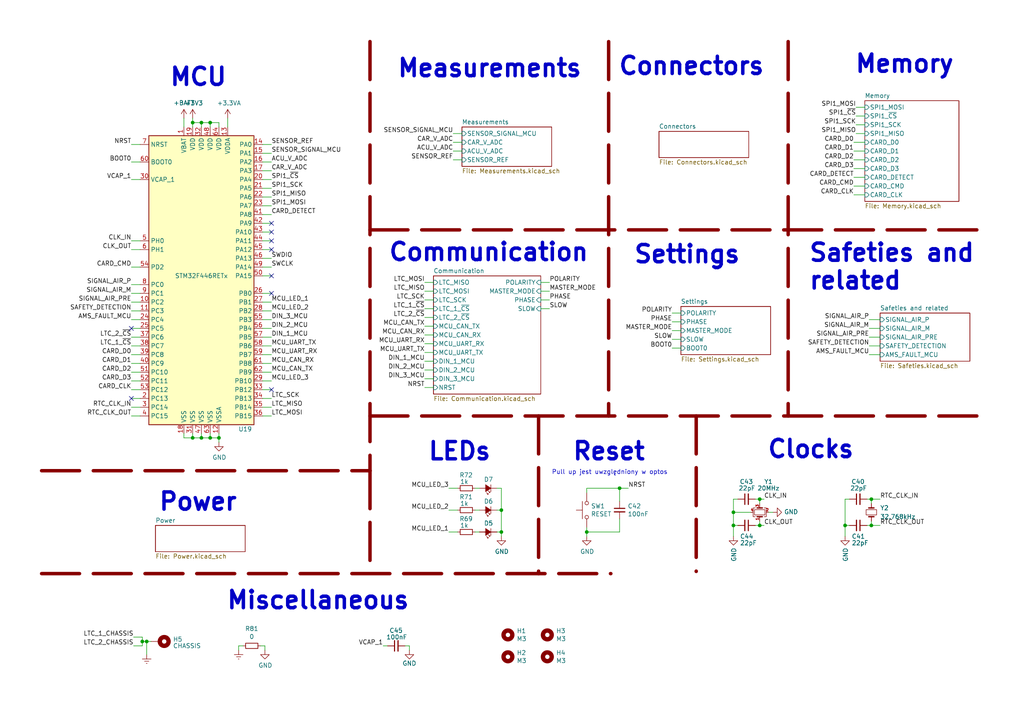
<source format=kicad_sch>
(kicad_sch (version 20211123) (generator eeschema)

  (uuid b456cffc-d9d7-4c91-91f2-36ec9a65dd1b)

  (paper "A4")

  (title_block
    (title "PUTM_EV_BMS_HV_Master")
    (date "2021-01-26")
    (rev "1.0")
    (company "PUT Motorsport")
  )

  (lib_symbols
    (symbol "Device:C_Small" (pin_numbers hide) (pin_names (offset 0.254) hide) (in_bom yes) (on_board yes)
      (property "Reference" "C" (id 0) (at 0.254 1.778 0)
        (effects (font (size 1.27 1.27)) (justify left))
      )
      (property "Value" "C_Small" (id 1) (at 0.254 -2.032 0)
        (effects (font (size 1.27 1.27)) (justify left))
      )
      (property "Footprint" "" (id 2) (at 0 0 0)
        (effects (font (size 1.27 1.27)) hide)
      )
      (property "Datasheet" "~" (id 3) (at 0 0 0)
        (effects (font (size 1.27 1.27)) hide)
      )
      (property "ki_keywords" "capacitor cap" (id 4) (at 0 0 0)
        (effects (font (size 1.27 1.27)) hide)
      )
      (property "ki_description" "Unpolarized capacitor, small symbol" (id 5) (at 0 0 0)
        (effects (font (size 1.27 1.27)) hide)
      )
      (property "ki_fp_filters" "C_*" (id 6) (at 0 0 0)
        (effects (font (size 1.27 1.27)) hide)
      )
      (symbol "C_Small_0_1"
        (polyline
          (pts
            (xy -1.524 -0.508)
            (xy 1.524 -0.508)
          )
          (stroke (width 0.3302) (type default) (color 0 0 0 0))
          (fill (type none))
        )
        (polyline
          (pts
            (xy -1.524 0.508)
            (xy 1.524 0.508)
          )
          (stroke (width 0.3048) (type default) (color 0 0 0 0))
          (fill (type none))
        )
      )
      (symbol "C_Small_1_1"
        (pin passive line (at 0 2.54 270) (length 2.032)
          (name "~" (effects (font (size 1.27 1.27))))
          (number "1" (effects (font (size 1.27 1.27))))
        )
        (pin passive line (at 0 -2.54 90) (length 2.032)
          (name "~" (effects (font (size 1.27 1.27))))
          (number "2" (effects (font (size 1.27 1.27))))
        )
      )
    )
    (symbol "Device:Crystal_GND24_Small" (pin_names (offset 1.016) hide) (in_bom yes) (on_board yes)
      (property "Reference" "Y" (id 0) (at 1.27 4.445 0)
        (effects (font (size 1.27 1.27)) (justify left))
      )
      (property "Value" "Crystal_GND24_Small" (id 1) (at 1.27 2.54 0)
        (effects (font (size 1.27 1.27)) (justify left))
      )
      (property "Footprint" "" (id 2) (at 0 0 0)
        (effects (font (size 1.27 1.27)) hide)
      )
      (property "Datasheet" "~" (id 3) (at 0 0 0)
        (effects (font (size 1.27 1.27)) hide)
      )
      (property "ki_keywords" "quartz ceramic resonator oscillator" (id 4) (at 0 0 0)
        (effects (font (size 1.27 1.27)) hide)
      )
      (property "ki_description" "Four pin crystal, GND on pins 2 and 4, small symbol" (id 5) (at 0 0 0)
        (effects (font (size 1.27 1.27)) hide)
      )
      (property "ki_fp_filters" "Crystal*" (id 6) (at 0 0 0)
        (effects (font (size 1.27 1.27)) hide)
      )
      (symbol "Crystal_GND24_Small_0_1"
        (rectangle (start -0.762 -1.524) (end 0.762 1.524)
          (stroke (width 0) (type default) (color 0 0 0 0))
          (fill (type none))
        )
        (polyline
          (pts
            (xy -1.27 -0.762)
            (xy -1.27 0.762)
          )
          (stroke (width 0.381) (type default) (color 0 0 0 0))
          (fill (type none))
        )
        (polyline
          (pts
            (xy 1.27 -0.762)
            (xy 1.27 0.762)
          )
          (stroke (width 0.381) (type default) (color 0 0 0 0))
          (fill (type none))
        )
        (polyline
          (pts
            (xy -1.27 -1.27)
            (xy -1.27 -1.905)
            (xy 1.27 -1.905)
            (xy 1.27 -1.27)
          )
          (stroke (width 0) (type default) (color 0 0 0 0))
          (fill (type none))
        )
        (polyline
          (pts
            (xy -1.27 1.27)
            (xy -1.27 1.905)
            (xy 1.27 1.905)
            (xy 1.27 1.27)
          )
          (stroke (width 0) (type default) (color 0 0 0 0))
          (fill (type none))
        )
      )
      (symbol "Crystal_GND24_Small_1_1"
        (pin passive line (at -2.54 0 0) (length 1.27)
          (name "1" (effects (font (size 1.27 1.27))))
          (number "1" (effects (font (size 0.762 0.762))))
        )
        (pin passive line (at 0 -2.54 90) (length 0.635)
          (name "2" (effects (font (size 1.27 1.27))))
          (number "2" (effects (font (size 0.762 0.762))))
        )
        (pin passive line (at 2.54 0 180) (length 1.27)
          (name "3" (effects (font (size 1.27 1.27))))
          (number "3" (effects (font (size 0.762 0.762))))
        )
        (pin passive line (at 0 2.54 270) (length 0.635)
          (name "4" (effects (font (size 1.27 1.27))))
          (number "4" (effects (font (size 0.762 0.762))))
        )
      )
    )
    (symbol "Device:Crystal_Small" (pin_numbers hide) (pin_names (offset 1.016) hide) (in_bom yes) (on_board yes)
      (property "Reference" "Y" (id 0) (at 0 2.54 0)
        (effects (font (size 1.27 1.27)))
      )
      (property "Value" "Crystal_Small" (id 1) (at 0 -2.54 0)
        (effects (font (size 1.27 1.27)))
      )
      (property "Footprint" "" (id 2) (at 0 0 0)
        (effects (font (size 1.27 1.27)) hide)
      )
      (property "Datasheet" "~" (id 3) (at 0 0 0)
        (effects (font (size 1.27 1.27)) hide)
      )
      (property "ki_keywords" "quartz ceramic resonator oscillator" (id 4) (at 0 0 0)
        (effects (font (size 1.27 1.27)) hide)
      )
      (property "ki_description" "Two pin crystal, small symbol" (id 5) (at 0 0 0)
        (effects (font (size 1.27 1.27)) hide)
      )
      (property "ki_fp_filters" "Crystal*" (id 6) (at 0 0 0)
        (effects (font (size 1.27 1.27)) hide)
      )
      (symbol "Crystal_Small_0_1"
        (rectangle (start -0.762 -1.524) (end 0.762 1.524)
          (stroke (width 0) (type default) (color 0 0 0 0))
          (fill (type none))
        )
        (polyline
          (pts
            (xy -1.27 -0.762)
            (xy -1.27 0.762)
          )
          (stroke (width 0.381) (type default) (color 0 0 0 0))
          (fill (type none))
        )
        (polyline
          (pts
            (xy 1.27 -0.762)
            (xy 1.27 0.762)
          )
          (stroke (width 0.381) (type default) (color 0 0 0 0))
          (fill (type none))
        )
      )
      (symbol "Crystal_Small_1_1"
        (pin passive line (at -2.54 0 0) (length 1.27)
          (name "1" (effects (font (size 1.27 1.27))))
          (number "1" (effects (font (size 1.27 1.27))))
        )
        (pin passive line (at 2.54 0 180) (length 1.27)
          (name "2" (effects (font (size 1.27 1.27))))
          (number "2" (effects (font (size 1.27 1.27))))
        )
      )
    )
    (symbol "Device:LED_Small_ALT" (pin_numbers hide) (pin_names (offset 0.254) hide) (in_bom yes) (on_board yes)
      (property "Reference" "D" (id 0) (at -1.27 3.175 0)
        (effects (font (size 1.27 1.27)) (justify left))
      )
      (property "Value" "Device_LED_Small_ALT" (id 1) (at -4.445 -2.54 0)
        (effects (font (size 1.27 1.27)) (justify left))
      )
      (property "Footprint" "" (id 2) (at 0 0 90)
        (effects (font (size 1.27 1.27)) hide)
      )
      (property "Datasheet" "" (id 3) (at 0 0 90)
        (effects (font (size 1.27 1.27)) hide)
      )
      (property "ki_fp_filters" "LED* LED_SMD:* LED_THT:*" (id 4) (at 0 0 0)
        (effects (font (size 1.27 1.27)) hide)
      )
      (symbol "LED_Small_ALT_0_1"
        (polyline
          (pts
            (xy -0.762 -1.016)
            (xy -0.762 1.016)
          )
          (stroke (width 0) (type default) (color 0 0 0 0))
          (fill (type none))
        )
        (polyline
          (pts
            (xy 1.016 0)
            (xy -0.762 0)
          )
          (stroke (width 0) (type default) (color 0 0 0 0))
          (fill (type none))
        )
        (polyline
          (pts
            (xy 0.762 -1.016)
            (xy -0.762 0)
            (xy 0.762 1.016)
            (xy 0.762 -1.016)
          )
          (stroke (width 0) (type default) (color 0 0 0 0))
          (fill (type outline))
        )
        (polyline
          (pts
            (xy 0 0.762)
            (xy -0.508 1.27)
            (xy -0.254 1.27)
            (xy -0.508 1.27)
            (xy -0.508 1.016)
          )
          (stroke (width 0) (type default) (color 0 0 0 0))
          (fill (type none))
        )
        (polyline
          (pts
            (xy 0.508 1.27)
            (xy 0 1.778)
            (xy 0.254 1.778)
            (xy 0 1.778)
            (xy 0 1.524)
          )
          (stroke (width 0) (type default) (color 0 0 0 0))
          (fill (type none))
        )
      )
      (symbol "LED_Small_ALT_1_1"
        (pin passive line (at -2.54 0 0) (length 1.778)
          (name "K" (effects (font (size 1.27 1.27))))
          (number "1" (effects (font (size 1.27 1.27))))
        )
        (pin passive line (at 2.54 0 180) (length 1.778)
          (name "A" (effects (font (size 1.27 1.27))))
          (number "2" (effects (font (size 1.27 1.27))))
        )
      )
    )
    (symbol "Device:R_Small" (pin_numbers hide) (pin_names (offset 0.254) hide) (in_bom yes) (on_board yes)
      (property "Reference" "R" (id 0) (at 0.762 0.508 0)
        (effects (font (size 1.27 1.27)) (justify left))
      )
      (property "Value" "R_Small" (id 1) (at 0.762 -1.016 0)
        (effects (font (size 1.27 1.27)) (justify left))
      )
      (property "Footprint" "" (id 2) (at 0 0 0)
        (effects (font (size 1.27 1.27)) hide)
      )
      (property "Datasheet" "~" (id 3) (at 0 0 0)
        (effects (font (size 1.27 1.27)) hide)
      )
      (property "ki_keywords" "R resistor" (id 4) (at 0 0 0)
        (effects (font (size 1.27 1.27)) hide)
      )
      (property "ki_description" "Resistor, small symbol" (id 5) (at 0 0 0)
        (effects (font (size 1.27 1.27)) hide)
      )
      (property "ki_fp_filters" "R_*" (id 6) (at 0 0 0)
        (effects (font (size 1.27 1.27)) hide)
      )
      (symbol "R_Small_0_1"
        (rectangle (start -0.762 1.778) (end 0.762 -1.778)
          (stroke (width 0.2032) (type default) (color 0 0 0 0))
          (fill (type none))
        )
      )
      (symbol "R_Small_1_1"
        (pin passive line (at 0 2.54 270) (length 0.762)
          (name "~" (effects (font (size 1.27 1.27))))
          (number "1" (effects (font (size 1.27 1.27))))
        )
        (pin passive line (at 0 -2.54 90) (length 0.762)
          (name "~" (effects (font (size 1.27 1.27))))
          (number "2" (effects (font (size 1.27 1.27))))
        )
      )
    )
    (symbol "MCU_ST_STM32F4:STM32F446RETx" (in_bom yes) (on_board yes)
      (property "Reference" "U" (id 0) (at -15.24 41.91 0)
        (effects (font (size 1.27 1.27)) (justify left))
      )
      (property "Value" "STM32F446RETx" (id 1) (at 10.16 41.91 0)
        (effects (font (size 1.27 1.27)) (justify left))
      )
      (property "Footprint" "Package_QFP:LQFP-64_10x10mm_P0.5mm" (id 2) (at -15.24 -43.18 0)
        (effects (font (size 1.27 1.27)) (justify right) hide)
      )
      (property "Datasheet" "http://www.st.com/st-web-ui/static/active/en/resource/technical/document/datasheet/DM00141306.pdf" (id 3) (at 0 0 0)
        (effects (font (size 1.27 1.27)) hide)
      )
      (property "ki_keywords" "ARM Cortex-M4 STM32F4 STM32F446" (id 4) (at 0 0 0)
        (effects (font (size 1.27 1.27)) hide)
      )
      (property "ki_description" "ARM Cortex-M4 MCU, 512KB flash, 128KB RAM, 180MHz, 1.8-3.6V, 50 GPIO, LQFP-64" (id 5) (at 0 0 0)
        (effects (font (size 1.27 1.27)) hide)
      )
      (property "ki_fp_filters" "LQFP*10x10mm*P0.5mm*" (id 6) (at 0 0 0)
        (effects (font (size 1.27 1.27)) hide)
      )
      (symbol "STM32F446RETx_0_1"
        (rectangle (start -15.24 -43.18) (end 15.24 40.64)
          (stroke (width 0.254) (type default) (color 0 0 0 0))
          (fill (type background))
        )
      )
      (symbol "STM32F446RETx_1_1"
        (pin power_in line (at -5.08 43.18 270) (length 2.54)
          (name "VBAT" (effects (font (size 1.27 1.27))))
          (number "1" (effects (font (size 1.27 1.27))))
        )
        (pin bidirectional line (at -17.78 -7.62 0) (length 2.54)
          (name "PC2" (effects (font (size 1.27 1.27))))
          (number "10" (effects (font (size 1.27 1.27))))
        )
        (pin bidirectional line (at -17.78 -10.16 0) (length 2.54)
          (name "PC3" (effects (font (size 1.27 1.27))))
          (number "11" (effects (font (size 1.27 1.27))))
        )
        (pin power_in line (at 5.08 -45.72 90) (length 2.54)
          (name "VSSA" (effects (font (size 1.27 1.27))))
          (number "12" (effects (font (size 1.27 1.27))))
        )
        (pin power_in line (at 7.62 43.18 270) (length 2.54)
          (name "VDDA" (effects (font (size 1.27 1.27))))
          (number "13" (effects (font (size 1.27 1.27))))
        )
        (pin bidirectional line (at 17.78 38.1 180) (length 2.54)
          (name "PA0" (effects (font (size 1.27 1.27))))
          (number "14" (effects (font (size 1.27 1.27))))
        )
        (pin bidirectional line (at 17.78 35.56 180) (length 2.54)
          (name "PA1" (effects (font (size 1.27 1.27))))
          (number "15" (effects (font (size 1.27 1.27))))
        )
        (pin bidirectional line (at 17.78 33.02 180) (length 2.54)
          (name "PA2" (effects (font (size 1.27 1.27))))
          (number "16" (effects (font (size 1.27 1.27))))
        )
        (pin bidirectional line (at 17.78 30.48 180) (length 2.54)
          (name "PA3" (effects (font (size 1.27 1.27))))
          (number "17" (effects (font (size 1.27 1.27))))
        )
        (pin power_in line (at -5.08 -45.72 90) (length 2.54)
          (name "VSS" (effects (font (size 1.27 1.27))))
          (number "18" (effects (font (size 1.27 1.27))))
        )
        (pin power_in line (at -2.54 43.18 270) (length 2.54)
          (name "VDD" (effects (font (size 1.27 1.27))))
          (number "19" (effects (font (size 1.27 1.27))))
        )
        (pin bidirectional line (at -17.78 -35.56 0) (length 2.54)
          (name "PC13" (effects (font (size 1.27 1.27))))
          (number "2" (effects (font (size 1.27 1.27))))
        )
        (pin bidirectional line (at 17.78 27.94 180) (length 2.54)
          (name "PA4" (effects (font (size 1.27 1.27))))
          (number "20" (effects (font (size 1.27 1.27))))
        )
        (pin bidirectional line (at 17.78 25.4 180) (length 2.54)
          (name "PA5" (effects (font (size 1.27 1.27))))
          (number "21" (effects (font (size 1.27 1.27))))
        )
        (pin bidirectional line (at 17.78 22.86 180) (length 2.54)
          (name "PA6" (effects (font (size 1.27 1.27))))
          (number "22" (effects (font (size 1.27 1.27))))
        )
        (pin bidirectional line (at 17.78 20.32 180) (length 2.54)
          (name "PA7" (effects (font (size 1.27 1.27))))
          (number "23" (effects (font (size 1.27 1.27))))
        )
        (pin bidirectional line (at -17.78 -12.7 0) (length 2.54)
          (name "PC4" (effects (font (size 1.27 1.27))))
          (number "24" (effects (font (size 1.27 1.27))))
        )
        (pin bidirectional line (at -17.78 -15.24 0) (length 2.54)
          (name "PC5" (effects (font (size 1.27 1.27))))
          (number "25" (effects (font (size 1.27 1.27))))
        )
        (pin bidirectional line (at 17.78 -5.08 180) (length 2.54)
          (name "PB0" (effects (font (size 1.27 1.27))))
          (number "26" (effects (font (size 1.27 1.27))))
        )
        (pin bidirectional line (at 17.78 -7.62 180) (length 2.54)
          (name "PB1" (effects (font (size 1.27 1.27))))
          (number "27" (effects (font (size 1.27 1.27))))
        )
        (pin bidirectional line (at 17.78 -10.16 180) (length 2.54)
          (name "PB2" (effects (font (size 1.27 1.27))))
          (number "28" (effects (font (size 1.27 1.27))))
        )
        (pin bidirectional line (at 17.78 -30.48 180) (length 2.54)
          (name "PB10" (effects (font (size 1.27 1.27))))
          (number "29" (effects (font (size 1.27 1.27))))
        )
        (pin bidirectional line (at -17.78 -38.1 0) (length 2.54)
          (name "PC14" (effects (font (size 1.27 1.27))))
          (number "3" (effects (font (size 1.27 1.27))))
        )
        (pin power_in line (at -17.78 27.94 0) (length 2.54)
          (name "VCAP_1" (effects (font (size 1.27 1.27))))
          (number "30" (effects (font (size 1.27 1.27))))
        )
        (pin power_in line (at -2.54 -45.72 90) (length 2.54)
          (name "VSS" (effects (font (size 1.27 1.27))))
          (number "31" (effects (font (size 1.27 1.27))))
        )
        (pin power_in line (at 0 43.18 270) (length 2.54)
          (name "VDD" (effects (font (size 1.27 1.27))))
          (number "32" (effects (font (size 1.27 1.27))))
        )
        (pin bidirectional line (at 17.78 -33.02 180) (length 2.54)
          (name "PB12" (effects (font (size 1.27 1.27))))
          (number "33" (effects (font (size 1.27 1.27))))
        )
        (pin bidirectional line (at 17.78 -35.56 180) (length 2.54)
          (name "PB13" (effects (font (size 1.27 1.27))))
          (number "34" (effects (font (size 1.27 1.27))))
        )
        (pin bidirectional line (at 17.78 -38.1 180) (length 2.54)
          (name "PB14" (effects (font (size 1.27 1.27))))
          (number "35" (effects (font (size 1.27 1.27))))
        )
        (pin bidirectional line (at 17.78 -40.64 180) (length 2.54)
          (name "PB15" (effects (font (size 1.27 1.27))))
          (number "36" (effects (font (size 1.27 1.27))))
        )
        (pin bidirectional line (at -17.78 -17.78 0) (length 2.54)
          (name "PC6" (effects (font (size 1.27 1.27))))
          (number "37" (effects (font (size 1.27 1.27))))
        )
        (pin bidirectional line (at -17.78 -20.32 0) (length 2.54)
          (name "PC7" (effects (font (size 1.27 1.27))))
          (number "38" (effects (font (size 1.27 1.27))))
        )
        (pin bidirectional line (at -17.78 -22.86 0) (length 2.54)
          (name "PC8" (effects (font (size 1.27 1.27))))
          (number "39" (effects (font (size 1.27 1.27))))
        )
        (pin bidirectional line (at -17.78 -40.64 0) (length 2.54)
          (name "PC15" (effects (font (size 1.27 1.27))))
          (number "4" (effects (font (size 1.27 1.27))))
        )
        (pin bidirectional line (at -17.78 -25.4 0) (length 2.54)
          (name "PC9" (effects (font (size 1.27 1.27))))
          (number "40" (effects (font (size 1.27 1.27))))
        )
        (pin bidirectional line (at 17.78 17.78 180) (length 2.54)
          (name "PA8" (effects (font (size 1.27 1.27))))
          (number "41" (effects (font (size 1.27 1.27))))
        )
        (pin bidirectional line (at 17.78 15.24 180) (length 2.54)
          (name "PA9" (effects (font (size 1.27 1.27))))
          (number "42" (effects (font (size 1.27 1.27))))
        )
        (pin bidirectional line (at 17.78 12.7 180) (length 2.54)
          (name "PA10" (effects (font (size 1.27 1.27))))
          (number "43" (effects (font (size 1.27 1.27))))
        )
        (pin bidirectional line (at 17.78 10.16 180) (length 2.54)
          (name "PA11" (effects (font (size 1.27 1.27))))
          (number "44" (effects (font (size 1.27 1.27))))
        )
        (pin bidirectional line (at 17.78 7.62 180) (length 2.54)
          (name "PA12" (effects (font (size 1.27 1.27))))
          (number "45" (effects (font (size 1.27 1.27))))
        )
        (pin bidirectional line (at 17.78 5.08 180) (length 2.54)
          (name "PA13" (effects (font (size 1.27 1.27))))
          (number "46" (effects (font (size 1.27 1.27))))
        )
        (pin power_in line (at 0 -45.72 90) (length 2.54)
          (name "VSS" (effects (font (size 1.27 1.27))))
          (number "47" (effects (font (size 1.27 1.27))))
        )
        (pin power_in line (at 2.54 43.18 270) (length 2.54)
          (name "VDD" (effects (font (size 1.27 1.27))))
          (number "48" (effects (font (size 1.27 1.27))))
        )
        (pin bidirectional line (at 17.78 2.54 180) (length 2.54)
          (name "PA14" (effects (font (size 1.27 1.27))))
          (number "49" (effects (font (size 1.27 1.27))))
        )
        (pin input line (at -17.78 10.16 0) (length 2.54)
          (name "PH0" (effects (font (size 1.27 1.27))))
          (number "5" (effects (font (size 1.27 1.27))))
        )
        (pin bidirectional line (at 17.78 0 180) (length 2.54)
          (name "PA15" (effects (font (size 1.27 1.27))))
          (number "50" (effects (font (size 1.27 1.27))))
        )
        (pin bidirectional line (at -17.78 -27.94 0) (length 2.54)
          (name "PC10" (effects (font (size 1.27 1.27))))
          (number "51" (effects (font (size 1.27 1.27))))
        )
        (pin bidirectional line (at -17.78 -30.48 0) (length 2.54)
          (name "PC11" (effects (font (size 1.27 1.27))))
          (number "52" (effects (font (size 1.27 1.27))))
        )
        (pin bidirectional line (at -17.78 -33.02 0) (length 2.54)
          (name "PC12" (effects (font (size 1.27 1.27))))
          (number "53" (effects (font (size 1.27 1.27))))
        )
        (pin bidirectional line (at -17.78 2.54 0) (length 2.54)
          (name "PD2" (effects (font (size 1.27 1.27))))
          (number "54" (effects (font (size 1.27 1.27))))
        )
        (pin bidirectional line (at 17.78 -12.7 180) (length 2.54)
          (name "PB3" (effects (font (size 1.27 1.27))))
          (number "55" (effects (font (size 1.27 1.27))))
        )
        (pin bidirectional line (at 17.78 -15.24 180) (length 2.54)
          (name "PB4" (effects (font (size 1.27 1.27))))
          (number "56" (effects (font (size 1.27 1.27))))
        )
        (pin bidirectional line (at 17.78 -17.78 180) (length 2.54)
          (name "PB5" (effects (font (size 1.27 1.27))))
          (number "57" (effects (font (size 1.27 1.27))))
        )
        (pin bidirectional line (at 17.78 -20.32 180) (length 2.54)
          (name "PB6" (effects (font (size 1.27 1.27))))
          (number "58" (effects (font (size 1.27 1.27))))
        )
        (pin bidirectional line (at 17.78 -22.86 180) (length 2.54)
          (name "PB7" (effects (font (size 1.27 1.27))))
          (number "59" (effects (font (size 1.27 1.27))))
        )
        (pin input line (at -17.78 7.62 0) (length 2.54)
          (name "PH1" (effects (font (size 1.27 1.27))))
          (number "6" (effects (font (size 1.27 1.27))))
        )
        (pin input line (at -17.78 33.02 0) (length 2.54)
          (name "BOOT0" (effects (font (size 1.27 1.27))))
          (number "60" (effects (font (size 1.27 1.27))))
        )
        (pin bidirectional line (at 17.78 -25.4 180) (length 2.54)
          (name "PB8" (effects (font (size 1.27 1.27))))
          (number "61" (effects (font (size 1.27 1.27))))
        )
        (pin bidirectional line (at 17.78 -27.94 180) (length 2.54)
          (name "PB9" (effects (font (size 1.27 1.27))))
          (number "62" (effects (font (size 1.27 1.27))))
        )
        (pin power_in line (at 2.54 -45.72 90) (length 2.54)
          (name "VSS" (effects (font (size 1.27 1.27))))
          (number "63" (effects (font (size 1.27 1.27))))
        )
        (pin power_in line (at 5.08 43.18 270) (length 2.54)
          (name "VDD" (effects (font (size 1.27 1.27))))
          (number "64" (effects (font (size 1.27 1.27))))
        )
        (pin input line (at -17.78 38.1 0) (length 2.54)
          (name "NRST" (effects (font (size 1.27 1.27))))
          (number "7" (effects (font (size 1.27 1.27))))
        )
        (pin bidirectional line (at -17.78 -2.54 0) (length 2.54)
          (name "PC0" (effects (font (size 1.27 1.27))))
          (number "8" (effects (font (size 1.27 1.27))))
        )
        (pin bidirectional line (at -17.78 -5.08 0) (length 2.54)
          (name "PC1" (effects (font (size 1.27 1.27))))
          (number "9" (effects (font (size 1.27 1.27))))
        )
      )
    )
    (symbol "Mechanical:MountingHole" (pin_names (offset 1.016)) (in_bom yes) (on_board yes)
      (property "Reference" "H" (id 0) (at 0 5.08 0)
        (effects (font (size 1.27 1.27)))
      )
      (property "Value" "MountingHole" (id 1) (at 0 3.175 0)
        (effects (font (size 1.27 1.27)))
      )
      (property "Footprint" "" (id 2) (at 0 0 0)
        (effects (font (size 1.27 1.27)) hide)
      )
      (property "Datasheet" "~" (id 3) (at 0 0 0)
        (effects (font (size 1.27 1.27)) hide)
      )
      (property "ki_keywords" "mounting hole" (id 4) (at 0 0 0)
        (effects (font (size 1.27 1.27)) hide)
      )
      (property "ki_description" "Mounting Hole without connection" (id 5) (at 0 0 0)
        (effects (font (size 1.27 1.27)) hide)
      )
      (property "ki_fp_filters" "MountingHole*" (id 6) (at 0 0 0)
        (effects (font (size 1.27 1.27)) hide)
      )
      (symbol "MountingHole_0_1"
        (circle (center 0 0) (radius 1.27)
          (stroke (width 1.27) (type default) (color 0 0 0 0))
          (fill (type none))
        )
      )
    )
    (symbol "Mechanical:MountingHole_Pad" (pin_numbers hide) (pin_names (offset 1.016) hide) (in_bom yes) (on_board yes)
      (property "Reference" "H" (id 0) (at 0 6.35 0)
        (effects (font (size 1.27 1.27)))
      )
      (property "Value" "MountingHole_Pad" (id 1) (at 0 4.445 0)
        (effects (font (size 1.27 1.27)))
      )
      (property "Footprint" "" (id 2) (at 0 0 0)
        (effects (font (size 1.27 1.27)) hide)
      )
      (property "Datasheet" "~" (id 3) (at 0 0 0)
        (effects (font (size 1.27 1.27)) hide)
      )
      (property "ki_keywords" "mounting hole" (id 4) (at 0 0 0)
        (effects (font (size 1.27 1.27)) hide)
      )
      (property "ki_description" "Mounting Hole with connection" (id 5) (at 0 0 0)
        (effects (font (size 1.27 1.27)) hide)
      )
      (property "ki_fp_filters" "MountingHole*Pad*" (id 6) (at 0 0 0)
        (effects (font (size 1.27 1.27)) hide)
      )
      (symbol "MountingHole_Pad_0_1"
        (circle (center 0 1.27) (radius 1.27)
          (stroke (width 1.27) (type default) (color 0 0 0 0))
          (fill (type none))
        )
      )
      (symbol "MountingHole_Pad_1_1"
        (pin input line (at 0 -2.54 90) (length 2.54)
          (name "1" (effects (font (size 1.27 1.27))))
          (number "1" (effects (font (size 1.27 1.27))))
        )
      )
    )
    (symbol "Switch:SW_Push" (pin_numbers hide) (pin_names (offset 1.016) hide) (in_bom yes) (on_board yes)
      (property "Reference" "SW" (id 0) (at 1.27 2.54 0)
        (effects (font (size 1.27 1.27)) (justify left))
      )
      (property "Value" "SW_Push" (id 1) (at 0 -1.524 0)
        (effects (font (size 1.27 1.27)))
      )
      (property "Footprint" "" (id 2) (at 0 5.08 0)
        (effects (font (size 1.27 1.27)) hide)
      )
      (property "Datasheet" "~" (id 3) (at 0 5.08 0)
        (effects (font (size 1.27 1.27)) hide)
      )
      (property "ki_keywords" "switch normally-open pushbutton push-button" (id 4) (at 0 0 0)
        (effects (font (size 1.27 1.27)) hide)
      )
      (property "ki_description" "Push button switch, generic, two pins" (id 5) (at 0 0 0)
        (effects (font (size 1.27 1.27)) hide)
      )
      (symbol "SW_Push_0_1"
        (circle (center -2.032 0) (radius 0.508)
          (stroke (width 0) (type default) (color 0 0 0 0))
          (fill (type none))
        )
        (polyline
          (pts
            (xy 0 1.27)
            (xy 0 3.048)
          )
          (stroke (width 0) (type default) (color 0 0 0 0))
          (fill (type none))
        )
        (polyline
          (pts
            (xy 2.54 1.27)
            (xy -2.54 1.27)
          )
          (stroke (width 0) (type default) (color 0 0 0 0))
          (fill (type none))
        )
        (circle (center 2.032 0) (radius 0.508)
          (stroke (width 0) (type default) (color 0 0 0 0))
          (fill (type none))
        )
        (pin passive line (at -5.08 0 0) (length 2.54)
          (name "1" (effects (font (size 1.27 1.27))))
          (number "1" (effects (font (size 1.27 1.27))))
        )
        (pin passive line (at 5.08 0 180) (length 2.54)
          (name "2" (effects (font (size 1.27 1.27))))
          (number "2" (effects (font (size 1.27 1.27))))
        )
      )
    )
    (symbol "power:+3.3V" (power) (pin_names (offset 0)) (in_bom yes) (on_board yes)
      (property "Reference" "#PWR" (id 0) (at 0 -3.81 0)
        (effects (font (size 1.27 1.27)) hide)
      )
      (property "Value" "+3.3V" (id 1) (at 0 3.556 0)
        (effects (font (size 1.27 1.27)))
      )
      (property "Footprint" "" (id 2) (at 0 0 0)
        (effects (font (size 1.27 1.27)) hide)
      )
      (property "Datasheet" "" (id 3) (at 0 0 0)
        (effects (font (size 1.27 1.27)) hide)
      )
      (property "ki_keywords" "power-flag" (id 4) (at 0 0 0)
        (effects (font (size 1.27 1.27)) hide)
      )
      (property "ki_description" "Power symbol creates a global label with name \"+3.3V\"" (id 5) (at 0 0 0)
        (effects (font (size 1.27 1.27)) hide)
      )
      (symbol "+3.3V_0_1"
        (polyline
          (pts
            (xy -0.762 1.27)
            (xy 0 2.54)
          )
          (stroke (width 0) (type default) (color 0 0 0 0))
          (fill (type none))
        )
        (polyline
          (pts
            (xy 0 0)
            (xy 0 2.54)
          )
          (stroke (width 0) (type default) (color 0 0 0 0))
          (fill (type none))
        )
        (polyline
          (pts
            (xy 0 2.54)
            (xy 0.762 1.27)
          )
          (stroke (width 0) (type default) (color 0 0 0 0))
          (fill (type none))
        )
      )
      (symbol "+3.3V_1_1"
        (pin power_in line (at 0 0 90) (length 0) hide
          (name "+3V3" (effects (font (size 1.27 1.27))))
          (number "1" (effects (font (size 1.27 1.27))))
        )
      )
    )
    (symbol "power:+3.3VA" (power) (pin_names (offset 0)) (in_bom yes) (on_board yes)
      (property "Reference" "#PWR" (id 0) (at 0 -3.81 0)
        (effects (font (size 1.27 1.27)) hide)
      )
      (property "Value" "+3.3VA" (id 1) (at 0 3.556 0)
        (effects (font (size 1.27 1.27)))
      )
      (property "Footprint" "" (id 2) (at 0 0 0)
        (effects (font (size 1.27 1.27)) hide)
      )
      (property "Datasheet" "" (id 3) (at 0 0 0)
        (effects (font (size 1.27 1.27)) hide)
      )
      (property "ki_keywords" "power-flag" (id 4) (at 0 0 0)
        (effects (font (size 1.27 1.27)) hide)
      )
      (property "ki_description" "Power symbol creates a global label with name \"+3.3VA\"" (id 5) (at 0 0 0)
        (effects (font (size 1.27 1.27)) hide)
      )
      (symbol "+3.3VA_0_1"
        (polyline
          (pts
            (xy -0.762 1.27)
            (xy 0 2.54)
          )
          (stroke (width 0) (type default) (color 0 0 0 0))
          (fill (type none))
        )
        (polyline
          (pts
            (xy 0 0)
            (xy 0 2.54)
          )
          (stroke (width 0) (type default) (color 0 0 0 0))
          (fill (type none))
        )
        (polyline
          (pts
            (xy 0 2.54)
            (xy 0.762 1.27)
          )
          (stroke (width 0) (type default) (color 0 0 0 0))
          (fill (type none))
        )
      )
      (symbol "+3.3VA_1_1"
        (pin power_in line (at 0 0 90) (length 0) hide
          (name "+3.3VA" (effects (font (size 1.27 1.27))))
          (number "1" (effects (font (size 1.27 1.27))))
        )
      )
    )
    (symbol "power:+BATT" (power) (pin_names (offset 0)) (in_bom yes) (on_board yes)
      (property "Reference" "#PWR" (id 0) (at 0 -3.81 0)
        (effects (font (size 1.27 1.27)) hide)
      )
      (property "Value" "+BATT" (id 1) (at 0 3.556 0)
        (effects (font (size 1.27 1.27)))
      )
      (property "Footprint" "" (id 2) (at 0 0 0)
        (effects (font (size 1.27 1.27)) hide)
      )
      (property "Datasheet" "" (id 3) (at 0 0 0)
        (effects (font (size 1.27 1.27)) hide)
      )
      (property "ki_keywords" "power-flag battery" (id 4) (at 0 0 0)
        (effects (font (size 1.27 1.27)) hide)
      )
      (property "ki_description" "Power symbol creates a global label with name \"+BATT\"" (id 5) (at 0 0 0)
        (effects (font (size 1.27 1.27)) hide)
      )
      (symbol "+BATT_0_1"
        (polyline
          (pts
            (xy -0.762 1.27)
            (xy 0 2.54)
          )
          (stroke (width 0) (type default) (color 0 0 0 0))
          (fill (type none))
        )
        (polyline
          (pts
            (xy 0 0)
            (xy 0 2.54)
          )
          (stroke (width 0) (type default) (color 0 0 0 0))
          (fill (type none))
        )
        (polyline
          (pts
            (xy 0 2.54)
            (xy 0.762 1.27)
          )
          (stroke (width 0) (type default) (color 0 0 0 0))
          (fill (type none))
        )
      )
      (symbol "+BATT_1_1"
        (pin power_in line (at 0 0 90) (length 0) hide
          (name "+BATT" (effects (font (size 1.27 1.27))))
          (number "1" (effects (font (size 1.27 1.27))))
        )
      )
    )
    (symbol "power:Earth" (power) (pin_names (offset 0)) (in_bom yes) (on_board yes)
      (property "Reference" "#PWR" (id 0) (at 0 -6.35 0)
        (effects (font (size 1.27 1.27)) hide)
      )
      (property "Value" "Earth" (id 1) (at 0 -3.81 0)
        (effects (font (size 1.27 1.27)) hide)
      )
      (property "Footprint" "" (id 2) (at 0 0 0)
        (effects (font (size 1.27 1.27)) hide)
      )
      (property "Datasheet" "~" (id 3) (at 0 0 0)
        (effects (font (size 1.27 1.27)) hide)
      )
      (property "ki_keywords" "power-flag ground gnd" (id 4) (at 0 0 0)
        (effects (font (size 1.27 1.27)) hide)
      )
      (property "ki_description" "Power symbol creates a global label with name \"Earth\"" (id 5) (at 0 0 0)
        (effects (font (size 1.27 1.27)) hide)
      )
      (symbol "Earth_0_1"
        (polyline
          (pts
            (xy -0.635 -1.905)
            (xy 0.635 -1.905)
          )
          (stroke (width 0) (type default) (color 0 0 0 0))
          (fill (type none))
        )
        (polyline
          (pts
            (xy -0.127 -2.54)
            (xy 0.127 -2.54)
          )
          (stroke (width 0) (type default) (color 0 0 0 0))
          (fill (type none))
        )
        (polyline
          (pts
            (xy 0 -1.27)
            (xy 0 0)
          )
          (stroke (width 0) (type default) (color 0 0 0 0))
          (fill (type none))
        )
        (polyline
          (pts
            (xy 1.27 -1.27)
            (xy -1.27 -1.27)
          )
          (stroke (width 0) (type default) (color 0 0 0 0))
          (fill (type none))
        )
      )
      (symbol "Earth_1_1"
        (pin power_in line (at 0 0 270) (length 0) hide
          (name "Earth" (effects (font (size 1.27 1.27))))
          (number "1" (effects (font (size 1.27 1.27))))
        )
      )
    )
    (symbol "power:GND" (power) (pin_names (offset 0)) (in_bom yes) (on_board yes)
      (property "Reference" "#PWR" (id 0) (at 0 -6.35 0)
        (effects (font (size 1.27 1.27)) hide)
      )
      (property "Value" "GND" (id 1) (at 0 -3.81 0)
        (effects (font (size 1.27 1.27)))
      )
      (property "Footprint" "" (id 2) (at 0 0 0)
        (effects (font (size 1.27 1.27)) hide)
      )
      (property "Datasheet" "" (id 3) (at 0 0 0)
        (effects (font (size 1.27 1.27)) hide)
      )
      (property "ki_keywords" "power-flag" (id 4) (at 0 0 0)
        (effects (font (size 1.27 1.27)) hide)
      )
      (property "ki_description" "Power symbol creates a global label with name \"GND\" , ground" (id 5) (at 0 0 0)
        (effects (font (size 1.27 1.27)) hide)
      )
      (symbol "GND_0_1"
        (polyline
          (pts
            (xy 0 0)
            (xy 0 -1.27)
            (xy 1.27 -1.27)
            (xy 0 -2.54)
            (xy -1.27 -1.27)
            (xy 0 -1.27)
          )
          (stroke (width 0) (type default) (color 0 0 0 0))
          (fill (type none))
        )
      )
      (symbol "GND_1_1"
        (pin power_in line (at 0 0 270) (length 0) hide
          (name "GND" (effects (font (size 1.27 1.27))))
          (number "1" (effects (font (size 1.27 1.27))))
        )
      )
    )
  )

  (junction (at 63.5 127) (diameter 0) (color 0 0 0 0)
    (uuid 21199c49-2a40-47c8-ab68-2edb9d667331)
  )
  (junction (at 41.275 186.055) (diameter 0) (color 0 0 0 0)
    (uuid 30b6c9b9-e8cb-4f63-ad68-c5c69cd7bae0)
  )
  (junction (at 245.11 152.4) (diameter 0) (color 0 0 0 0)
    (uuid 36ce4ffd-44e6-403f-b850-25c002dce5eb)
  )
  (junction (at 58.42 35.56) (diameter 0) (color 0 0 0 0)
    (uuid 376afb11-2a3e-4a38-8241-ceebb459da60)
  )
  (junction (at 252.73 144.78) (diameter 0) (color 0 0 0 0)
    (uuid 3a991156-4709-4f58-adef-6971bcb69c40)
  )
  (junction (at 60.96 127) (diameter 0) (color 0 0 0 0)
    (uuid 4c756fc2-8fde-4459-8921-e1db5a89f1ba)
  )
  (junction (at 220.345 144.78) (diameter 0) (color 0 0 0 0)
    (uuid 4f2f68c4-6fa0-45ce-b5c2-e911daddcd12)
  )
  (junction (at 145.415 147.955) (diameter 0) (color 0 0 0 0)
    (uuid 58518ef0-9375-45b7-b518-1100f14f6963)
  )
  (junction (at 179.705 141.605) (diameter 0) (color 0 0 0 0)
    (uuid 621c8eb9-ae87-439a-b350-badb5d559a5a)
  )
  (junction (at 212.725 148.59) (diameter 0) (color 0 0 0 0)
    (uuid 6ebe999a-deba-4363-836d-9c7434c7c7e2)
  )
  (junction (at 55.88 127) (diameter 0) (color 0 0 0 0)
    (uuid 70abf340-8b3e-403e-a5e2-d8f35caa2f87)
  )
  (junction (at 252.73 152.4) (diameter 0) (color 0 0 0 0)
    (uuid 79582696-3753-469f-880d-f51d99f7cdb6)
  )
  (junction (at 60.96 35.56) (diameter 0) (color 0 0 0 0)
    (uuid 9c0b35eb-84fb-41e4-8479-89fc15e2ee46)
  )
  (junction (at 55.88 35.56) (diameter 0) (color 0 0 0 0)
    (uuid 9ed5c5be-469a-458d-a77a-4c1e4ddeea0a)
  )
  (junction (at 170.18 154.305) (diameter 0) (color 0 0 0 0)
    (uuid bc1d5740-b0c7-4566-95b0-470ac47a1fb3)
  )
  (junction (at 145.415 154.305) (diameter 0) (color 0 0 0 0)
    (uuid c91fc635-0543-481b-bac0-dc790ebcfa9b)
  )
  (junction (at 42.545 186.055) (diameter 0) (color 0 0 0 0)
    (uuid d4d1ffb6-6bce-439e-8318-f65946ce0cea)
  )
  (junction (at 220.345 152.4) (diameter 0) (color 0 0 0 0)
    (uuid dd6c35f3-ae45-4706-ad6f-8028797ca8e0)
  )
  (junction (at 58.42 127) (diameter 0) (color 0 0 0 0)
    (uuid dff67d5c-d976-4516-ae67-dbbdb70f8ddd)
  )
  (junction (at 212.725 152.4) (diameter 0) (color 0 0 0 0)
    (uuid f77d2ab9-1b0b-46d3-abb6-d94bac82a81e)
  )

  (no_connect (at 78.74 67.31) (uuid 4e70e965-2df8-4ea2-88c0-586ace0f3875))
  (no_connect (at 38.1 95.25) (uuid 5b012833-c567-4676-94a6-60a264385ee0))
  (no_connect (at 78.74 80.01) (uuid 78e1b3a0-5674-4ad6-9566-d1473eb76c70))
  (no_connect (at 38.1 115.57) (uuid 8b61f797-8a2c-47ba-92d9-8ae8a26e19da))
  (no_connect (at 78.74 64.77) (uuid 8c378ed5-3db8-48f2-8b20-a071530853c5))
  (no_connect (at 78.74 113.03) (uuid c70873f9-c1e9-40ea-ba4e-b01ac12140c0))
  (no_connect (at 78.74 85.09) (uuid cc4acc30-da74-4082-8bcb-4eb6d6127b58))
  (no_connect (at 78.74 69.85) (uuid eb8c082a-4372-43c9-8031-7729ecbfb570))
  (no_connect (at 78.74 72.39) (uuid f5de3b03-b5ea-4984-99a5-a6a10ba861aa))

  (wire (pts (xy 41.275 184.785) (xy 41.275 186.055))
    (stroke (width 0) (type default) (color 0 0 0 0))
    (uuid 00f08159-776d-4d7b-82f9-69cf38d8e6ef)
  )
  (wire (pts (xy 145.415 154.305) (xy 145.415 147.955))
    (stroke (width 0) (type default) (color 0 0 0 0))
    (uuid 0275279b-84b1-41b1-82b8-9370f81403ae)
  )
  (wire (pts (xy 123.19 97.155) (xy 125.73 97.155))
    (stroke (width 0) (type default) (color 0 0 0 0))
    (uuid 039500a7-acfe-47c5-afee-b32e68f073e9)
  )
  (wire (pts (xy 38.1 41.91) (xy 40.64 41.91))
    (stroke (width 0) (type default) (color 0 0 0 0))
    (uuid 04050f3d-206b-4330-88ea-b5c72dee7ad2)
  )
  (wire (pts (xy 63.5 128.27) (xy 63.5 127))
    (stroke (width 0) (type default) (color 0 0 0 0))
    (uuid 05e45f00-3c6b-4c0c-9ffb-3fe26fcda007)
  )
  (wire (pts (xy 38.1 69.85) (xy 40.64 69.85))
    (stroke (width 0) (type default) (color 0 0 0 0))
    (uuid 0619e192-653d-4446-8616-d7e533b8dfbb)
  )
  (wire (pts (xy 78.74 41.91) (xy 76.2 41.91))
    (stroke (width 0) (type default) (color 0 0 0 0))
    (uuid 072f379c-4e76-4f1c-905c-675ff168ae82)
  )
  (wire (pts (xy 123.19 102.235) (xy 125.73 102.235))
    (stroke (width 0) (type default) (color 0 0 0 0))
    (uuid 0a17777d-5c5b-48c3-8e3e-01ee09195278)
  )
  (wire (pts (xy 247.65 53.975) (xy 250.825 53.975))
    (stroke (width 0) (type default) (color 0 0 0 0))
    (uuid 0d6344f0-0b32-4e17-a336-1608dfdcce92)
  )
  (wire (pts (xy 117.475 187.325) (xy 118.745 187.325))
    (stroke (width 0) (type default) (color 0 0 0 0))
    (uuid 0ffb01a0-8ef8-4d23-92e2-21beb6947542)
  )
  (wire (pts (xy 123.19 112.395) (xy 125.73 112.395))
    (stroke (width 0) (type default) (color 0 0 0 0))
    (uuid 11f26630-a41e-4614-9ef5-e062d44926aa)
  )
  (wire (pts (xy 252.095 102.87) (xy 255.27 102.87))
    (stroke (width 0) (type default) (color 0 0 0 0))
    (uuid 1980cac1-a492-44fe-bce1-1ff68df553da)
  )
  (wire (pts (xy 70.485 187.325) (xy 69.215 187.325))
    (stroke (width 0) (type default) (color 0 0 0 0))
    (uuid 1afdd221-608b-420b-8eb2-861de263adb5)
  )
  (wire (pts (xy 123.19 94.615) (xy 125.73 94.615))
    (stroke (width 0) (type default) (color 0 0 0 0))
    (uuid 1f643114-77c0-4774-9704-0993c8d068ed)
  )
  (wire (pts (xy 252.73 144.78) (xy 255.27 144.78))
    (stroke (width 0) (type default) (color 0 0 0 0))
    (uuid 1f9794de-ac4e-4fce-a68f-d5a40345df0a)
  )
  (wire (pts (xy 58.42 35.56) (xy 58.42 36.83))
    (stroke (width 0) (type default) (color 0 0 0 0))
    (uuid 24e044f8-649d-44d9-9b73-4b4ccf3385b3)
  )
  (wire (pts (xy 123.19 84.455) (xy 125.73 84.455))
    (stroke (width 0) (type default) (color 0 0 0 0))
    (uuid 255f393d-b141-4966-99d3-259bf687de28)
  )
  (wire (pts (xy 38.1 105.41) (xy 40.64 105.41))
    (stroke (width 0) (type default) (color 0 0 0 0))
    (uuid 270cc89d-96c1-4053-9a3d-ca237b7cd08d)
  )
  (wire (pts (xy 212.725 148.59) (xy 212.725 152.4))
    (stroke (width 0) (type default) (color 0 0 0 0))
    (uuid 27a236f1-d3a4-45f4-8034-7e60b25c49c8)
  )
  (wire (pts (xy 78.74 44.45) (xy 76.2 44.45))
    (stroke (width 0) (type default) (color 0 0 0 0))
    (uuid 29702583-4662-4790-a512-f65c5d51c805)
  )
  (wire (pts (xy 78.74 115.57) (xy 76.2 115.57))
    (stroke (width 0) (type default) (color 0 0 0 0))
    (uuid 2bb3ae7a-9045-45d7-abad-7734acd1e5bb)
  )
  (wire (pts (xy 41.275 186.055) (xy 41.275 187.325))
    (stroke (width 0) (type default) (color 0 0 0 0))
    (uuid 2c68254c-b480-4df4-8412-4dd57344b637)
  )
  (wire (pts (xy 55.88 125.73) (xy 55.88 127))
    (stroke (width 0) (type default) (color 0 0 0 0))
    (uuid 2cd3975a-2259-4fa9-8133-e1586b9b9618)
  )
  (wire (pts (xy 78.74 120.65) (xy 76.2 120.65))
    (stroke (width 0) (type default) (color 0 0 0 0))
    (uuid 2f699e45-4fc0-4821-88bb-d8cab8674933)
  )
  (wire (pts (xy 55.88 127) (xy 58.42 127))
    (stroke (width 0) (type default) (color 0 0 0 0))
    (uuid 2fb9964c-4cd4-4e81-b5e8-f78759d3adb5)
  )
  (wire (pts (xy 78.74 69.85) (xy 76.2 69.85))
    (stroke (width 0) (type default) (color 0 0 0 0))
    (uuid 327b34be-22c8-4450-8523-28b118533b4c)
  )
  (wire (pts (xy 213.995 144.78) (xy 212.725 144.78))
    (stroke (width 0) (type default) (color 0 0 0 0))
    (uuid 39845449-7a31-4262-86b1-e7af14a6659f)
  )
  (wire (pts (xy 78.74 105.41) (xy 76.2 105.41))
    (stroke (width 0) (type default) (color 0 0 0 0))
    (uuid 39efcca9-e715-42bb-861f-b583ba4d2728)
  )
  (wire (pts (xy 38.1 107.95) (xy 40.64 107.95))
    (stroke (width 0) (type default) (color 0 0 0 0))
    (uuid 3bfa95ce-3141-439b-b46c-b321b74b8567)
  )
  (wire (pts (xy 42.545 186.055) (xy 43.815 186.055))
    (stroke (width 0) (type default) (color 0 0 0 0))
    (uuid 3e1854ff-082f-4465-89cd-eceb60f80349)
  )
  (wire (pts (xy 78.74 59.69) (xy 76.2 59.69))
    (stroke (width 0) (type default) (color 0 0 0 0))
    (uuid 3f0b5908-88e3-4629-9132-b2e219f51437)
  )
  (wire (pts (xy 219.075 152.4) (xy 220.345 152.4))
    (stroke (width 0) (type default) (color 0 0 0 0))
    (uuid 3f1ab70d-3263-42b5-9c61-0360188ff2b7)
  )
  (wire (pts (xy 252.095 95.25) (xy 255.27 95.25))
    (stroke (width 0) (type default) (color 0 0 0 0))
    (uuid 3f485d54-52b5-4097-8543-b897c90f38fb)
  )
  (wire (pts (xy 38.1 97.79) (xy 40.64 97.79))
    (stroke (width 0) (type default) (color 0 0 0 0))
    (uuid 406a4f1d-df01-4a0b-a112-6268dba0eedb)
  )
  (wire (pts (xy 170.18 142.875) (xy 170.18 141.605))
    (stroke (width 0) (type default) (color 0 0 0 0))
    (uuid 40b38567-9d6a-4691-bccf-1b4dbe39957b)
  )
  (wire (pts (xy 194.945 100.965) (xy 197.485 100.965))
    (stroke (width 0) (type default) (color 0 0 0 0))
    (uuid 4109545e-be2a-4b63-8443-9eceafd0c0b3)
  )
  (wire (pts (xy 78.74 72.39) (xy 76.2 72.39))
    (stroke (width 0) (type default) (color 0 0 0 0))
    (uuid 49f1769c-f4d8-4301-a11f-1afffc8475e3)
  )
  (wire (pts (xy 131.445 43.815) (xy 133.985 43.815))
    (stroke (width 0) (type default) (color 0 0 0 0))
    (uuid 4a25e341-6216-4b8c-a07a-8109f62d8d7c)
  )
  (wire (pts (xy 212.725 155.575) (xy 212.725 152.4))
    (stroke (width 0) (type default) (color 0 0 0 0))
    (uuid 4b471778-f61d-4b9d-a507-3d4f82ec4b7c)
  )
  (wire (pts (xy 144.145 147.955) (xy 145.415 147.955))
    (stroke (width 0) (type default) (color 0 0 0 0))
    (uuid 4cb674e3-7fd0-4bdf-83d4-7b2424e2e5c0)
  )
  (wire (pts (xy 60.96 127) (xy 63.5 127))
    (stroke (width 0) (type default) (color 0 0 0 0))
    (uuid 4cd135a5-fdd1-4851-864a-dadf7c96d9ff)
  )
  (wire (pts (xy 78.74 95.25) (xy 76.2 95.25))
    (stroke (width 0) (type default) (color 0 0 0 0))
    (uuid 4db7d9c4-bc47-4883-909d-e8ad8866ea0f)
  )
  (wire (pts (xy 38.1 52.07) (xy 40.64 52.07))
    (stroke (width 0) (type default) (color 0 0 0 0))
    (uuid 4e26d1df-a557-446c-8724-16a2959e6714)
  )
  (wire (pts (xy 144.145 154.305) (xy 145.415 154.305))
    (stroke (width 0) (type default) (color 0 0 0 0))
    (uuid 4ed59335-4075-4e12-a596-bab87aafc796)
  )
  (wire (pts (xy 156.845 84.455) (xy 159.385 84.455))
    (stroke (width 0) (type default) (color 0 0 0 0))
    (uuid 52fbfe42-51be-4a4e-888b-1681340c0645)
  )
  (wire (pts (xy 156.845 86.995) (xy 159.385 86.995))
    (stroke (width 0) (type default) (color 0 0 0 0))
    (uuid 53677f0e-901e-4dbc-8fb1-033002f515e1)
  )
  (wire (pts (xy 60.96 125.73) (xy 60.96 127))
    (stroke (width 0) (type default) (color 0 0 0 0))
    (uuid 53719fc4-141e-4c58-98cd-ab3bf9a4e1c0)
  )
  (wire (pts (xy 78.74 77.47) (xy 76.2 77.47))
    (stroke (width 0) (type default) (color 0 0 0 0))
    (uuid 538f2434-296c-4b0e-b2b7-7f0d7aa587fb)
  )
  (wire (pts (xy 60.96 35.56) (xy 58.42 35.56))
    (stroke (width 0) (type default) (color 0 0 0 0))
    (uuid 57543893-39bf-4d83-b4e0-8d020b4a6d48)
  )
  (wire (pts (xy 78.74 46.99) (xy 76.2 46.99))
    (stroke (width 0) (type default) (color 0 0 0 0))
    (uuid 58efde72-2d1b-49b0-86b2-ba27a201ffdc)
  )
  (wire (pts (xy 247.65 41.275) (xy 250.825 41.275))
    (stroke (width 0) (type default) (color 0 0 0 0))
    (uuid 591cc7b9-8edb-4aec-88e8-4d31dda92e9e)
  )
  (wire (pts (xy 38.1 85.09) (xy 40.64 85.09))
    (stroke (width 0) (type default) (color 0 0 0 0))
    (uuid 59efdc0e-2df2-4b46-ac64-aa3cdb071e59)
  )
  (polyline (pts (xy 107.315 120.65) (xy 285.115 120.65))
    (stroke (width 1) (type default) (color 132 0 0 1))
    (uuid 5d6f6dcf-2ba1-4ce7-b778-03c86a69bb12)
  )

  (wire (pts (xy 248.285 38.735) (xy 250.825 38.735))
    (stroke (width 0) (type default) (color 0 0 0 0))
    (uuid 5dc2a05a-2cf9-402e-bdb8-96256550a407)
  )
  (wire (pts (xy 212.725 144.78) (xy 212.725 148.59))
    (stroke (width 0) (type default) (color 0 0 0 0))
    (uuid 5e02a0fd-3e27-45b9-b79e-138086119ee6)
  )
  (wire (pts (xy 118.745 187.325) (xy 118.745 188.595))
    (stroke (width 0) (type default) (color 0 0 0 0))
    (uuid 60a01b2a-0822-4b89-b038-a47b839be700)
  )
  (wire (pts (xy 220.345 146.05) (xy 220.345 144.78))
    (stroke (width 0) (type default) (color 0 0 0 0))
    (uuid 692d87e9-6b70-46cc-9c78-b75193a484cc)
  )
  (wire (pts (xy 78.74 74.93) (xy 76.2 74.93))
    (stroke (width 0) (type default) (color 0 0 0 0))
    (uuid 69d9af4a-e54b-4238-81c3-d08b0b93f06f)
  )
  (wire (pts (xy 123.19 86.995) (xy 125.73 86.995))
    (stroke (width 0) (type default) (color 0 0 0 0))
    (uuid 69dec0f8-75cc-48b4-be72-17427772d99f)
  )
  (wire (pts (xy 38.1 82.55) (xy 40.64 82.55))
    (stroke (width 0) (type default) (color 0 0 0 0))
    (uuid 6d49b16b-7e27-48c8-8c36-7124587b7ac1)
  )
  (wire (pts (xy 38.1 100.33) (xy 40.64 100.33))
    (stroke (width 0) (type default) (color 0 0 0 0))
    (uuid 6e79b382-d9db-47a8-8c3e-30c98b8493e7)
  )
  (wire (pts (xy 179.705 141.605) (xy 179.705 145.415))
    (stroke (width 0) (type default) (color 0 0 0 0))
    (uuid 6f44a349-1ba9-4965-b217-aa1589a07228)
  )
  (wire (pts (xy 182.245 141.605) (xy 179.705 141.605))
    (stroke (width 0) (type default) (color 0 0 0 0))
    (uuid 72cc7949-68f8-4ef8-adcb-a65c1d042672)
  )
  (wire (pts (xy 252.095 92.71) (xy 255.27 92.71))
    (stroke (width 0) (type default) (color 0 0 0 0))
    (uuid 731d2ca3-3720-4c91-ada1-1f0aa543e5f6)
  )
  (wire (pts (xy 248.285 36.195) (xy 250.825 36.195))
    (stroke (width 0) (type default) (color 0 0 0 0))
    (uuid 738608f7-a34b-470d-b86e-9db146f2d246)
  )
  (wire (pts (xy 145.415 141.605) (xy 144.145 141.605))
    (stroke (width 0) (type default) (color 0 0 0 0))
    (uuid 75fcab2b-759b-4221-b3ed-5bcbea1afb05)
  )
  (wire (pts (xy 139.065 141.605) (xy 137.795 141.605))
    (stroke (width 0) (type default) (color 0 0 0 0))
    (uuid 7ab2c56a-308f-45dd-b534-f28d44e59352)
  )
  (polyline (pts (xy 107.315 12.065) (xy 107.315 136.525))
    (stroke (width 1) (type default) (color 132 0 0 1))
    (uuid 7c4b849f-c799-4390-812b-5ff9e2617f25)
  )

  (wire (pts (xy 246.38 144.78) (xy 245.11 144.78))
    (stroke (width 0) (type default) (color 0 0 0 0))
    (uuid 7d512d14-3ca4-4934-b506-eb07d268c7dc)
  )
  (wire (pts (xy 55.88 127) (xy 53.34 127))
    (stroke (width 0) (type default) (color 0 0 0 0))
    (uuid 7de6564c-7ad6-4d57-a54c-8d2835ff5cdc)
  )
  (wire (pts (xy 252.73 152.4) (xy 252.73 151.13))
    (stroke (width 0) (type default) (color 0 0 0 0))
    (uuid 7efaeda2-e767-44b9-adb2-3a0c3f4d2f1d)
  )
  (wire (pts (xy 247.65 43.815) (xy 250.825 43.815))
    (stroke (width 0) (type default) (color 0 0 0 0))
    (uuid 7f52b623-b87f-4180-bc2e-4ff9b0ec0fb7)
  )
  (wire (pts (xy 38.1 115.57) (xy 40.64 115.57))
    (stroke (width 0) (type default) (color 0 0 0 0))
    (uuid 8067da17-0262-489c-bd1d-8157a6fb5683)
  )
  (wire (pts (xy 78.74 49.53) (xy 76.2 49.53))
    (stroke (width 0) (type default) (color 0 0 0 0))
    (uuid 81f5079d-895b-44b5-b11e-b2ca19063884)
  )
  (wire (pts (xy 245.11 152.4) (xy 246.38 152.4))
    (stroke (width 0) (type default) (color 0 0 0 0))
    (uuid 8847e751-6992-4f80-92c5-c3bef4b5dbf6)
  )
  (wire (pts (xy 123.19 109.855) (xy 125.73 109.855))
    (stroke (width 0) (type default) (color 0 0 0 0))
    (uuid 8a64d255-2cd2-4dc6-862e-690e97c45e36)
  )
  (wire (pts (xy 78.74 64.77) (xy 76.2 64.77))
    (stroke (width 0) (type default) (color 0 0 0 0))
    (uuid 8a6f3fc4-1726-4ba1-9796-9cbd36eb1568)
  )
  (wire (pts (xy 38.735 184.785) (xy 41.275 184.785))
    (stroke (width 0) (type default) (color 0 0 0 0))
    (uuid 8e690734-8e08-44ef-82de-ed1b8e8cb177)
  )
  (wire (pts (xy 145.415 155.575) (xy 145.415 154.305))
    (stroke (width 0) (type default) (color 0 0 0 0))
    (uuid 8fecaef3-3ec3-48db-b92b-42aba82b3c34)
  )
  (wire (pts (xy 123.19 92.075) (xy 125.73 92.075))
    (stroke (width 0) (type default) (color 0 0 0 0))
    (uuid 9059a77a-4d43-4ae5-841f-838bb93d750f)
  )
  (wire (pts (xy 197.485 98.425) (xy 194.945 98.425))
    (stroke (width 0) (type default) (color 0 0 0 0))
    (uuid 90c1a472-de13-4689-bbbb-8459fecc53a1)
  )
  (wire (pts (xy 245.11 155.575) (xy 245.11 152.4))
    (stroke (width 0) (type default) (color 0 0 0 0))
    (uuid 90dda447-2750-402e-9a9e-df264b0c0bc9)
  )
  (wire (pts (xy 170.18 155.575) (xy 170.18 154.305))
    (stroke (width 0) (type default) (color 0 0 0 0))
    (uuid 91627444-50f3-4417-bafa-f7be82a431b7)
  )
  (wire (pts (xy 78.74 52.07) (xy 76.2 52.07))
    (stroke (width 0) (type default) (color 0 0 0 0))
    (uuid 923894cd-2b52-4fbc-ba0b-bc9398ce55bf)
  )
  (wire (pts (xy 78.74 85.09) (xy 76.2 85.09))
    (stroke (width 0) (type default) (color 0 0 0 0))
    (uuid 9405f1b4-56c4-49d5-9620-491c6603c618)
  )
  (wire (pts (xy 145.415 147.955) (xy 145.415 141.605))
    (stroke (width 0) (type default) (color 0 0 0 0))
    (uuid 94865570-11cc-4b49-8ee4-db024780b3ae)
  )
  (wire (pts (xy 245.11 144.78) (xy 245.11 152.4))
    (stroke (width 0) (type default) (color 0 0 0 0))
    (uuid 961e37cd-505c-40aa-baef-0a680d665d8f)
  )
  (wire (pts (xy 156.845 81.915) (xy 159.385 81.915))
    (stroke (width 0) (type default) (color 0 0 0 0))
    (uuid 970bd708-b427-4f7a-8f66-3bf326db055b)
  )
  (wire (pts (xy 156.845 89.535) (xy 159.385 89.535))
    (stroke (width 0) (type default) (color 0 0 0 0))
    (uuid 982e6d81-7171-4282-ae31-e7e8d7c477ec)
  )
  (wire (pts (xy 38.1 87.63) (xy 40.64 87.63))
    (stroke (width 0) (type default) (color 0 0 0 0))
    (uuid 995a1d58-bed1-4998-bc65-0b81fe1441ae)
  )
  (wire (pts (xy 78.74 67.31) (xy 76.2 67.31))
    (stroke (width 0) (type default) (color 0 0 0 0))
    (uuid 99cc217e-ef76-4701-9dc6-fef764ecf41e)
  )
  (polyline (pts (xy 201.93 120.65) (xy 201.93 165.735))
    (stroke (width 1) (type default) (color 132 0 0 1))
    (uuid 9b4b4621-2c7d-42f1-8883-6571dea38702)
  )

  (wire (pts (xy 58.42 35.56) (xy 55.88 35.56))
    (stroke (width 0) (type default) (color 0 0 0 0))
    (uuid 9bb406d9-c650-4e67-9a26-3195d4de542e)
  )
  (wire (pts (xy 131.445 41.275) (xy 133.985 41.275))
    (stroke (width 0) (type default) (color 0 0 0 0))
    (uuid 9bd70941-1b9d-45d4-97a2-b3c4591abc5f)
  )
  (wire (pts (xy 55.88 35.56) (xy 55.88 34.29))
    (stroke (width 0) (type default) (color 0 0 0 0))
    (uuid 9c5933cf-1535-4465-90dd-da9b75afcdcf)
  )
  (wire (pts (xy 132.715 147.955) (xy 130.175 147.955))
    (stroke (width 0) (type default) (color 0 0 0 0))
    (uuid 9d1d67aa-bd89-4416-8ff1-ea3aed8edbd3)
  )
  (wire (pts (xy 60.96 35.56) (xy 60.96 36.83))
    (stroke (width 0) (type default) (color 0 0 0 0))
    (uuid 9eafbd24-16ef-4655-9378-a35777b9ddc6)
  )
  (wire (pts (xy 38.1 46.99) (xy 40.64 46.99))
    (stroke (width 0) (type default) (color 0 0 0 0))
    (uuid 9fdbccc2-2f8e-4736-8eda-6be5762e5cd4)
  )
  (wire (pts (xy 132.715 141.605) (xy 130.175 141.605))
    (stroke (width 0) (type default) (color 0 0 0 0))
    (uuid a07f1e79-1d7d-4a07-b840-3da61e06e5e0)
  )
  (polyline (pts (xy 12.065 136.525) (xy 107.315 136.525))
    (stroke (width 1) (type default) (color 132 0 0 1))
    (uuid a08b1106-5923-4b3a-8abf-d060666afbd5)
  )

  (wire (pts (xy 78.74 57.15) (xy 76.2 57.15))
    (stroke (width 0) (type default) (color 0 0 0 0))
    (uuid a29b49bc-6b67-47ba-a788-9611b978cc60)
  )
  (wire (pts (xy 123.19 104.775) (xy 125.73 104.775))
    (stroke (width 0) (type default) (color 0 0 0 0))
    (uuid a37616fb-beb4-4c32-b313-11b81769e09a)
  )
  (wire (pts (xy 78.74 113.03) (xy 76.2 113.03))
    (stroke (width 0) (type default) (color 0 0 0 0))
    (uuid a56abbd8-6696-49e5-9f3a-d25a9797ebfa)
  )
  (wire (pts (xy 63.5 35.56) (xy 60.96 35.56))
    (stroke (width 0) (type default) (color 0 0 0 0))
    (uuid a5e6f7cb-0a81-4357-a11f-231d23300342)
  )
  (wire (pts (xy 220.345 144.78) (xy 219.075 144.78))
    (stroke (width 0) (type default) (color 0 0 0 0))
    (uuid a6706c54-6a82-42d1-a6c9-48341690e19d)
  )
  (wire (pts (xy 123.19 107.315) (xy 125.73 107.315))
    (stroke (width 0) (type default) (color 0 0 0 0))
    (uuid a722a7fd-8e32-4ebe-a962-32ad26760c97)
  )
  (wire (pts (xy 78.74 107.95) (xy 76.2 107.95))
    (stroke (width 0) (type default) (color 0 0 0 0))
    (uuid a737c5e7-d88d-48d2-b842-439c2d81578a)
  )
  (wire (pts (xy 247.65 48.895) (xy 250.825 48.895))
    (stroke (width 0) (type default) (color 0 0 0 0))
    (uuid a79c66d7-0bea-4bee-bfa6-a12cbdd5f666)
  )
  (wire (pts (xy 78.74 80.01) (xy 76.2 80.01))
    (stroke (width 0) (type default) (color 0 0 0 0))
    (uuid a9b41362-d10d-4e1f-936d-14e952d3ce2f)
  )
  (wire (pts (xy 220.345 152.4) (xy 220.345 151.13))
    (stroke (width 0) (type default) (color 0 0 0 0))
    (uuid aa0466c6-766f-4bb4-abf1-502a6a06f91d)
  )
  (wire (pts (xy 38.1 120.65) (xy 40.64 120.65))
    (stroke (width 0) (type default) (color 0 0 0 0))
    (uuid aa32e242-c918-4478-af64-dfa08af38019)
  )
  (wire (pts (xy 53.34 34.29) (xy 53.34 36.83))
    (stroke (width 0) (type default) (color 0 0 0 0))
    (uuid aab74c01-7a26-48d5-89b8-c55adaa69bbb)
  )
  (wire (pts (xy 63.5 127) (xy 63.5 125.73))
    (stroke (width 0) (type default) (color 0 0 0 0))
    (uuid ab5db7e5-9de7-449f-b70b-9d0dd610b10b)
  )
  (wire (pts (xy 78.74 97.79) (xy 76.2 97.79))
    (stroke (width 0) (type default) (color 0 0 0 0))
    (uuid ac62d34e-c738-4040-a610-d737bde96be6)
  )
  (wire (pts (xy 252.095 97.79) (xy 255.27 97.79))
    (stroke (width 0) (type default) (color 0 0 0 0))
    (uuid ae73d40b-e7d1-46b3-861f-cc765795edc7)
  )
  (wire (pts (xy 139.065 147.955) (xy 137.795 147.955))
    (stroke (width 0) (type default) (color 0 0 0 0))
    (uuid afd59d07-bfd6-4bc9-8176-e0ddec1872a1)
  )
  (wire (pts (xy 78.74 118.11) (xy 76.2 118.11))
    (stroke (width 0) (type default) (color 0 0 0 0))
    (uuid b1c094ed-fa00-4061-bf2f-90946379bb1f)
  )
  (wire (pts (xy 170.18 153.035) (xy 170.18 154.305))
    (stroke (width 0) (type default) (color 0 0 0 0))
    (uuid b2001159-b6cb-4000-85f5-34f6c410920f)
  )
  (wire (pts (xy 42.545 186.055) (xy 42.545 189.865))
    (stroke (width 0) (type default) (color 0 0 0 0))
    (uuid b297fa92-4657-4019-b2a1-cd241e439195)
  )
  (wire (pts (xy 170.18 141.605) (xy 179.705 141.605))
    (stroke (width 0) (type default) (color 0 0 0 0))
    (uuid b45059f3-613f-4b7a-a70a-ed75a9e941e6)
  )
  (wire (pts (xy 41.275 187.325) (xy 38.735 187.325))
    (stroke (width 0) (type default) (color 0 0 0 0))
    (uuid b5d3282d-7ef6-45f6-9877-81241f52f3ca)
  )
  (wire (pts (xy 212.725 152.4) (xy 213.995 152.4))
    (stroke (width 0) (type default) (color 0 0 0 0))
    (uuid b8e1a8b8-63f0-4e53-a6cb-c8edf9a649c4)
  )
  (polyline (pts (xy 12.065 166.37) (xy 177.165 166.37))
    (stroke (width 1) (type default) (color 132 0 0 1))
    (uuid b91a4753-7f26-4e9f-8476-d8661f2e05ea)
  )

  (wire (pts (xy 38.1 102.87) (xy 40.64 102.87))
    (stroke (width 0) (type default) (color 0 0 0 0))
    (uuid bc05f9fb-f899-4cf4-8009-9f2047831892)
  )
  (wire (pts (xy 248.285 31.115) (xy 250.825 31.115))
    (stroke (width 0) (type default) (color 0 0 0 0))
    (uuid be017755-fa6e-4040-acbc-06065a1e183c)
  )
  (wire (pts (xy 123.19 81.915) (xy 125.73 81.915))
    (stroke (width 0) (type default) (color 0 0 0 0))
    (uuid be194cae-c4dc-4b1e-b202-b00b95b3d266)
  )
  (wire (pts (xy 69.215 187.325) (xy 69.215 188.595))
    (stroke (width 0) (type default) (color 0 0 0 0))
    (uuid c12eea70-3a89-4f4e-bec5-6645406eead7)
  )
  (wire (pts (xy 38.1 77.47) (xy 40.64 77.47))
    (stroke (width 0) (type default) (color 0 0 0 0))
    (uuid c4f47539-6e6e-4505-a90f-07caf570e4c5)
  )
  (wire (pts (xy 60.96 127) (xy 58.42 127))
    (stroke (width 0) (type default) (color 0 0 0 0))
    (uuid c5565d96-c729-4597-a74f-7f75befcc39d)
  )
  (wire (pts (xy 78.74 87.63) (xy 76.2 87.63))
    (stroke (width 0) (type default) (color 0 0 0 0))
    (uuid c7cd80e8-3784-4129-84b8-21e344e8be3c)
  )
  (wire (pts (xy 78.74 90.17) (xy 76.2 90.17))
    (stroke (width 0) (type default) (color 0 0 0 0))
    (uuid c8e87822-9c1d-4ae7-b5be-ca41e68e9feb)
  )
  (wire (pts (xy 220.345 144.78) (xy 221.615 144.78))
    (stroke (width 0) (type default) (color 0 0 0 0))
    (uuid cba11463-444d-4fb1-9f76-b3065c51a98b)
  )
  (wire (pts (xy 55.88 35.56) (xy 55.88 36.83))
    (stroke (width 0) (type default) (color 0 0 0 0))
    (uuid cc434dbe-a6e7-440b-9b07-c7c173883953)
  )
  (wire (pts (xy 76.835 187.325) (xy 76.835 188.595))
    (stroke (width 0) (type default) (color 0 0 0 0))
    (uuid cda7fe71-fae2-4327-88a1-ff4efc19520d)
  )
  (wire (pts (xy 131.445 38.735) (xy 133.985 38.735))
    (stroke (width 0) (type default) (color 0 0 0 0))
    (uuid ce6002c0-2a28-480c-85a1-1b4d936bdb88)
  )
  (wire (pts (xy 197.485 95.885) (xy 194.945 95.885))
    (stroke (width 0) (type default) (color 0 0 0 0))
    (uuid d18634c5-3743-407f-9a3a-40b69dce68e7)
  )
  (wire (pts (xy 38.1 90.17) (xy 40.64 90.17))
    (stroke (width 0) (type default) (color 0 0 0 0))
    (uuid d1d2d8f9-0104-42b4-badd-b9b401472080)
  )
  (wire (pts (xy 212.725 148.59) (xy 217.805 148.59))
    (stroke (width 0) (type default) (color 0 0 0 0))
    (uuid d3f21fa7-9f53-4def-b5d8-e38b67e3c37e)
  )
  (wire (pts (xy 247.65 46.355) (xy 250.825 46.355))
    (stroke (width 0) (type default) (color 0 0 0 0))
    (uuid d4794601-1597-4d9a-9d4b-071b0d803344)
  )
  (wire (pts (xy 247.65 56.515) (xy 250.825 56.515))
    (stroke (width 0) (type default) (color 0 0 0 0))
    (uuid d5cec035-6412-42ed-bd07-3f1bc78fafda)
  )
  (wire (pts (xy 248.285 33.655) (xy 250.825 33.655))
    (stroke (width 0) (type default) (color 0 0 0 0))
    (uuid d5f900d0-e100-4f6a-a3df-1279531eb12a)
  )
  (wire (pts (xy 78.74 54.61) (xy 76.2 54.61))
    (stroke (width 0) (type default) (color 0 0 0 0))
    (uuid d63d4439-063b-4c11-a405-763e2724949c)
  )
  (wire (pts (xy 78.74 100.33) (xy 76.2 100.33))
    (stroke (width 0) (type default) (color 0 0 0 0))
    (uuid d6c33423-b8c3-4b6e-9c11-ab4d20bff12c)
  )
  (wire (pts (xy 220.345 152.4) (xy 221.615 152.4))
    (stroke (width 0) (type default) (color 0 0 0 0))
    (uuid d6c6796b-c630-4de8-9473-cbbc978a0a21)
  )
  (wire (pts (xy 252.73 144.78) (xy 251.46 144.78))
    (stroke (width 0) (type default) (color 0 0 0 0))
    (uuid d8ebdeb0-2bbd-4a1b-a259-f95c97f44cbe)
  )
  (wire (pts (xy 75.565 187.325) (xy 76.835 187.325))
    (stroke (width 0) (type default) (color 0 0 0 0))
    (uuid d9fdb0f1-e046-40fb-9db7-42844093657b)
  )
  (wire (pts (xy 123.19 99.695) (xy 125.73 99.695))
    (stroke (width 0) (type default) (color 0 0 0 0))
    (uuid da66644c-78bc-4b54-89c6-ac8834fc2a87)
  )
  (wire (pts (xy 252.73 146.05) (xy 252.73 144.78))
    (stroke (width 0) (type default) (color 0 0 0 0))
    (uuid dacfc6b2-f197-4446-86ee-d141533404be)
  )
  (wire (pts (xy 197.485 93.345) (xy 194.945 93.345))
    (stroke (width 0) (type default) (color 0 0 0 0))
    (uuid dc2e2881-c7a9-4030-9c1c-5f70418fde26)
  )
  (wire (pts (xy 131.445 46.355) (xy 133.985 46.355))
    (stroke (width 0) (type default) (color 0 0 0 0))
    (uuid dd912151-88a9-41fa-84e1-e1eb5527936a)
  )
  (wire (pts (xy 38.1 72.39) (xy 40.64 72.39))
    (stroke (width 0) (type default) (color 0 0 0 0))
    (uuid def360a1-0c30-408e-9cda-76c9f12a57a5)
  )
  (wire (pts (xy 222.885 148.59) (xy 224.155 148.59))
    (stroke (width 0) (type default) (color 0 0 0 0))
    (uuid e0626d80-83d5-4f80-ac26-93dc3f69eee7)
  )
  (wire (pts (xy 38.1 92.71) (xy 40.64 92.71))
    (stroke (width 0) (type default) (color 0 0 0 0))
    (uuid e0735fd6-cae8-456b-b081-9c937f035d1f)
  )
  (wire (pts (xy 111.125 187.325) (xy 112.395 187.325))
    (stroke (width 0) (type default) (color 0 0 0 0))
    (uuid e096fb6c-9c86-457b-8f2e-4be4f1ee308e)
  )
  (wire (pts (xy 63.5 35.56) (xy 63.5 36.83))
    (stroke (width 0) (type default) (color 0 0 0 0))
    (uuid e0d1f08d-a08b-4178-a16f-c7d4cc804691)
  )
  (polyline (pts (xy 107.315 66.675) (xy 285.115 66.675))
    (stroke (width 1) (type default) (color 132 0 0 1))
    (uuid e1724aba-6cef-4d01-9778-d0a1a5b52201)
  )

  (wire (pts (xy 78.74 110.49) (xy 76.2 110.49))
    (stroke (width 0) (type default) (color 0 0 0 0))
    (uuid e279f0eb-2c5b-4966-9919-f199a5b7111b)
  )
  (wire (pts (xy 38.1 118.11) (xy 40.64 118.11))
    (stroke (width 0) (type default) (color 0 0 0 0))
    (uuid e5793835-bf62-4bcc-97f9-97731ac1f066)
  )
  (wire (pts (xy 38.1 110.49) (xy 40.64 110.49))
    (stroke (width 0) (type default) (color 0 0 0 0))
    (uuid e675db5e-7684-49c3-aaa1-06f720d33ca9)
  )
  (wire (pts (xy 251.46 152.4) (xy 252.73 152.4))
    (stroke (width 0) (type default) (color 0 0 0 0))
    (uuid e68fac9b-3de3-4acb-9bb0-3dee3685df22)
  )
  (wire (pts (xy 252.73 152.4) (xy 255.27 152.4))
    (stroke (width 0) (type default) (color 0 0 0 0))
    (uuid e7910b31-7c0a-443d-8d05-51756ccbb066)
  )
  (wire (pts (xy 123.19 89.535) (xy 125.73 89.535))
    (stroke (width 0) (type default) (color 0 0 0 0))
    (uuid e90958f6-f54f-4f27-a1d5-fe73250357ca)
  )
  (wire (pts (xy 38.1 95.25) (xy 40.64 95.25))
    (stroke (width 0) (type default) (color 0 0 0 0))
    (uuid ed0cfef3-31fa-4811-a13a-674f0e05e3ae)
  )
  (wire (pts (xy 66.04 34.29) (xy 66.04 36.83))
    (stroke (width 0) (type default) (color 0 0 0 0))
    (uuid ed952427-2217-4500-9bbc-0c2746b198ad)
  )
  (wire (pts (xy 78.74 92.71) (xy 76.2 92.71))
    (stroke (width 0) (type default) (color 0 0 0 0))
    (uuid edd538f7-38c2-4bb8-bcce-c085b6c9ae9d)
  )
  (wire (pts (xy 78.74 62.23) (xy 76.2 62.23))
    (stroke (width 0) (type default) (color 0 0 0 0))
    (uuid ee6d7e97-dbb0-4d59-8ce0-8019bbdf8135)
  )
  (polyline (pts (xy 156.21 120.65) (xy 156.21 166.37))
    (stroke (width 1) (type default) (color 132 0 0 1))
    (uuid ef2f9106-eb82-4142-8237-6128f2e410dd)
  )
  (polyline (pts (xy 228.6 12.065) (xy 228.6 120.65))
    (stroke (width 1) (type default) (color 132 0 0 1))
    (uuid ef416af4-7d35-497e-a7a5-b2534bb1d341)
  )

  (wire (pts (xy 139.065 154.305) (xy 137.795 154.305))
    (stroke (width 0) (type default) (color 0 0 0 0))
    (uuid f254f8e4-0eca-46a4-a3de-477f70bd6ec4)
  )
  (wire (pts (xy 41.275 186.055) (xy 42.545 186.055))
    (stroke (width 0) (type default) (color 0 0 0 0))
    (uuid f306545b-c91d-486e-85dc-ebde19d6403e)
  )
  (wire (pts (xy 252.095 100.33) (xy 255.27 100.33))
    (stroke (width 0) (type default) (color 0 0 0 0))
    (uuid f3b8769b-b4df-48d6-b024-21143f2fbf8a)
  )
  (wire (pts (xy 78.74 102.87) (xy 76.2 102.87))
    (stroke (width 0) (type default) (color 0 0 0 0))
    (uuid f4e168d2-87bc-40c2-80c7-bdec2adb31e4)
  )
  (wire (pts (xy 197.485 90.805) (xy 194.945 90.805))
    (stroke (width 0) (type default) (color 0 0 0 0))
    (uuid f53d88c3-5346-4602-903b-f19c7613d7e0)
  )
  (wire (pts (xy 58.42 125.73) (xy 58.42 127))
    (stroke (width 0) (type default) (color 0 0 0 0))
    (uuid f6dcb5b4-0971-448a-b9ab-6db37a750704)
  )
  (wire (pts (xy 247.65 51.435) (xy 250.825 51.435))
    (stroke (width 0) (type default) (color 0 0 0 0))
    (uuid f8cdef99-3b75-478e-a18d-f47e78f1f565)
  )
  (polyline (pts (xy 176.53 12.065) (xy 176.53 120.65))
    (stroke (width 1) (type default) (color 132 0 0 1))
    (uuid f98f5f41-5d21-40b3-acc1-7cde5bc9c036)
  )

  (wire (pts (xy 179.705 154.305) (xy 179.705 150.495))
    (stroke (width 0) (type default) (color 0 0 0 0))
    (uuid fab1abc4-c49d-4b88-8c7f-939d7feb7b6c)
  )
  (wire (pts (xy 38.1 113.03) (xy 40.64 113.03))
    (stroke (width 0) (type default) (color 0 0 0 0))
    (uuid fad727e6-3737-42c8-a49c-b0e947c1f8a2)
  )
  (wire (pts (xy 170.18 154.305) (xy 179.705 154.305))
    (stroke (width 0) (type default) (color 0 0 0 0))
    (uuid fb191df4-267d-4797-80dd-be346b8eeb99)
  )
  (polyline (pts (xy 107.315 136.525) (xy 107.315 166.37))
    (stroke (width 1) (type default) (color 132 0 0 1))
    (uuid fc3ec33b-21cd-4926-91cb-69c06c735907)
  )

  (wire (pts (xy 53.34 127) (xy 53.34 125.73))
    (stroke (width 0) (type default) (color 0 0 0 0))
    (uuid fe4869dc-e96e-4bb4-a38d-2ca990635f2d)
  )
  (wire (pts (xy 132.715 154.305) (xy 130.175 154.305))
    (stroke (width 0) (type default) (color 0 0 0 0))
    (uuid ff3f0dce-48a8-4a4e-9a85-b6808253807b)
  )

  (text "Memory" (at 247.65 21.59 0)
    (effects (font (size 5 5) (thickness 1) bold) (justify left bottom))
    (uuid 037ecde0-73a2-4a1a-a9a0-6e68380255b2)
  )
  (text "Power" (at 45.72 148.59 0)
    (effects (font (size 5 5) (thickness 1) bold) (justify left bottom))
    (uuid 51e17bac-081f-43d8-ae74-0a9d9f0a63fb)
  )
  (text "Reset" (at 165.735 133.985 0)
    (effects (font (size 5 5) (thickness 1) bold) (justify left bottom))
    (uuid 5394ec7c-6c8e-4719-a34a-7b79685e1401)
  )
  (text "Clocks" (at 222.25 133.35 0)
    (effects (font (size 5 5) (thickness 1) bold) (justify left bottom))
    (uuid 68711c66-2646-4c85-9679-845ec12ab2fa)
  )
  (text "Communication" (at 112.395 76.2 0)
    (effects (font (size 5 5) (thickness 1) bold) (justify left bottom))
    (uuid 6e15b23c-c2b0-4215-b1e0-f31edd4d0fa3)
  )
  (text "Connectors" (at 179.07 22.225 0)
    (effects (font (size 5 5) (thickness 1) bold) (justify left bottom))
    (uuid 8ff6cc2a-cf71-4e5e-ae76-95559673089c)
  )
  (text "MCU" (at 48.895 25.4 0)
    (effects (font (size 5 5) (thickness 1) bold) (justify left bottom))
    (uuid b71605d1-6795-419b-bc16-a8d2415e0712)
  )
  (text "Measurements" (at 114.935 22.86 0)
    (effects (font (size 5 5) (thickness 1) bold) (justify left bottom))
    (uuid ba27b503-61ac-47d2-b675-56db4f677493)
  )
  (text "Miscellaneous" (at 65.405 177.165 0)
    (effects (font (size 5 5) (thickness 1) bold) (justify left bottom))
    (uuid ba8c15e2-8808-4ab3-b540-e1d480f17239)
  )
  (text "Safeties and\nrelated" (at 234.315 84.455 0)
    (effects (font (size 5 5) (thickness 1) bold) (justify left bottom))
    (uuid d9c6dab0-cd97-4ab3-a622-47f6a54b3940)
  )
  (text "Settings" (at 183.515 76.835 0)
    (effects (font (size 5 5) (thickness 1) bold) (justify left bottom))
    (uuid dafd0581-698c-4823-962c-3830ff636160)
  )
  (text "LEDs" (at 123.825 133.985 0)
    (effects (font (size 5 5) (thickness 1) bold) (justify left bottom))
    (uuid ee1eb229-8c39-4217-83ef-7d49fb276801)
  )
  (text "Pull up jest uwzględniony w optos" (at 160.02 137.795 0)
    (effects (font (size 1.27 1.27)) (justify left bottom))
    (uuid f989d451-ad4e-483d-8243-4a5b9ebc5f85)
  )

  (label "MCU_CAN_TX" (at 123.19 94.615 180)
    (effects (font (size 1.27 1.27)) (justify right bottom))
    (uuid 06feebc7-0832-404a-9cbb-d46235530d38)
  )
  (label "BOOT0" (at 194.945 100.965 180)
    (effects (font (size 1.27 1.27)) (justify right bottom))
    (uuid 0a13cb53-3593-4661-abb9-935b80430ba1)
  )
  (label "CAR_V_ADC" (at 131.445 41.275 180)
    (effects (font (size 1.27 1.27)) (justify right bottom))
    (uuid 0cd3c2fa-9298-4351-a94d-7dda0cc1acf1)
  )
  (label "DIN_2_MCU" (at 123.19 107.315 180)
    (effects (font (size 1.27 1.27)) (justify right bottom))
    (uuid 11012a00-3a9e-49d0-a464-6c2e18c435fe)
  )
  (label "SIGNAL_AIR_P" (at 252.095 92.71 180)
    (effects (font (size 1.27 1.27)) (justify right bottom))
    (uuid 113db8d3-0137-428e-ac80-58a4b9e558fc)
  )
  (label "RTC_CLK_IN" (at 38.1 118.11 180)
    (effects (font (size 1.27 1.27)) (justify right bottom))
    (uuid 11c232e0-8522-4e9c-a698-91fc8a6bf08b)
  )
  (label "NRST" (at 123.19 112.395 180)
    (effects (font (size 1.27 1.27)) (justify right bottom))
    (uuid 15e5afbf-0cd4-4d4c-a2f0-4dbe83812fc1)
  )
  (label "SWDIO" (at 78.74 74.93 0)
    (effects (font (size 1.27 1.27)) (justify left bottom))
    (uuid 18995ae1-f4d0-443f-89f7-6ff78dd3fe18)
  )
  (label "PHASE" (at 159.385 86.995 0)
    (effects (font (size 1.27 1.27)) (justify left bottom))
    (uuid 1a31b1fe-0846-4001-810b-84f69f5d18e2)
  )
  (label "SPI1_MOSI" (at 248.285 31.115 180)
    (effects (font (size 1.27 1.27)) (justify right bottom))
    (uuid 1ab4bad1-29ab-4ead-817a-417224cf89a8)
  )
  (label "POLARITY" (at 159.385 81.915 0)
    (effects (font (size 1.27 1.27)) (justify left bottom))
    (uuid 1b8e2f15-35de-44c0-8b8e-6767b91617fe)
  )
  (label "CARD_D1" (at 38.1 105.41 180)
    (effects (font (size 1.27 1.27)) (justify right bottom))
    (uuid 1c520e4f-f530-426d-8591-7dba23b3af80)
  )
  (label "LTC_MISO" (at 78.74 118.11 0)
    (effects (font (size 1.27 1.27)) (justify left bottom))
    (uuid 1ed499ae-189a-48e0-b6ee-2e0e773a96f4)
  )
  (label "SPI1_MISO" (at 78.74 57.15 0)
    (effects (font (size 1.27 1.27)) (justify left bottom))
    (uuid 1ee5b689-6c71-4b66-92f4-a2e86e867f0a)
  )
  (label "SAFETY_DETECTION" (at 38.1 90.17 180)
    (effects (font (size 1.27 1.27)) (justify right bottom))
    (uuid 217bfe9c-cddb-4ff7-b9a3-dbfde59e657b)
  )
  (label "CARD_D2" (at 38.1 107.95 180)
    (effects (font (size 1.27 1.27)) (justify right bottom))
    (uuid 21cbf1d9-d4a2-4ea2-abf7-28230da1ac02)
  )
  (label "SENSOR_SIGNAL_MCU" (at 131.445 38.735 180)
    (effects (font (size 1.27 1.27)) (justify right bottom))
    (uuid 250f3729-a7b4-4ac3-afae-4e35cf1d0f41)
  )
  (label "SPI1_~{CS}" (at 78.74 52.07 0)
    (effects (font (size 1.27 1.27)) (justify left bottom))
    (uuid 264de074-12ab-4a8b-904a-4d2a0da8e17b)
  )
  (label "CARD_DETECT" (at 247.65 51.435 180)
    (effects (font (size 1.27 1.27)) (justify right bottom))
    (uuid 29029219-3c5d-4437-a7ff-d5b82ecfe067)
  )
  (label "NRST" (at 38.1 41.91 180)
    (effects (font (size 1.27 1.27)) (justify right bottom))
    (uuid 299bd8c5-2295-4094-bad9-604746bdae95)
  )
  (label "DIN_1_MCU" (at 123.19 104.775 180)
    (effects (font (size 1.27 1.27)) (justify right bottom))
    (uuid 2cccf4cf-f0af-490f-9b3f-042bdd6a50dc)
  )
  (label "LTC_1_~{CS}" (at 123.19 89.535 180)
    (effects (font (size 1.27 1.27)) (justify right bottom))
    (uuid 2d499043-b805-48ed-8d22-c0de72c036ee)
  )
  (label "LTC_SCK" (at 123.19 86.995 180)
    (effects (font (size 1.27 1.27)) (justify right bottom))
    (uuid 2dc63174-343a-4865-ab7f-5e3dc1e7a349)
  )
  (label "VCAP_1" (at 111.125 187.325 180)
    (effects (font (size 1.27 1.27)) (justify right bottom))
    (uuid 2e5ab731-dc35-4a4c-a5ca-646956b69eaa)
  )
  (label "MCU_CAN_RX" (at 123.19 97.155 180)
    (effects (font (size 1.27 1.27)) (justify right bottom))
    (uuid 2f58da4c-3ed5-4e68-93e8-51530cb4d5cb)
  )
  (label "SIGNAL_AIR_P" (at 38.1 82.55 180)
    (effects (font (size 1.27 1.27)) (justify right bottom))
    (uuid 3057d046-67b2-45af-992d-40318c7b9dfa)
  )
  (label "CARD_CLK" (at 38.1 113.03 180)
    (effects (font (size 1.27 1.27)) (justify right bottom))
    (uuid 345f78c3-1580-4130-8732-608ef46084c4)
  )
  (label "SIGNAL_AIR_M" (at 252.095 95.25 180)
    (effects (font (size 1.27 1.27)) (justify right bottom))
    (uuid 379bafb6-b835-40cf-b4dc-599cda5d2dac)
  )
  (label "DIN_3_MCU" (at 123.19 109.855 180)
    (effects (font (size 1.27 1.27)) (justify right bottom))
    (uuid 37d0ba6c-faa2-4a3c-b2e3-3b4015cc5e26)
  )
  (label "SENSOR_REF" (at 131.445 46.355 180)
    (effects (font (size 1.27 1.27)) (justify right bottom))
    (uuid 3a711c0f-6724-427b-8290-f57242e1ca87)
  )
  (label "DIN_1_MCU" (at 78.74 97.79 0)
    (effects (font (size 1.27 1.27)) (justify left bottom))
    (uuid 3d1603d1-143c-41d4-a06d-5e99796145c4)
  )
  (label "SIGNAL_AIR_PRE" (at 252.095 97.79 180)
    (effects (font (size 1.27 1.27)) (justify right bottom))
    (uuid 3e718ea8-1825-4a59-8f6c-82468a527b97)
  )
  (label "MCU_UART_RX" (at 78.74 102.87 0)
    (effects (font (size 1.27 1.27)) (justify left bottom))
    (uuid 4259b8be-969e-458a-9661-2b08738b9424)
  )
  (label "MCU_LED_1" (at 78.74 87.63 0)
    (effects (font (size 1.27 1.27)) (justify left bottom))
    (uuid 4291328e-cf7c-4010-aad7-da90697dc811)
  )
  (label "PHASE" (at 194.945 93.345 180)
    (effects (font (size 1.27 1.27)) (justify right bottom))
    (uuid 42a87384-695f-4b16-bfde-90f2bf78d0d8)
  )
  (label "CARD_D0" (at 38.1 102.87 180)
    (effects (font (size 1.27 1.27)) (justify right bottom))
    (uuid 469a8a55-f1a9-4cca-8e0c-12095ca5c2a9)
  )
  (label "CARD_CMD" (at 247.65 53.975 180)
    (effects (font (size 1.27 1.27)) (justify right bottom))
    (uuid 48b17560-948c-47c6-ba2f-7e174a918e89)
  )
  (label "SLOW" (at 159.385 89.535 0)
    (effects (font (size 1.27 1.27)) (justify left bottom))
    (uuid 52eeadc6-ab00-4433-9657-3deb36d0623b)
  )
  (label "MCU_UART_RX" (at 123.19 99.695 180)
    (effects (font (size 1.27 1.27)) (justify right bottom))
    (uuid 54f91ca4-5a09-47a0-b426-5a60afe5095b)
  )
  (label "LTC_MOSI" (at 78.74 120.65 0)
    (effects (font (size 1.27 1.27)) (justify left bottom))
    (uuid 578b41d2-631b-4dc8-a185-20172bc78a06)
  )
  (label "CARD_DETECT" (at 78.74 62.23 0)
    (effects (font (size 1.27 1.27)) (justify left bottom))
    (uuid 5bb37785-5bf4-429a-bc9a-47b51499c9d6)
  )
  (label "LTC_1_CHASSIS" (at 38.735 184.785 180)
    (effects (font (size 1.27 1.27)) (justify right bottom))
    (uuid 614cd444-a856-41db-a6fe-578f21a9190a)
  )
  (label "SIGNAL_AIR_M" (at 38.1 85.09 180)
    (effects (font (size 1.27 1.27)) (justify right bottom))
    (uuid 620a76d1-37e1-429c-ac37-8c06f0378dd3)
  )
  (label "SPI1_SCK" (at 78.74 54.61 0)
    (effects (font (size 1.27 1.27)) (justify left bottom))
    (uuid 634fbb43-a6df-4b90-b605-6c2815283afc)
  )
  (label "CARD_D2" (at 247.65 46.355 180)
    (effects (font (size 1.27 1.27)) (justify right bottom))
    (uuid 648c8a5d-d84c-4c5f-ba9c-58b8a52fa18a)
  )
  (label "LTC_1_~{CS}" (at 38.1 100.33 180)
    (effects (font (size 1.27 1.27)) (justify right bottom))
    (uuid 6537f12a-7aa3-417e-a966-567f9e434b29)
  )
  (label "CLK_IN" (at 221.615 144.78 0)
    (effects (font (size 1.27 1.27)) (justify left bottom))
    (uuid 656d8d2c-3761-4de3-b7d3-c8f7e2a09273)
  )
  (label "SPI1_MISO" (at 248.285 38.735 180)
    (effects (font (size 1.27 1.27)) (justify right bottom))
    (uuid 698ca8be-63f8-40cd-a7e5-cd29db448eb4)
  )
  (label "LTC_2_CHASSIS" (at 38.735 187.325 180)
    (effects (font (size 1.27 1.27)) (justify right bottom))
    (uuid 70b83f3a-d213-4ac0-84c9-2bbfd1de99f1)
  )
  (label "MASTER_MODE" (at 159.385 84.455 0)
    (effects (font (size 1.27 1.27)) (justify left bottom))
    (uuid 72745985-7774-4e85-a82e-9f45ae3eb178)
  )
  (label "MCU_LED_1" (at 130.175 154.305 180)
    (effects (font (size 1.27 1.27)) (justify right bottom))
    (uuid 7cad0880-f622-406a-85a2-c2430f7119a5)
  )
  (label "LTC_MOSI" (at 123.19 81.915 180)
    (effects (font (size 1.27 1.27)) (justify right bottom))
    (uuid 7cc3dad0-a934-4824-a550-a83092f2add1)
  )
  (label "CARD_CMD" (at 38.1 77.47 180)
    (effects (font (size 1.27 1.27)) (justify right bottom))
    (uuid 7d6af4b0-9cd4-40c3-9fd4-ecfb24db4e90)
  )
  (label "DIN_3_MCU" (at 78.74 92.71 0)
    (effects (font (size 1.27 1.27)) (justify left bottom))
    (uuid 8126b9eb-29a0-44c2-8b1d-57c291be4876)
  )
  (label "CARD_D3" (at 38.1 110.49 180)
    (effects (font (size 1.27 1.27)) (justify right bottom))
    (uuid 898d6e2a-f5ee-4f0a-86cf-83a52436926d)
  )
  (label "CARD_D1" (at 247.65 43.815 180)
    (effects (font (size 1.27 1.27)) (justify right bottom))
    (uuid 8d8db1a5-e7f0-472b-885c-0c362edb7c8f)
  )
  (label "MASTER_MODE" (at 194.945 95.885 180)
    (effects (font (size 1.27 1.27)) (justify right bottom))
    (uuid 8ecd64ef-6ed5-4058-9668-0de030abc9c5)
  )
  (label "SENSOR_REF" (at 78.74 41.91 0)
    (effects (font (size 1.27 1.27)) (justify left bottom))
    (uuid 93ca422d-840e-41e3-9913-10e3891466c0)
  )
  (label "SWCLK" (at 78.74 77.47 0)
    (effects (font (size 1.27 1.27)) (justify left bottom))
    (uuid 95d54eaa-7146-4a6b-a308-e6005532315e)
  )
  (label "SPI1_~{CS}" (at 248.285 33.655 180)
    (effects (font (size 1.27 1.27)) (justify right bottom))
    (uuid 95f78f7f-3c36-4138-9f83-8317c198fdcc)
  )
  (label "MCU_LED_2" (at 130.175 147.955 180)
    (effects (font (size 1.27 1.27)) (justify right bottom))
    (uuid 97e53230-7093-425e-8462-11d4639cbea6)
  )
  (label "SENSOR_SIGNAL_MCU" (at 78.74 44.45 0)
    (effects (font (size 1.27 1.27)) (justify left bottom))
    (uuid 9aa015a5-e123-49a0-ac44-9d41a72ab578)
  )
  (label "SPI1_SCK" (at 248.285 36.195 180)
    (effects (font (size 1.27 1.27)) (justify right bottom))
    (uuid a84324ae-8623-4221-b372-22e9df6895be)
  )
  (label "LTC_SCK" (at 78.74 115.57 0)
    (effects (font (size 1.27 1.27)) (justify left bottom))
    (uuid ad4a97e7-f903-47eb-8cf7-138a3c9b5b22)
  )
  (label "MCU_UART_TX" (at 123.19 102.235 180)
    (effects (font (size 1.27 1.27)) (justify right bottom))
    (uuid b3e5847f-033e-4543-b8e3-43c9626f998e)
  )
  (label "CAR_V_ADC" (at 78.74 49.53 0)
    (effects (font (size 1.27 1.27)) (justify left bottom))
    (uuid b41f2934-4af1-4692-83e3-fed521b16bde)
  )
  (label "SLOW" (at 194.945 98.425 180)
    (effects (font (size 1.27 1.27)) (justify right bottom))
    (uuid b71da8d5-ff36-4708-a749-85cb7da4a939)
  )
  (label "CARD_D0" (at 247.65 41.275 180)
    (effects (font (size 1.27 1.27)) (justify right bottom))
    (uuid b7ccab8f-c127-4223-9129-91b21fa1efc4)
  )
  (label "SPI1_MOSI" (at 78.74 59.69 0)
    (effects (font (size 1.27 1.27)) (justify left bottom))
    (uuid b8dcfe41-19d8-4c57-a63c-fa2bfcbf68bb)
  )
  (label "LTC_2_~{CS}" (at 123.19 92.075 180)
    (effects (font (size 1.27 1.27)) (justify right bottom))
    (uuid b8e80746-7986-4fc9-a537-9c1e19a9b2bb)
  )
  (label "RTC_CLK_OUT" (at 255.27 152.4 0)
    (effects (font (size 1.27 1.27)) (justify left bottom))
    (uuid bb48aa4b-dfdf-4664-99f9-2da44385856b)
  )
  (label "NRST" (at 182.245 141.605 0)
    (effects (font (size 1.27 1.27)) (justify left bottom))
    (uuid bd4b0037-a6ff-496d-9d02-38e8ea7696a8)
  )
  (label "CLK_OUT" (at 38.1 72.39 180)
    (effects (font (size 1.27 1.27)) (justify right bottom))
    (uuid bd9a557a-0921-450d-8205-8ea76ab4d2ad)
  )
  (label "RTC_CLK_OUT" (at 38.1 120.65 180)
    (effects (font (size 1.27 1.27)) (justify right bottom))
    (uuid c35cff97-e90c-4276-a48c-df750476efde)
  )
  (label "MCU_LED_3" (at 78.74 110.49 0)
    (effects (font (size 1.27 1.27)) (justify left bottom))
    (uuid c5fd681b-10a7-4ec3-a3ec-ae848336647d)
  )
  (label "BOOT0" (at 38.1 46.99 180)
    (effects (font (size 1.27 1.27)) (justify right bottom))
    (uuid c62fe548-2ba1-4138-879f-47b408f90564)
  )
  (label "VCAP_1" (at 38.1 52.07 180)
    (effects (font (size 1.27 1.27)) (justify right bottom))
    (uuid c712fad1-48e1-42aa-8bff-2bf88c003267)
  )
  (label "AMS_FAULT_MCU" (at 38.1 92.71 180)
    (effects (font (size 1.27 1.27)) (justify right bottom))
    (uuid cff7d3f2-dcc7-4d6a-b1ff-e2b133b794e1)
  )
  (label "LTC_MISO" (at 123.19 84.455 180)
    (effects (font (size 1.27 1.27)) (justify right bottom))
    (uuid d4c9d93c-16be-4324-a315-80167bc37eaf)
  )
  (label "LTC_2_~{CS}" (at 38.1 97.79 180)
    (effects (font (size 1.27 1.27)) (justify right bottom))
    (uuid d8e1397b-5e50-4a7f-9b06-316a82494cf8)
  )
  (label "MCU_LED_2" (at 78.74 90.17 0)
    (effects (font (size 1.27 1.27)) (justify left bottom))
    (uuid d9bec46d-58db-439d-8924-1978639306cd)
  )
  (label "MCU_UART_TX" (at 78.74 100.33 0)
    (effects (font (size 1.27 1.27)) (justify left bottom))
    (uuid dcb5ef0d-9f2b-47ea-9e30-425a03ea6cab)
  )
  (label "MCU_CAN_RX" (at 78.74 105.41 0)
    (effects (font (size 1.27 1.27)) (justify left bottom))
    (uuid dda35857-ea78-47ee-9128-fffe4dcefa11)
  )
  (label "POLARITY" (at 194.945 90.805 180)
    (effects (font (size 1.27 1.27)) (justify right bottom))
    (uuid df94f76c-603b-457e-9b56-41a30d439765)
  )
  (label "MCU_LED_3" (at 130.175 141.605 180)
    (effects (font (size 1.27 1.27)) (justify right bottom))
    (uuid e0b8f5e1-f6c5-46c7-b9d8-6b735cd0df2e)
  )
  (label "ACU_V_ADC" (at 78.74 46.99 0)
    (effects (font (size 1.27 1.27)) (justify left bottom))
    (uuid e74c2dc3-6bc1-42a7-ade8-26304df7f639)
  )
  (label "CARD_CLK" (at 247.65 56.515 180)
    (effects (font (size 1.27 1.27)) (justify right bottom))
    (uuid eb1529e8-1c46-41c8-a479-59e001100da2)
  )
  (label "CLK_OUT" (at 221.615 152.4 0)
    (effects (font (size 1.27 1.27)) (justify left bottom))
    (uuid ebac0783-346e-40d4-80b8-99d98c4859c9)
  )
  (label "DIN_2_MCU" (at 78.74 95.25 0)
    (effects (font (size 1.27 1.27)) (justify left bottom))
    (uuid ee60c444-4c3e-49fb-aea9-ab1291effc35)
  )
  (label "MCU_CAN_TX" (at 78.74 107.95 0)
    (effects (font (size 1.27 1.27)) (justify left bottom))
    (uuid f0954ec3-1198-4406-b6db-5a4306c33754)
  )
  (label "SAFETY_DETECTION" (at 252.095 100.33 180)
    (effects (font (size 1.27 1.27)) (justify right bottom))
    (uuid f2a3ec76-301a-4359-81cc-bce235323c84)
  )
  (label "CLK_IN" (at 38.1 69.85 180)
    (effects (font (size 1.27 1.27)) (justify right bottom))
    (uuid f4bcd31d-e502-4711-9f88-5d659da45456)
  )
  (label "CARD_D3" (at 247.65 48.895 180)
    (effects (font (size 1.27 1.27)) (justify right bottom))
    (uuid f5a53072-bbae-4c94-b9aa-b0493c100747)
  )
  (label "RTC_CLK_IN" (at 255.27 144.78 0)
    (effects (font (size 1.27 1.27)) (justify left bottom))
    (uuid f6c57e46-ad3d-464b-8c35-04a2c85269a0)
  )
  (label "AMS_FAULT_MCU" (at 252.095 102.87 180)
    (effects (font (size 1.27 1.27)) (justify right bottom))
    (uuid f977b4d5-8fc2-4541-b963-52a682c89919)
  )
  (label "ACU_V_ADC" (at 131.445 43.815 180)
    (effects (font (size 1.27 1.27)) (justify right bottom))
    (uuid fa725ab0-48c8-4ccd-a23c-65ad8e612833)
  )
  (label "SIGNAL_AIR_PRE" (at 38.1 87.63 180)
    (effects (font (size 1.27 1.27)) (justify right bottom))
    (uuid fce4b1ef-b8c3-4d2e-9d95-f0eccc5095c2)
  )

  (symbol (lib_id "MCU_ST_STM32F4:STM32F446RETx") (at 58.42 80.01 0) (unit 1)
    (in_bom yes) (on_board yes)
    (uuid 00000000-0000-0000-0000-000060188a8f)
    (property "Reference" "U19" (id 0) (at 71.12 124.46 0))
    (property "Value" "STM32F446RETx" (id 1) (at 58.42 80.01 0))
    (property "Footprint" "Package_QFP:LQFP-64_10x10mm_P0.5mm" (id 2) (at 43.18 123.19 0)
      (effects (font (size 1.27 1.27)) (justify right) hide)
    )
    (property "Datasheet" "http://www.st.com/st-web-ui/static/active/en/resource/technical/document/datasheet/DM00141306.pdf" (id 3) (at 58.42 80.01 0)
      (effects (font (size 1.27 1.27)) hide)
    )
    (pin "1" (uuid ace0d870-7f0a-45fd-b8ec-52e25a72a80c))
    (pin "10" (uuid c499e704-7a64-4bc4-9136-951c9b7397ba))
    (pin "11" (uuid a0e5efe5-1a09-46c5-870f-c4daf59b00f1))
    (pin "12" (uuid b8e76ee8-f1f6-4227-8f36-38ffa27a9f2b))
    (pin "13" (uuid ee71e987-c332-45bb-8cda-9b2681667400))
    (pin "14" (uuid 0dde8a6f-8c7e-47fb-b3f8-dee097bb3b9c))
    (pin "15" (uuid 1cb2323b-afdb-4617-afef-75823044dc90))
    (pin "16" (uuid 173e3b52-0067-40bd-b99f-9a3e9715c33c))
    (pin "17" (uuid cef5dd81-18db-4190-9b2a-7a6985fb9647))
    (pin "18" (uuid 39251744-6e00-4b50-9d37-4e5360f988b3))
    (pin "19" (uuid e4218e50-9ee7-4749-8e45-c458924b3b8e))
    (pin "2" (uuid a8f06bd1-105e-4485-afb6-c1ffe0c56c41))
    (pin "20" (uuid ad28b558-7c5f-433f-a002-89f86004366e))
    (pin "21" (uuid 4f4e0588-4cd8-4c58-80cf-6be290821318))
    (pin "22" (uuid dce943ba-4685-4c38-9dd6-434166078cd4))
    (pin "23" (uuid 4c80ed58-4010-48aa-90be-813de8679e03))
    (pin "24" (uuid bd7da670-52c3-4f94-a4da-80e6f187601f))
    (pin "25" (uuid 80a65e41-ddc3-4876-9595-8d0a8944b094))
    (pin "26" (uuid bf4723ce-00b5-4495-a2f2-1f0b5ce575fa))
    (pin "27" (uuid 6ace6e91-bb5d-40f4-9fe2-945b125b3ae8))
    (pin "28" (uuid 6d3daa05-8476-46d5-8c70-498a73a5ce5f))
    (pin "29" (uuid 2c0cae3a-8d73-4805-ade9-7eefa2d6e463))
    (pin "3" (uuid b5b25bc0-d512-4833-a502-6e7e5c6be29b))
    (pin "30" (uuid b053bfca-5141-49fb-b31d-cb039956e323))
    (pin "31" (uuid ee972bd2-db3b-42e3-8564-d28a1f83f808))
    (pin "32" (uuid b7542216-9856-4284-a507-29571c2ccf02))
    (pin "33" (uuid 369a4e37-b0cc-465a-a475-69655365c184))
    (pin "34" (uuid 145bd651-15e8-458b-a316-c8216ef2623e))
    (pin "35" (uuid 9b8a5c50-f236-47f6-a417-33d78ab24e0b))
    (pin "36" (uuid 24c6919f-c8fe-463f-8f46-13682b57fa5c))
    (pin "37" (uuid b1380d67-f127-4ec7-b077-6c2724a3d40e))
    (pin "38" (uuid 56930986-24fd-4b53-aaa1-4b4498e28696))
    (pin "39" (uuid c24de6da-bf91-49e0-8570-461b5e60bddf))
    (pin "4" (uuid ab64576b-de0e-432d-9430-6e184a19e030))
    (pin "40" (uuid e5b1dcde-227f-403b-9f30-a5e0a8acc51e))
    (pin "41" (uuid 7962e7b2-5e28-457c-b56e-331c5381b11d))
    (pin "42" (uuid b86f286b-24f8-47e8-9f68-55b187f63d85))
    (pin "43" (uuid 5d697af7-8b1a-4668-a185-5f83f5c52124))
    (pin "44" (uuid fea368b1-2c87-49c9-b5d6-6347c81b7917))
    (pin "45" (uuid f2e3a01f-2478-4482-badf-96d89355c44a))
    (pin "46" (uuid 1e4f395c-26dc-4c87-84d1-a19fa95972dc))
    (pin "47" (uuid 4ba63516-78e8-4a1e-b0e0-1e2cf8fb514c))
    (pin "48" (uuid e3f22df7-7c82-4dca-a6e9-2ba4ab3e3636))
    (pin "49" (uuid 27b7563e-f0cd-4e51-8633-1bd76461e76b))
    (pin "5" (uuid 6ba4cfba-a75e-4979-b7a5-fcf4e97d496b))
    (pin "50" (uuid 26dda730-18b2-4fab-9822-67c9cb051c79))
    (pin "51" (uuid 069fdf32-e56d-48fe-b644-4f032e2076aa))
    (pin "52" (uuid a978dd4d-cad4-47eb-a97d-71bc9fb141c3))
    (pin "53" (uuid 0ddda977-9f1f-4bad-9636-921a5680e1f8))
    (pin "54" (uuid 28b129f4-74c8-4beb-8df6-52d4d099ba6b))
    (pin "55" (uuid 0763e987-2ac7-43c4-84dd-59d3fbf35650))
    (pin "56" (uuid a18c9224-5ba2-45fc-beb8-c0fde3aa9895))
    (pin "57" (uuid 226c7921-de69-4d03-8180-e374c7f226f7))
    (pin "58" (uuid 22425e9f-3d55-434b-ad7e-e3296c9e9086))
    (pin "59" (uuid 410cf4ea-bb88-4312-8e5a-f31a10732181))
    (pin "6" (uuid 4526cd50-4a85-42da-8d17-0900a748c490))
    (pin "60" (uuid a4e0d1bb-53fa-4a09-8bb1-fca68ee01990))
    (pin "61" (uuid e89196e0-b21b-4693-aa64-77b98591e10c))
    (pin "62" (uuid b0e949a8-9b76-4872-9c6f-5159f630b75a))
    (pin "63" (uuid c287c3d4-6f61-4171-a467-c4851e2536c9))
    (pin "64" (uuid da721fcc-28c1-410f-b845-18236f495173))
    (pin "7" (uuid 7e0c95b8-6fc7-401a-ab8a-d8985148afd5))
    (pin "8" (uuid 0bee3002-2094-4cd3-a8e4-5f9cf0badcfb))
    (pin "9" (uuid a5180c16-21e5-4484-9ec6-f05814f57c9c))
  )

  (symbol (lib_id "Device:C_Small") (at 216.535 144.78 90) (unit 1)
    (in_bom yes) (on_board yes)
    (uuid 00000000-0000-0000-0000-000060188aec)
    (property "Reference" "C43" (id 0) (at 218.44 139.7 90)
      (effects (font (size 1.27 1.27)) (justify left))
    )
    (property "Value" "22pF" (id 1) (at 219.075 141.605 90)
      (effects (font (size 1.27 1.27)) (justify left))
    )
    (property "Footprint" "Capacitor_SMD:C_0603_1608Metric" (id 2) (at 216.535 144.78 0)
      (effects (font (size 1.27 1.27)) hide)
    )
    (property "Datasheet" "~" (id 3) (at 216.535 144.78 0)
      (effects (font (size 1.27 1.27)) hide)
    )
    (pin "1" (uuid 84539f58-daba-4b28-bd35-e42325f14321))
    (pin "2" (uuid a0a669c0-1621-41ef-9fc3-437db236d014))
  )

  (symbol (lib_id "Device:C_Small") (at 216.535 152.4 270) (unit 1)
    (in_bom yes) (on_board yes)
    (uuid 00000000-0000-0000-0000-000060188af2)
    (property "Reference" "C44" (id 0) (at 214.63 155.575 90)
      (effects (font (size 1.27 1.27)) (justify left))
    )
    (property "Value" "22pF" (id 1) (at 214.63 157.48 90)
      (effects (font (size 1.27 1.27)) (justify left))
    )
    (property "Footprint" "Capacitor_SMD:C_0603_1608Metric" (id 2) (at 216.535 152.4 0)
      (effects (font (size 1.27 1.27)) hide)
    )
    (property "Datasheet" "~" (id 3) (at 216.535 152.4 0)
      (effects (font (size 1.27 1.27)) hide)
    )
    (pin "1" (uuid 10d36ee1-1144-4462-b4c6-bc312bf9ac24))
    (pin "2" (uuid 3d2a8423-e543-4e0a-8d31-49ff982fe590))
  )

  (symbol (lib_id "power:GND") (at 212.725 155.575 0) (unit 1)
    (in_bom yes) (on_board yes)
    (uuid 00000000-0000-0000-0000-000060188b07)
    (property "Reference" "#PWR091" (id 0) (at 212.725 161.925 0)
      (effects (font (size 1.27 1.27)) hide)
    )
    (property "Value" "GND" (id 1) (at 212.852 158.8262 90)
      (effects (font (size 1.27 1.27)) (justify right))
    )
    (property "Footprint" "" (id 2) (at 212.725 155.575 0)
      (effects (font (size 1.27 1.27)) hide)
    )
    (property "Datasheet" "" (id 3) (at 212.725 155.575 0)
      (effects (font (size 1.27 1.27)) hide)
    )
    (pin "1" (uuid 7b50f0b0-2f53-40ee-88db-486e413d7af1))
  )

  (symbol (lib_id "Switch:SW_Push") (at 170.18 147.955 90) (unit 1)
    (in_bom yes) (on_board yes)
    (uuid 00000000-0000-0000-0000-000060188b10)
    (property "Reference" "SW1" (id 0) (at 171.3992 146.7866 90)
      (effects (font (size 1.27 1.27)) (justify right))
    )
    (property "Value" "RESET" (id 1) (at 171.3992 149.098 90)
      (effects (font (size 1.27 1.27)) (justify right))
    )
    (property "Footprint" "Button_Switch_THT:SW_PUSH_6mm_H5mm" (id 2) (at 165.1 147.955 0)
      (effects (font (size 1.27 1.27)) hide)
    )
    (property "Datasheet" "~" (id 3) (at 165.1 147.955 0)
      (effects (font (size 1.27 1.27)) hide)
    )
    (pin "1" (uuid 60d2efe0-f7f0-44cf-8716-b65f444f099d))
    (pin "2" (uuid 9246ce77-e6cc-4b54-aeff-12a5a7cf2079))
  )

  (symbol (lib_id "Device:C_Small") (at 179.705 147.955 0) (unit 1)
    (in_bom yes) (on_board yes)
    (uuid 00000000-0000-0000-0000-000060188b16)
    (property "Reference" "C42" (id 0) (at 182.0418 146.7866 0)
      (effects (font (size 1.27 1.27)) (justify left))
    )
    (property "Value" "100nF" (id 1) (at 182.0418 149.098 0)
      (effects (font (size 1.27 1.27)) (justify left))
    )
    (property "Footprint" "Capacitor_SMD:C_0603_1608Metric" (id 2) (at 179.705 147.955 0)
      (effects (font (size 1.27 1.27)) hide)
    )
    (property "Datasheet" "~" (id 3) (at 179.705 147.955 0)
      (effects (font (size 1.27 1.27)) hide)
    )
    (pin "1" (uuid 3260d3ea-d5bf-443b-a5b7-5d012af3e6ab))
    (pin "2" (uuid 9ba5655c-9de6-4653-91db-4b429bb36de0))
  )

  (symbol (lib_id "power:GND") (at 63.5 128.27 0) (unit 1)
    (in_bom yes) (on_board yes)
    (uuid 00000000-0000-0000-0000-000060188b4d)
    (property "Reference" "#PWR0103" (id 0) (at 63.5 134.62 0)
      (effects (font (size 1.27 1.27)) hide)
    )
    (property "Value" "GND" (id 1) (at 63.627 132.6642 0))
    (property "Footprint" "" (id 2) (at 63.5 128.27 0)
      (effects (font (size 1.27 1.27)) hide)
    )
    (property "Datasheet" "" (id 3) (at 63.5 128.27 0)
      (effects (font (size 1.27 1.27)) hide)
    )
    (pin "1" (uuid 2fd80ea3-91b5-4035-83a2-4d545f57842a))
  )

  (symbol (lib_id "power:+3.3VA") (at 66.04 34.29 0) (unit 1)
    (in_bom yes) (on_board yes)
    (uuid 00000000-0000-0000-0000-000060188b78)
    (property "Reference" "#PWR0107" (id 0) (at 66.04 38.1 0)
      (effects (font (size 1.27 1.27)) hide)
    )
    (property "Value" "+3.3VA" (id 1) (at 66.421 29.8958 0))
    (property "Footprint" "" (id 2) (at 66.04 34.29 0)
      (effects (font (size 1.27 1.27)) hide)
    )
    (property "Datasheet" "" (id 3) (at 66.04 34.29 0)
      (effects (font (size 1.27 1.27)) hide)
    )
    (pin "1" (uuid 86e80224-223d-4d67-87a6-639b32cd01d1))
  )

  (symbol (lib_id "power:+3.3V") (at 55.88 34.29 0) (unit 1)
    (in_bom yes) (on_board yes)
    (uuid 00000000-0000-0000-0000-000060188ba2)
    (property "Reference" "#PWR0104" (id 0) (at 55.88 38.1 0)
      (effects (font (size 1.27 1.27)) hide)
    )
    (property "Value" "+3.3V" (id 1) (at 56.261 29.8958 0))
    (property "Footprint" "" (id 2) (at 55.88 34.29 0)
      (effects (font (size 1.27 1.27)) hide)
    )
    (property "Datasheet" "" (id 3) (at 55.88 34.29 0)
      (effects (font (size 1.27 1.27)) hide)
    )
    (pin "1" (uuid fbdb0591-46ef-438d-b76a-ce1d40e8db78))
  )

  (symbol (lib_id "power:GND") (at 170.18 155.575 0) (unit 1)
    (in_bom yes) (on_board yes)
    (uuid 00000000-0000-0000-0000-000060188be6)
    (property "Reference" "#PWR088" (id 0) (at 170.18 161.925 0)
      (effects (font (size 1.27 1.27)) hide)
    )
    (property "Value" "GND" (id 1) (at 170.307 159.9692 0))
    (property "Footprint" "" (id 2) (at 170.18 155.575 0)
      (effects (font (size 1.27 1.27)) hide)
    )
    (property "Datasheet" "" (id 3) (at 170.18 155.575 0)
      (effects (font (size 1.27 1.27)) hide)
    )
    (pin "1" (uuid 0c2bc7d2-4d53-4cd7-a7ae-eaaa4c82cbf3))
  )

  (symbol (lib_id "Mechanical:MountingHole") (at 147.32 184.15 0) (unit 1)
    (in_bom yes) (on_board yes)
    (uuid 00000000-0000-0000-0000-000060e33967)
    (property "Reference" "H1" (id 0) (at 149.86 182.9816 0)
      (effects (font (size 1.27 1.27)) (justify left))
    )
    (property "Value" "M3" (id 1) (at 149.86 185.293 0)
      (effects (font (size 1.27 1.27)) (justify left))
    )
    (property "Footprint" "MountingHole:MountingHole_3.2mm_M3" (id 2) (at 147.32 184.15 0)
      (effects (font (size 1.27 1.27)) hide)
    )
    (property "Datasheet" "~" (id 3) (at 147.32 184.15 0)
      (effects (font (size 1.27 1.27)) hide)
    )
  )

  (symbol (lib_id "Mechanical:MountingHole") (at 158.75 184.15 0) (unit 1)
    (in_bom yes) (on_board yes)
    (uuid 00000000-0000-0000-0000-000060e36130)
    (property "Reference" "H3" (id 0) (at 161.29 182.9816 0)
      (effects (font (size 1.27 1.27)) (justify left))
    )
    (property "Value" "M3" (id 1) (at 161.29 185.293 0)
      (effects (font (size 1.27 1.27)) (justify left))
    )
    (property "Footprint" "MountingHole:MountingHole_3.2mm_M3" (id 2) (at 158.75 184.15 0)
      (effects (font (size 1.27 1.27)) hide)
    )
    (property "Datasheet" "~" (id 3) (at 158.75 184.15 0)
      (effects (font (size 1.27 1.27)) hide)
    )
  )

  (symbol (lib_id "Mechanical:MountingHole") (at 158.75 190.5 0) (unit 1)
    (in_bom yes) (on_board yes)
    (uuid 00000000-0000-0000-0000-000060e36475)
    (property "Reference" "H4" (id 0) (at 161.29 189.3316 0)
      (effects (font (size 1.27 1.27)) (justify left))
    )
    (property "Value" "M3" (id 1) (at 161.29 191.643 0)
      (effects (font (size 1.27 1.27)) (justify left))
    )
    (property "Footprint" "MountingHole:MountingHole_3.2mm_M3" (id 2) (at 158.75 190.5 0)
      (effects (font (size 1.27 1.27)) hide)
    )
    (property "Datasheet" "~" (id 3) (at 158.75 190.5 0)
      (effects (font (size 1.27 1.27)) hide)
    )
  )

  (symbol (lib_id "Mechanical:MountingHole") (at 147.32 190.5 0) (unit 1)
    (in_bom yes) (on_board yes)
    (uuid 00000000-0000-0000-0000-000060e366ba)
    (property "Reference" "H2" (id 0) (at 149.86 189.3316 0)
      (effects (font (size 1.27 1.27)) (justify left))
    )
    (property "Value" "M3" (id 1) (at 149.86 191.643 0)
      (effects (font (size 1.27 1.27)) (justify left))
    )
    (property "Footprint" "MountingHole:MountingHole_3.2mm_M3" (id 2) (at 147.32 190.5 0)
      (effects (font (size 1.27 1.27)) hide)
    )
    (property "Datasheet" "~" (id 3) (at 147.32 190.5 0)
      (effects (font (size 1.27 1.27)) hide)
    )
  )

  (symbol (lib_id "Mechanical:MountingHole_Pad") (at 46.355 186.055 270) (unit 1)
    (in_bom yes) (on_board yes)
    (uuid 00000000-0000-0000-0000-000060ee119c)
    (property "Reference" "H5" (id 0) (at 50.165 185.42 90)
      (effects (font (size 1.27 1.27)) (justify left))
    )
    (property "Value" "CHASSIS" (id 1) (at 50.165 187.325 90)
      (effects (font (size 1.27 1.27)) (justify left))
    )
    (property "Footprint" "Connector_Pin:Pin_D1.0mm_L10.0mm" (id 2) (at 46.355 186.055 0)
      (effects (font (size 1.27 1.27)) hide)
    )
    (property "Datasheet" "~" (id 3) (at 46.355 186.055 0)
      (effects (font (size 1.27 1.27)) hide)
    )
    (pin "1" (uuid 3e660eb6-dab0-44b1-9db7-b94f92ec1bbf))
  )

  (symbol (lib_id "power:Earth") (at 69.215 188.595 0) (unit 1)
    (in_bom yes) (on_board yes)
    (uuid 00000000-0000-0000-0000-000061709438)
    (property "Reference" "#PWR055" (id 0) (at 69.215 194.945 0)
      (effects (font (size 1.27 1.27)) hide)
    )
    (property "Value" "Earth" (id 1) (at 69.215 192.405 0)
      (effects (font (size 1.27 1.27)) hide)
    )
    (property "Footprint" "" (id 2) (at 69.215 188.595 0)
      (effects (font (size 1.27 1.27)) hide)
    )
    (property "Datasheet" "~" (id 3) (at 69.215 188.595 0)
      (effects (font (size 1.27 1.27)) hide)
    )
    (pin "1" (uuid 19a8867c-b5b9-40de-b8d0-7d57e00cda38))
  )

  (symbol (lib_id "power:GND") (at 76.835 188.595 0) (unit 1)
    (in_bom yes) (on_board yes)
    (uuid 00000000-0000-0000-0000-000061709a26)
    (property "Reference" "#PWR0106" (id 0) (at 76.835 194.945 0)
      (effects (font (size 1.27 1.27)) hide)
    )
    (property "Value" "GND" (id 1) (at 76.962 192.9892 0))
    (property "Footprint" "" (id 2) (at 76.835 188.595 0)
      (effects (font (size 1.27 1.27)) hide)
    )
    (property "Datasheet" "" (id 3) (at 76.835 188.595 0)
      (effects (font (size 1.27 1.27)) hide)
    )
    (pin "1" (uuid b108b682-bbf7-4c42-96b9-0ce73ea2691e))
  )

  (symbol (lib_id "Device:R_Small") (at 73.025 187.325 270) (unit 1)
    (in_bom yes) (on_board yes)
    (uuid 00000000-0000-0000-0000-00006170a02c)
    (property "Reference" "R81" (id 0) (at 73.025 182.3466 90))
    (property "Value" "0" (id 1) (at 73.025 184.658 90))
    (property "Footprint" "Resistor_SMD:R_0603_1608Metric" (id 2) (at 73.025 187.325 0)
      (effects (font (size 1.27 1.27)) hide)
    )
    (property "Datasheet" "~" (id 3) (at 73.025 187.325 0)
      (effects (font (size 1.27 1.27)) hide)
    )
    (pin "1" (uuid d5dec3f8-264f-4eef-9893-8b3b20e90531))
    (pin "2" (uuid 7bd523a1-06a5-4e17-942d-93d37472bfff))
  )

  (symbol (lib_id "power:Earth") (at 42.545 189.865 0) (unit 1)
    (in_bom yes) (on_board yes)
    (uuid 00000000-0000-0000-0000-000061a98629)
    (property "Reference" "#PWR0105" (id 0) (at 42.545 196.215 0)
      (effects (font (size 1.27 1.27)) hide)
    )
    (property "Value" "Earth" (id 1) (at 42.545 193.675 0)
      (effects (font (size 1.27 1.27)) hide)
    )
    (property "Footprint" "" (id 2) (at 42.545 189.865 0)
      (effects (font (size 1.27 1.27)) hide)
    )
    (property "Datasheet" "~" (id 3) (at 42.545 189.865 0)
      (effects (font (size 1.27 1.27)) hide)
    )
    (pin "1" (uuid 81bafe70-954e-4739-8654-174b7fadb2e7))
  )

  (symbol (lib_id "Device:C_Small") (at 114.935 187.325 90) (unit 1)
    (in_bom yes) (on_board yes)
    (uuid 00000000-0000-0000-0000-000062285c56)
    (property "Reference" "C45" (id 0) (at 116.84 182.88 90)
      (effects (font (size 1.27 1.27)) (justify left))
    )
    (property "Value" "100nF" (id 1) (at 118.11 184.785 90)
      (effects (font (size 1.27 1.27)) (justify left))
    )
    (property "Footprint" "Capacitor_SMD:C_0603_1608Metric" (id 2) (at 114.935 187.325 0)
      (effects (font (size 1.27 1.27)) hide)
    )
    (property "Datasheet" "~" (id 3) (at 114.935 187.325 0)
      (effects (font (size 1.27 1.27)) hide)
    )
    (pin "1" (uuid f2741dce-00d1-4f1c-af24-a3749459cc6c))
    (pin "2" (uuid dff270ea-ad61-4a70-adcd-b5f3fca955ce))
  )

  (symbol (lib_id "power:GND") (at 118.745 188.595 0) (unit 1)
    (in_bom yes) (on_board yes)
    (uuid 00000000-0000-0000-0000-0000624a5a4b)
    (property "Reference" "#PWR094" (id 0) (at 118.745 194.945 0)
      (effects (font (size 1.27 1.27)) hide)
    )
    (property "Value" "GND" (id 1) (at 118.745 192.405 0))
    (property "Footprint" "" (id 2) (at 118.745 188.595 0)
      (effects (font (size 1.27 1.27)) hide)
    )
    (property "Datasheet" "" (id 3) (at 118.745 188.595 0)
      (effects (font (size 1.27 1.27)) hide)
    )
    (pin "1" (uuid e7a3d440-84a0-4949-8358-c067c6e6356b))
  )

  (symbol (lib_id "Device:LED_Small_ALT") (at 141.605 141.605 180) (unit 1)
    (in_bom yes) (on_board yes)
    (uuid 00000000-0000-0000-0000-000069e2086a)
    (property "Reference" "D7" (id 0) (at 140.335 139.065 0)
      (effects (font (size 1.27 1.27)) (justify right))
    )
    (property "Value" "LED_Small_ALT" (id 1) (at 141.605 145.2626 0)
      (effects (font (size 1.27 1.27)) hide)
    )
    (property "Footprint" "LED_SMD:LED_0603_1608Metric" (id 2) (at 141.605 141.605 90)
      (effects (font (size 1.27 1.27)) hide)
    )
    (property "Datasheet" "~" (id 3) (at 141.605 141.605 90)
      (effects (font (size 1.27 1.27)) hide)
    )
    (pin "1" (uuid 0ab5c60b-f9f7-4738-88d3-4b5882a49dea))
    (pin "2" (uuid 486c59d5-eb06-4d8c-83c7-28a3e43fd4da))
  )

  (symbol (lib_id "Device:LED_Small_ALT") (at 141.605 147.955 180) (unit 1)
    (in_bom yes) (on_board yes)
    (uuid 00000000-0000-0000-0000-000069e22642)
    (property "Reference" "D6" (id 0) (at 140.335 145.415 0)
      (effects (font (size 1.27 1.27)) (justify right))
    )
    (property "Value" "LED_Small_ALT" (id 1) (at 141.605 151.6126 0)
      (effects (font (size 1.27 1.27)) hide)
    )
    (property "Footprint" "LED_SMD:LED_0603_1608Metric" (id 2) (at 141.605 147.955 90)
      (effects (font (size 1.27 1.27)) hide)
    )
    (property "Datasheet" "~" (id 3) (at 141.605 147.955 90)
      (effects (font (size 1.27 1.27)) hide)
    )
    (pin "1" (uuid dfd7981d-7cba-4eaa-92a2-0acfc1ba7611))
    (pin "2" (uuid 88a7f072-b265-41fb-82ed-2e8a25d7443b))
  )

  (symbol (lib_id "Device:LED_Small_ALT") (at 141.605 154.305 180) (unit 1)
    (in_bom yes) (on_board yes)
    (uuid 00000000-0000-0000-0000-000069e22a7a)
    (property "Reference" "D5" (id 0) (at 140.335 151.765 0)
      (effects (font (size 1.27 1.27)) (justify right))
    )
    (property "Value" "LED_Small_ALT" (id 1) (at 140.462 156.7942 90)
      (effects (font (size 1.27 1.27)) (justify left) hide)
    )
    (property "Footprint" "LED_SMD:LED_0603_1608Metric" (id 2) (at 141.605 154.305 90)
      (effects (font (size 1.27 1.27)) hide)
    )
    (property "Datasheet" "~" (id 3) (at 141.605 154.305 90)
      (effects (font (size 1.27 1.27)) hide)
    )
    (pin "1" (uuid 56ef9ae1-1f63-4eb5-bd89-34a5279d6b09))
    (pin "2" (uuid 4aaf2217-40f1-4854-a005-58382847b18c))
  )

  (symbol (lib_id "Device:R_Small") (at 135.255 141.605 90) (unit 1)
    (in_bom yes) (on_board yes)
    (uuid 00000000-0000-0000-0000-00006a545d8a)
    (property "Reference" "R72" (id 0) (at 137.16 137.795 90)
      (effects (font (size 1.27 1.27)) (justify left))
    )
    (property "Value" "1k" (id 1) (at 135.89 139.7 90)
      (effects (font (size 1.27 1.27)) (justify left))
    )
    (property "Footprint" "Resistor_SMD:R_0603_1608Metric" (id 2) (at 135.255 141.605 0)
      (effects (font (size 1.27 1.27)) hide)
    )
    (property "Datasheet" "~" (id 3) (at 135.255 141.605 0)
      (effects (font (size 1.27 1.27)) hide)
    )
    (pin "1" (uuid b182f76f-150e-40e8-bbf8-d2aff3480d38))
    (pin "2" (uuid 5a60a596-f969-4048-b9f0-6c28b54abd9a))
  )

  (symbol (lib_id "Device:R_Small") (at 135.255 147.955 90) (unit 1)
    (in_bom yes) (on_board yes)
    (uuid 00000000-0000-0000-0000-00006adb13dc)
    (property "Reference" "R71" (id 0) (at 137.16 144.145 90)
      (effects (font (size 1.27 1.27)) (justify left))
    )
    (property "Value" "1k" (id 1) (at 135.89 146.05 90)
      (effects (font (size 1.27 1.27)) (justify left))
    )
    (property "Footprint" "Resistor_SMD:R_0603_1608Metric" (id 2) (at 135.255 147.955 0)
      (effects (font (size 1.27 1.27)) hide)
    )
    (property "Datasheet" "~" (id 3) (at 135.255 147.955 0)
      (effects (font (size 1.27 1.27)) hide)
    )
    (pin "1" (uuid d5b5e356-46b9-4d6a-9c5d-999b601b05f7))
    (pin "2" (uuid f73b3da0-7cc9-4c31-b187-e2b2f98d0f0c))
  )

  (symbol (lib_id "Device:R_Small") (at 135.255 154.305 90) (unit 1)
    (in_bom yes) (on_board yes)
    (uuid 00000000-0000-0000-0000-00006adb17cb)
    (property "Reference" "R69" (id 0) (at 137.16 150.495 90)
      (effects (font (size 1.27 1.27)) (justify left))
    )
    (property "Value" "1k" (id 1) (at 135.89 152.4 90)
      (effects (font (size 1.27 1.27)) (justify left))
    )
    (property "Footprint" "Resistor_SMD:R_0603_1608Metric" (id 2) (at 135.255 154.305 0)
      (effects (font (size 1.27 1.27)) hide)
    )
    (property "Datasheet" "~" (id 3) (at 135.255 154.305 0)
      (effects (font (size 1.27 1.27)) hide)
    )
    (pin "1" (uuid 3b8f837d-e5fa-4ef7-8ae1-3bc2cdd608c0))
    (pin "2" (uuid 2ca58f79-84b1-4a92-b430-a490ccbe43c3))
  )

  (symbol (lib_id "power:GND") (at 145.415 155.575 0) (unit 1)
    (in_bom yes) (on_board yes)
    (uuid 00000000-0000-0000-0000-00006b1a883a)
    (property "Reference" "#PWR082" (id 0) (at 145.415 161.925 0)
      (effects (font (size 1.27 1.27)) hide)
    )
    (property "Value" "GND" (id 1) (at 145.542 159.9692 0))
    (property "Footprint" "" (id 2) (at 145.415 155.575 0)
      (effects (font (size 1.27 1.27)) hide)
    )
    (property "Datasheet" "" (id 3) (at 145.415 155.575 0)
      (effects (font (size 1.27 1.27)) hide)
    )
    (pin "1" (uuid 6de253d2-5a4d-4951-83aa-5851c45c236f))
  )

  (symbol (lib_id "power:GND") (at 245.11 155.575 0) (unit 1)
    (in_bom yes) (on_board yes)
    (uuid 00000000-0000-0000-0000-00006bbc52f1)
    (property "Reference" "#PWR086" (id 0) (at 245.11 161.925 0)
      (effects (font (size 1.27 1.27)) hide)
    )
    (property "Value" "GND" (id 1) (at 245.237 158.8262 90)
      (effects (font (size 1.27 1.27)) (justify right))
    )
    (property "Footprint" "" (id 2) (at 245.11 155.575 0)
      (effects (font (size 1.27 1.27)) hide)
    )
    (property "Datasheet" "" (id 3) (at 245.11 155.575 0)
      (effects (font (size 1.27 1.27)) hide)
    )
    (pin "1" (uuid 94bd9b44-82e1-4f02-893c-0a3e0196b115))
  )

  (symbol (lib_id "Device:C_Small") (at 248.92 152.4 270) (unit 1)
    (in_bom yes) (on_board yes)
    (uuid 00000000-0000-0000-0000-00006bbc52fa)
    (property "Reference" "C41" (id 0) (at 247.015 155.575 90)
      (effects (font (size 1.27 1.27)) (justify left))
    )
    (property "Value" "22pF" (id 1) (at 247.015 157.48 90)
      (effects (font (size 1.27 1.27)) (justify left))
    )
    (property "Footprint" "Capacitor_SMD:C_0603_1608Metric" (id 2) (at 248.92 152.4 0)
      (effects (font (size 1.27 1.27)) hide)
    )
    (property "Datasheet" "~" (id 3) (at 248.92 152.4 0)
      (effects (font (size 1.27 1.27)) hide)
    )
    (pin "1" (uuid ebfe5a6f-04ec-443f-949c-e6d2717031a7))
    (pin "2" (uuid 03b50165-d98b-4c0e-8c8c-8a50a32a26b2))
  )

  (symbol (lib_id "Device:C_Small") (at 248.92 144.78 90) (unit 1)
    (in_bom yes) (on_board yes)
    (uuid 00000000-0000-0000-0000-00006bbc5300)
    (property "Reference" "C40" (id 0) (at 250.825 139.7 90)
      (effects (font (size 1.27 1.27)) (justify left))
    )
    (property "Value" "22pF" (id 1) (at 251.46 141.605 90)
      (effects (font (size 1.27 1.27)) (justify left))
    )
    (property "Footprint" "Capacitor_SMD:C_0603_1608Metric" (id 2) (at 248.92 144.78 0)
      (effects (font (size 1.27 1.27)) hide)
    )
    (property "Datasheet" "~" (id 3) (at 248.92 144.78 0)
      (effects (font (size 1.27 1.27)) hide)
    )
    (pin "1" (uuid c350fea7-9868-462c-b4df-96b399be5478))
    (pin "2" (uuid 5dc3ee08-29df-4429-89f0-15177aff0ca1))
  )

  (symbol (lib_id "power:+BATT") (at 53.34 34.29 0) (unit 1)
    (in_bom yes) (on_board yes)
    (uuid 2ae855c1-7c15-4f44-bfea-a12cce9423fa)
    (property "Reference" "#PWR0101" (id 0) (at 53.34 38.1 0)
      (effects (font (size 1.27 1.27)) hide)
    )
    (property "Value" "+BATT" (id 1) (at 53.34 29.845 0))
    (property "Footprint" "" (id 2) (at 53.34 34.29 0)
      (effects (font (size 1.27 1.27)) hide)
    )
    (property "Datasheet" "" (id 3) (at 53.34 34.29 0)
      (effects (font (size 1.27 1.27)) hide)
    )
    (pin "1" (uuid 2303a8b5-c1e2-4b16-8d06-ba7f958f5830))
  )

  (symbol (lib_id "power:GND") (at 224.155 148.59 90) (unit 1)
    (in_bom yes) (on_board yes)
    (uuid 5c42fef7-d093-4a01-9e2d-03e50c7de988)
    (property "Reference" "#PWR0173" (id 0) (at 230.505 148.59 0)
      (effects (font (size 1.27 1.27)) hide)
    )
    (property "Value" "GND" (id 1) (at 227.4062 148.463 90)
      (effects (font (size 1.27 1.27)) (justify right))
    )
    (property "Footprint" "" (id 2) (at 224.155 148.59 0)
      (effects (font (size 1.27 1.27)) hide)
    )
    (property "Datasheet" "" (id 3) (at 224.155 148.59 0)
      (effects (font (size 1.27 1.27)) hide)
    )
    (pin "1" (uuid 57cdb710-27f6-4ea0-8f66-42eddb35da19))
  )

  (symbol (lib_id "Device:Crystal_GND24_Small") (at 220.345 148.59 90) (unit 1)
    (in_bom yes) (on_board yes)
    (uuid a73fc45b-02b2-4989-9c6e-79aa8f81bc41)
    (property "Reference" "Y1" (id 0) (at 222.885 139.7 90))
    (property "Value" "20MHz" (id 1) (at 222.885 141.605 90))
    (property "Footprint" "Crystal:Crystal_SMD_3225-4Pin_3.2x2.5mm" (id 2) (at 220.345 148.59 0)
      (effects (font (size 1.27 1.27)) hide)
    )
    (property "Datasheet" "~" (id 3) (at 220.345 148.59 0)
      (effects (font (size 1.27 1.27)) hide)
    )
    (pin "1" (uuid daa71c22-28b0-4cb6-ab0a-d8640c9ad28a))
    (pin "2" (uuid 7e875386-2cda-4dec-a6c5-129a4864ef24))
    (pin "3" (uuid 9e0ccfd3-9ae1-4832-a047-d6f5f8c4962a))
    (pin "4" (uuid f1fd2125-9fa0-4b83-b636-b5213b60322c))
  )

  (symbol (lib_id "Device:Crystal_Small") (at 252.73 148.59 90) (unit 1)
    (in_bom yes) (on_board yes) (fields_autoplaced)
    (uuid ee6556f0-1d2b-4352-82ce-d8d308cb643b)
    (property "Reference" "Y2" (id 0) (at 255.27 147.3199 90)
      (effects (font (size 1.27 1.27)) (justify right))
    )
    (property "Value" "32.768kHz" (id 1) (at 255.27 149.8599 90)
      (effects (font (size 1.27 1.27)) (justify right))
    )
    (property "Footprint" "Crystal:Crystal_SMD_3215-2Pin_3.2x1.5mm" (id 2) (at 252.73 148.59 0)
      (effects (font (size 1.27 1.27)) hide)
    )
    (property "Datasheet" "~" (id 3) (at 252.73 148.59 0)
      (effects (font (size 1.27 1.27)) hide)
    )
    (pin "1" (uuid 7c85eea9-e1a2-451a-8d02-b833481561a3))
    (pin "2" (uuid 85cfb9cd-61e5-47e4-aa2e-4182e902b804))
  )

  (sheet (at 191.135 38.1) (size 26.035 7.62) (fields_autoplaced)
    (stroke (width 0.1524) (type solid) (color 0 0 0 0))
    (fill (color 0 0 0 0.0000))
    (uuid 568caa85-d8c4-4885-aabf-c5422dff8b33)
    (property "Sheet name" "Connectors" (id 0) (at 191.135 37.3884 0)
      (effects (font (size 1.27 1.27)) (justify left bottom))
    )
    (property "Sheet file" "Connectors.kicad_sch" (id 1) (at 191.135 46.3046 0)
      (effects (font (size 1.27 1.27)) (justify left top))
    )
  )

  (sheet (at 45.085 152.4) (size 26.035 7.62) (fields_autoplaced)
    (stroke (width 0.1524) (type solid) (color 0 0 0 0))
    (fill (color 0 0 0 0.0000))
    (uuid 66c3869d-de11-4d8d-b4de-9d98c32ec205)
    (property "Sheet name" "Power" (id 0) (at 45.085 151.6884 0)
      (effects (font (size 1.27 1.27)) (justify left bottom))
    )
    (property "Sheet file" "Power.kicad_sch" (id 1) (at 45.085 160.6046 0)
      (effects (font (size 1.27 1.27)) (justify left top))
    )
  )

  (sheet (at 255.27 90.805) (size 26.035 13.97) (fields_autoplaced)
    (stroke (width 0.1524) (type solid) (color 0 0 0 0))
    (fill (color 0 0 0 0.0000))
    (uuid 6eb4a2b1-8e5b-451b-b593-8aaaa3a4213e)
    (property "Sheet name" "Safeties and related" (id 0) (at 255.27 90.0934 0)
      (effects (font (size 1.27 1.27)) (justify left bottom))
    )
    (property "Sheet file" "Safeties.kicad_sch" (id 1) (at 255.27 105.3596 0)
      (effects (font (size 1.27 1.27)) (justify left top))
    )
    (pin "SIGNAL_AIR_PRE" input (at 255.27 97.79 180)
      (effects (font (size 1.27 1.27)) (justify left))
      (uuid 0ddc3c7b-4e0e-46df-a3c2-6a431a51ddb1)
    )
    (pin "SIGNAL_AIR_M" input (at 255.27 95.25 180)
      (effects (font (size 1.27 1.27)) (justify left))
      (uuid 20d79825-0a54-4479-a6e7-866097278445)
    )
    (pin "SIGNAL_AIR_P" input (at 255.27 92.71 180)
      (effects (font (size 1.27 1.27)) (justify left))
      (uuid 811f8692-da02-4871-b19a-6c72e3d344df)
    )
    (pin "AMS_FAULT_MCU" input (at 255.27 102.87 180)
      (effects (font (size 1.27 1.27)) (justify left))
      (uuid 8a8067fd-659e-4dc1-9229-d3f6802cc51d)
    )
    (pin "SAFETY_DETECTION" input (at 255.27 100.33 180)
      (effects (font (size 1.27 1.27)) (justify left))
      (uuid 625ca0e5-a5c3-4f23-b8be-90b3bfbb1aa4)
    )
  )

  (sheet (at 125.73 80.01) (size 31.115 34.29) (fields_autoplaced)
    (stroke (width 0.1524) (type solid) (color 0 0 0 0))
    (fill (color 0 0 0 0.0000))
    (uuid 81dc0685-0bdd-4dc2-8f76-92836044cf1e)
    (property "Sheet name" "Communication" (id 0) (at 125.73 79.2984 0)
      (effects (font (size 1.27 1.27)) (justify left bottom))
    )
    (property "Sheet file" "Communication.kicad_sch" (id 1) (at 125.73 114.8846 0)
      (effects (font (size 1.27 1.27)) (justify left top))
    )
    (pin "MCU_CAN_TX" input (at 125.73 94.615 180)
      (effects (font (size 1.27 1.27)) (justify left))
      (uuid 4f7cedde-b63b-4e27-93f2-4fdcc689f3df)
    )
    (pin "MCU_CAN_RX" input (at 125.73 97.155 180)
      (effects (font (size 1.27 1.27)) (justify left))
      (uuid c7f5c96f-5f2a-4b97-8232-c1ec3f7fd8f7)
    )
    (pin "LTC_2_~{CS}" input (at 125.73 92.075 180)
      (effects (font (size 1.27 1.27)) (justify left))
      (uuid 333c10aa-fabb-488f-b7ac-c20446aae187)
    )
    (pin "LTC_MISO" input (at 125.73 81.915 180)
      (effects (font (size 1.27 1.27)) (justify left))
      (uuid fd7bf59e-b0cb-4ef9-8d8a-aab3f33f53bb)
    )
    (pin "LTC_MOSI" input (at 125.73 84.455 180)
      (effects (font (size 1.27 1.27)) (justify left))
      (uuid a4e50d8f-31c2-48cd-b06c-44ef98a1e83a)
    )
    (pin "LTC_1_~{CS}" input (at 125.73 89.535 180)
      (effects (font (size 1.27 1.27)) (justify left))
      (uuid 5474d66a-ca00-466c-898b-cb95a0131cb7)
    )
    (pin "LTC_SCK" input (at 125.73 86.995 180)
      (effects (font (size 1.27 1.27)) (justify left))
      (uuid 53d9ab1a-c08c-4f75-a39d-f3526be71267)
    )
    (pin "DIN_3_MCU" input (at 125.73 109.855 180)
      (effects (font (size 1.27 1.27)) (justify left))
      (uuid 605eb27a-8ed4-4fce-9e28-640c917fa2de)
    )
    (pin "NRST" input (at 125.73 112.395 180)
      (effects (font (size 1.27 1.27)) (justify left))
      (uuid 9d6ef453-dafc-47d9-9051-915d5e8f71ee)
    )
    (pin "MCU_UART_RX" input (at 125.73 99.695 180)
      (effects (font (size 1.27 1.27)) (justify left))
      (uuid e44dfa00-ecdd-489d-91c1-1315474a3de1)
    )
    (pin "MCU_UART_TX" input (at 125.73 102.235 180)
      (effects (font (size 1.27 1.27)) (justify left))
      (uuid fb6e6620-6db1-4c34-85c4-1b1b9c950096)
    )
    (pin "DIN_1_MCU" input (at 125.73 104.775 180)
      (effects (font (size 1.27 1.27)) (justify left))
      (uuid c069cf36-7d0b-45fe-b2c7-24f2a096410d)
    )
    (pin "DIN_2_MCU" input (at 125.73 107.315 180)
      (effects (font (size 1.27 1.27)) (justify left))
      (uuid 105a9e4b-d8b9-4b99-b019-0d4e0b10a9df)
    )
    (pin "POLARITY" input (at 156.845 81.915 0)
      (effects (font (size 1.27 1.27)) (justify right))
      (uuid b6165257-35b6-4fc2-8a7a-277b780a9a34)
    )
    (pin "MASTER_MODE" input (at 156.845 84.455 0)
      (effects (font (size 1.27 1.27)) (justify right))
      (uuid 93fad5ff-095b-483d-8906-d7cb5ac37a4e)
    )
    (pin "PHASE" input (at 156.845 86.995 0)
      (effects (font (size 1.27 1.27)) (justify right))
      (uuid bc2d9e95-2f2d-4e11-aff2-b2944e22d165)
    )
    (pin "SLOW" input (at 156.845 89.535 0)
      (effects (font (size 1.27 1.27)) (justify right))
      (uuid 0da04357-72fa-4ea5-af0d-0d5cf7787ff0)
    )
  )

  (sheet (at 250.825 29.21) (size 27.305 29.21) (fields_autoplaced)
    (stroke (width 0.1524) (type solid) (color 0 0 0 0))
    (fill (color 0 0 0 0.0000))
    (uuid ca1c1e79-e9a2-4576-9c39-8f2bbd369972)
    (property "Sheet name" "Memory" (id 0) (at 250.825 28.4984 0)
      (effects (font (size 1.27 1.27)) (justify left bottom))
    )
    (property "Sheet file" "Memory.kicad_sch" (id 1) (at 250.825 59.0046 0)
      (effects (font (size 1.27 1.27)) (justify left top))
    )
    (pin "SPI1_MOSI" input (at 250.825 31.115 180)
      (effects (font (size 1.27 1.27)) (justify left))
      (uuid 31653bba-f2df-4e9a-8e9c-7539f16e492d)
    )
    (pin "SPI1_~{CS}" input (at 250.825 33.655 180)
      (effects (font (size 1.27 1.27)) (justify left))
      (uuid 5d456c59-e3f8-4b60-a460-0b3f762b2270)
    )
    (pin "SPI1_SCK" input (at 250.825 36.195 180)
      (effects (font (size 1.27 1.27)) (justify left))
      (uuid ef1090f6-76a7-4e9a-9526-de09f5ba218c)
    )
    (pin "SPI1_MISO" input (at 250.825 38.735 180)
      (effects (font (size 1.27 1.27)) (justify left))
      (uuid 35f7e31b-7a91-4317-a7b9-969346014224)
    )
    (pin "CARD_D1" input (at 250.825 43.815 180)
      (effects (font (size 1.27 1.27)) (justify left))
      (uuid 8ca294bd-ad97-4422-b9c2-a661437d4afc)
    )
    (pin "CARD_D0" input (at 250.825 41.275 180)
      (effects (font (size 1.27 1.27)) (justify left))
      (uuid 336a8924-e72f-490e-9de9-8baf5ce3f167)
    )
    (pin "CARD_D3" input (at 250.825 48.895 180)
      (effects (font (size 1.27 1.27)) (justify left))
      (uuid 839cfc4a-7070-4ff9-9ded-813d0dae56c8)
    )
    (pin "CARD_DETECT" input (at 250.825 51.435 180)
      (effects (font (size 1.27 1.27)) (justify left))
      (uuid 862aae42-faaa-4f42-98de-7eeb2146d132)
    )
    (pin "CARD_CMD" input (at 250.825 53.975 180)
      (effects (font (size 1.27 1.27)) (justify left))
      (uuid be3d227f-e404-4470-833a-3faddcc68ee8)
    )
    (pin "CARD_CLK" input (at 250.825 56.515 180)
      (effects (font (size 1.27 1.27)) (justify left))
      (uuid a0d6ead9-2b7b-4cc0-b5a7-b4758cfe34c6)
    )
    (pin "CARD_D2" input (at 250.825 46.355 180)
      (effects (font (size 1.27 1.27)) (justify left))
      (uuid 8c75a720-0a07-40ad-95d6-aaf2cafbdd48)
    )
  )

  (sheet (at 197.485 88.9) (size 26.035 13.97) (fields_autoplaced)
    (stroke (width 0.1524) (type solid) (color 0 0 0 0))
    (fill (color 0 0 0 0.0000))
    (uuid d3d45b10-2d5f-4953-9ccf-4b0c82a2ee03)
    (property "Sheet name" "Settings" (id 0) (at 197.485 88.1884 0)
      (effects (font (size 1.27 1.27)) (justify left bottom))
    )
    (property "Sheet file" "Settings.kicad_sch" (id 1) (at 197.485 103.4546 0)
      (effects (font (size 1.27 1.27)) (justify left top))
    )
    (pin "POLARITY" input (at 197.485 90.805 180)
      (effects (font (size 1.27 1.27)) (justify left))
      (uuid 700b9a38-b2f8-4b40-a1bd-8b97451a45b8)
    )
    (pin "PHASE" input (at 197.485 93.345 180)
      (effects (font (size 1.27 1.27)) (justify left))
      (uuid 170c36fb-09df-40c2-82de-40b65ed24ccd)
    )
    (pin "MASTER_MODE" input (at 197.485 95.885 180)
      (effects (font (size 1.27 1.27)) (justify left))
      (uuid fb6c648f-2a9a-4259-bd05-2b8f588d05fd)
    )
    (pin "SLOW" input (at 197.485 98.425 180)
      (effects (font (size 1.27 1.27)) (justify left))
      (uuid 76434c87-1bce-45c3-af17-9752adbe28b6)
    )
    (pin "BOOT0" input (at 197.485 100.965 180)
      (effects (font (size 1.27 1.27)) (justify left))
      (uuid 59cbe218-7682-410d-817e-5731bdceeaf5)
    )
  )

  (sheet (at 133.985 36.83) (size 26.035 11.43) (fields_autoplaced)
    (stroke (width 0.1524) (type solid) (color 0 0 0 0))
    (fill (color 0 0 0 0.0000))
    (uuid e61cc821-5479-4c04-b5ab-4a32f17b4f03)
    (property "Sheet name" "Measurements" (id 0) (at 133.985 36.1184 0)
      (effects (font (size 1.27 1.27)) (justify left bottom))
    )
    (property "Sheet file" "Measurements.kicad_sch" (id 1) (at 133.985 48.8446 0)
      (effects (font (size 1.27 1.27)) (justify left top))
    )
    (pin "SENSOR_SIGNAL_MCU" input (at 133.985 38.735 180)
      (effects (font (size 1.27 1.27)) (justify left))
      (uuid ba185b1e-86c4-4681-94ed-0d87041375a1)
    )
    (pin "CAR_V_ADC" input (at 133.985 41.275 180)
      (effects (font (size 1.27 1.27)) (justify left))
      (uuid 9cb80680-c458-4caf-9b72-11d5134b1aa1)
    )
    (pin "ACU_V_ADC" input (at 133.985 43.815 180)
      (effects (font (size 1.27 1.27)) (justify left))
      (uuid 28320b9f-6312-4049-84db-6412cd1966aa)
    )
    (pin "SENSOR_REF" input (at 133.985 46.355 180)
      (effects (font (size 1.27 1.27)) (justify left))
      (uuid 14350936-1573-4395-9e08-a981ef003683)
    )
  )

  (sheet_instances
    (path "/" (page "1"))
    (path "/568caa85-d8c4-4885-aabf-c5422dff8b33" (page "2"))
    (path "/6eb4a2b1-8e5b-451b-b593-8aaaa3a4213e" (page "3"))
    (path "/6eb4a2b1-8e5b-451b-b593-8aaaa3a4213e/38c24427-3c37-4831-960e-55ff712346ca" (page "4"))
    (path "/6eb4a2b1-8e5b-451b-b593-8aaaa3a4213e/e87e7bdc-77a9-4d43-9131-3ac63681d4f7" (page "5"))
    (path "/6eb4a2b1-8e5b-451b-b593-8aaaa3a4213e/6f618cd5-81b5-423e-a062-dd87d05af169" (page "6"))
    (path "/6eb4a2b1-8e5b-451b-b593-8aaaa3a4213e/7554c4c4-748b-4454-b2a4-dabbac5fabba" (page "7"))
    (path "/6eb4a2b1-8e5b-451b-b593-8aaaa3a4213e/38c24427-3c37-4831-960e-55ff712346ca/2e424c0e-1342-4ba9-a98a-892bba77b63e" (page "8"))
    (path "/6eb4a2b1-8e5b-451b-b593-8aaaa3a4213e/e87e7bdc-77a9-4d43-9131-3ac63681d4f7/2e424c0e-1342-4ba9-a98a-892bba77b63e" (page "9"))
    (path "/6eb4a2b1-8e5b-451b-b593-8aaaa3a4213e/6f618cd5-81b5-423e-a062-dd87d05af169/2e424c0e-1342-4ba9-a98a-892bba77b63e" (page "10"))
    (path "/ca1c1e79-e9a2-4576-9c39-8f2bbd369972" (page "11"))
    (path "/66c3869d-de11-4d8d-b4de-9d98c32ec205/f6683fe9-2c85-409b-a1b8-5fd45fab368a" (page "12"))
    (path "/66c3869d-de11-4d8d-b4de-9d98c32ec205" (page "13"))
    (path "/66c3869d-de11-4d8d-b4de-9d98c32ec205/ea56acf7-f5fd-4c63-98d3-3d3c8162bd86" (page "14"))
    (path "/81dc0685-0bdd-4dc2-8f76-92836044cf1e" (page "15"))
    (path "/81dc0685-0bdd-4dc2-8f76-92836044cf1e/a48618af-dcf7-4729-8090-6fc5457faac9" (page "16"))
    (path "/81dc0685-0bdd-4dc2-8f76-92836044cf1e/d53c4c5b-a4f8-4654-804b-b1333b9d4506" (page "17"))
    (path "/d3d45b10-2d5f-4953-9ccf-4b0c82a2ee03" (page "18"))
    (path "/6eb4a2b1-8e5b-451b-b593-8aaaa3a4213e/940d36fb-8f48-4fee-84f0-e5e0ba24df3f" (page "19"))
    (path "/81dc0685-0bdd-4dc2-8f76-92836044cf1e/b8954743-0175-4ee0-bad0-8f0716e13306" (page "21"))
    (path "/e61cc821-5479-4c04-b5ab-4a32f17b4f03" (page "23"))
    (path "/e61cc821-5479-4c04-b5ab-4a32f17b4f03/d2e30d51-b8f8-4bbd-bb5a-76e0eb119260" (page "24"))
    (path "/e61cc821-5479-4c04-b5ab-4a32f17b4f03/6b03d8c8-5f6c-4244-9202-23821031eb5e" (page "25"))
    (path "/81dc0685-0bdd-4dc2-8f76-92836044cf1e/0cfbae80-dcae-461f-a490-df9e44932062" (page "26"))
  )

  (symbol_instances
    (path "/66c3869d-de11-4d8d-b4de-9d98c32ec205/5f04b5f0-a7fc-4fe7-a051-f6f3e40a420d"
      (reference "#PWR01") (unit 1) (value "USB_+5V") (footprint "")
    )
    (path "/66c3869d-de11-4d8d-b4de-9d98c32ec205/00691e92-907c-4f77-bbdb-4f681c38205c"
      (reference "#PWR02") (unit 1) (value "USB_GND") (footprint "")
    )
    (path "/568caa85-d8c4-4885-aabf-c5422dff8b33/b383adec-b61d-4fac-b973-7c3a57f8ccd2"
      (reference "#PWR03") (unit 1) (value "+5V") (footprint "")
    )
    (path "/66c3869d-de11-4d8d-b4de-9d98c32ec205/04e2939f-c022-49ff-aa6c-6dc8bb213a60"
      (reference "#PWR06") (unit 1) (value "+5V") (footprint "")
    )
    (path "/66c3869d-de11-4d8d-b4de-9d98c32ec205/5743436e-accb-4b0a-b5b6-3bafda743c4d"
      (reference "#PWR07") (unit 1) (value "GND") (footprint "")
    )
    (path "/66c3869d-de11-4d8d-b4de-9d98c32ec205/123d2ef4-9b51-4ae8-b4bd-1f79ea4156e3"
      (reference "#PWR08") (unit 1) (value "+24V") (footprint "")
    )
    (path "/66c3869d-de11-4d8d-b4de-9d98c32ec205/1f513e25-9283-4864-aa7c-0fd457ed8535"
      (reference "#PWR09") (unit 1) (value "GND") (footprint "")
    )
    (path "/568caa85-d8c4-4885-aabf-c5422dff8b33/2344fb20-805e-4b07-8aec-1f45877e8b69"
      (reference "#PWR011") (unit 1) (value "GND") (footprint "")
    )
    (path "/568caa85-d8c4-4885-aabf-c5422dff8b33/6211dc2d-e164-423a-ab66-e0d6b35757d4"
      (reference "#PWR012") (unit 1) (value "GND") (footprint "")
    )
    (path "/568caa85-d8c4-4885-aabf-c5422dff8b33/99081606-bafc-4053-a0c7-d0aa7534c50f"
      (reference "#PWR013") (unit 1) (value "GND") (footprint "")
    )
    (path "/568caa85-d8c4-4885-aabf-c5422dff8b33/3cc7c42a-94c3-4833-a6ff-5095fbb61cf3"
      (reference "#PWR014") (unit 1) (value "GND") (footprint "")
    )
    (path "/e61cc821-5479-4c04-b5ab-4a32f17b4f03/d2e30d51-b8f8-4bbd-bb5a-76e0eb119260/2045b9b7-d605-4ba7-9c35-a4ef0362d843"
      (reference "#PWR015") (unit 1) (value "ISO_GND") (footprint "")
    )
    (path "/568caa85-d8c4-4885-aabf-c5422dff8b33/4130eea1-771c-4dac-9c64-52d8ff9ac35c"
      (reference "#PWR016") (unit 1) (value "ISO_GND") (footprint "")
    )
    (path "/6eb4a2b1-8e5b-451b-b593-8aaaa3a4213e/a7708b89-613f-4f36-b3fc-95f809398e8c"
      (reference "#PWR017") (unit 1) (value "+3.3V") (footprint "")
    )
    (path "/e61cc821-5479-4c04-b5ab-4a32f17b4f03/d2e30d51-b8f8-4bbd-bb5a-76e0eb119260/b4dcdfa5-5c76-4e7c-9039-1505814de6ad"
      (reference "#PWR018") (unit 1) (value "ISO_+5V") (footprint "")
    )
    (path "/66c3869d-de11-4d8d-b4de-9d98c32ec205/3b591fd9-78aa-4103-bb00-f78bc8d28e77"
      (reference "#PWR020") (unit 1) (value "+5V") (footprint "")
    )
    (path "/66c3869d-de11-4d8d-b4de-9d98c32ec205/ae11bd2a-8a83-46c3-9958-7247505b4a6b"
      (reference "#PWR022") (unit 1) (value "ISO_+5V") (footprint "")
    )
    (path "/66c3869d-de11-4d8d-b4de-9d98c32ec205/bf325cfa-3d78-426a-81a6-75ab66b17b3f"
      (reference "#PWR023") (unit 1) (value "ISO_GND") (footprint "")
    )
    (path "/6eb4a2b1-8e5b-451b-b593-8aaaa3a4213e/082bfc7e-12ba-47b8-86a2-236a96081434"
      (reference "#PWR024") (unit 1) (value "GND") (footprint "")
    )
    (path "/66c3869d-de11-4d8d-b4de-9d98c32ec205/6a879ebe-3bb4-4291-9131-53e41ed01927"
      (reference "#PWR025") (unit 1) (value "+5V") (footprint "")
    )
    (path "/66c3869d-de11-4d8d-b4de-9d98c32ec205/76191dc9-e3a3-4fe8-898d-a80beb82b68d"
      (reference "#PWR028") (unit 1) (value "GND") (footprint "")
    )
    (path "/e61cc821-5479-4c04-b5ab-4a32f17b4f03/d2e30d51-b8f8-4bbd-bb5a-76e0eb119260/3b8aa200-6248-4c65-8bf0-d425d27d3abf"
      (reference "#PWR029") (unit 1) (value "+5V") (footprint "")
    )
    (path "/66c3869d-de11-4d8d-b4de-9d98c32ec205/12d77ce4-d499-4e3f-82f7-d7b54976d922"
      (reference "#PWR036") (unit 1) (value "+3.3V") (footprint "")
    )
    (path "/e61cc821-5479-4c04-b5ab-4a32f17b4f03/d2e30d51-b8f8-4bbd-bb5a-76e0eb119260/42089549-75ea-4b62-8245-60fb7cd991aa"
      (reference "#PWR037") (unit 1) (value "GND") (footprint "")
    )
    (path "/e61cc821-5479-4c04-b5ab-4a32f17b4f03/d2e30d51-b8f8-4bbd-bb5a-76e0eb119260/6a980879-dd3d-4cf9-a103-ed3a0db4daaa"
      (reference "#PWR040") (unit 1) (value "+3.3V") (footprint "")
    )
    (path "/d3d45b10-2d5f-4953-9ccf-4b0c82a2ee03/ae227adc-b236-47c3-8740-3d65abdbdd0a"
      (reference "#PWR049") (unit 1) (value "+3.3V") (footprint "")
    )
    (path "/d3d45b10-2d5f-4953-9ccf-4b0c82a2ee03/f2d2266a-2df5-4f43-bcec-dab4370e297d"
      (reference "#PWR050") (unit 1) (value "GND") (footprint "")
    )
    (path "/00000000-0000-0000-0000-000061709438"
      (reference "#PWR055") (unit 1) (value "Earth") (footprint "")
    )
    (path "/81dc0685-0bdd-4dc2-8f76-92836044cf1e/a9c0d7d6-8419-4b51-8058-6102a0f48a60"
      (reference "#PWR061") (unit 1) (value "GND") (footprint "")
    )
    (path "/6eb4a2b1-8e5b-451b-b593-8aaaa3a4213e/1ce94bf9-76e8-4173-ab05-e7bff33ee7f4"
      (reference "#PWR062") (unit 1) (value "+5V") (footprint "")
    )
    (path "/81dc0685-0bdd-4dc2-8f76-92836044cf1e/36446abb-2712-435d-97cb-5db8abe3e8b4"
      (reference "#PWR064") (unit 1) (value "USB_+5V") (footprint "")
    )
    (path "/6eb4a2b1-8e5b-451b-b593-8aaaa3a4213e/5a208b38-2222-484d-a9ca-02366fe157af"
      (reference "#PWR065") (unit 1) (value "+3.3V") (footprint "")
    )
    (path "/6eb4a2b1-8e5b-451b-b593-8aaaa3a4213e/486d0547-cbf4-494d-b2f6-95adca969930"
      (reference "#PWR066") (unit 1) (value "GND") (footprint "")
    )
    (path "/81dc0685-0bdd-4dc2-8f76-92836044cf1e/f2e0ae28-7450-4eb9-8eaa-c0f994a4d736"
      (reference "#PWR067") (unit 1) (value "USB_GND") (footprint "")
    )
    (path "/81dc0685-0bdd-4dc2-8f76-92836044cf1e/beb000db-2630-4c2a-9ac4-5c58d64ab9bf"
      (reference "#PWR078") (unit 1) (value "+3.3V") (footprint "")
    )
    (path "/81dc0685-0bdd-4dc2-8f76-92836044cf1e/bacad540-abf2-478a-80c6-b08c36a38f36"
      (reference "#PWR079") (unit 1) (value "GND") (footprint "")
    )
    (path "/00000000-0000-0000-0000-00006b1a883a"
      (reference "#PWR082") (unit 1) (value "GND") (footprint "")
    )
    (path "/e61cc821-5479-4c04-b5ab-4a32f17b4f03/28a6efa0-3892-4c95-898c-1a69233ba6c7"
      (reference "#PWR083") (unit 1) (value "GND") (footprint "")
    )
    (path "/e61cc821-5479-4c04-b5ab-4a32f17b4f03/0d065a5f-e745-42a3-958b-9d0ce5dbcf9e"
      (reference "#PWR084") (unit 1) (value "+3.3V") (footprint "")
    )
    (path "/00000000-0000-0000-0000-00006bbc52f1"
      (reference "#PWR086") (unit 1) (value "GND") (footprint "")
    )
    (path "/00000000-0000-0000-0000-000060188be6"
      (reference "#PWR088") (unit 1) (value "GND") (footprint "")
    )
    (path "/e61cc821-5479-4c04-b5ab-4a32f17b4f03/b68e7261-6cb8-4e67-9884-5c01c90fbfa2"
      (reference "#PWR089") (unit 1) (value "+3.3V") (footprint "")
    )
    (path "/e61cc821-5479-4c04-b5ab-4a32f17b4f03/9b8932ae-365e-4c78-8f3b-256dd9b34349"
      (reference "#PWR090") (unit 1) (value "GND") (footprint "")
    )
    (path "/00000000-0000-0000-0000-000060188b07"
      (reference "#PWR091") (unit 1) (value "GND") (footprint "")
    )
    (path "/00000000-0000-0000-0000-0000624a5a4b"
      (reference "#PWR094") (unit 1) (value "GND") (footprint "")
    )
    (path "/568caa85-d8c4-4885-aabf-c5422dff8b33/dbc240e3-c341-41b1-971f-d8eee02e9523"
      (reference "#PWR095") (unit 1) (value "+3.3V") (footprint "")
    )
    (path "/568caa85-d8c4-4885-aabf-c5422dff8b33/ac0d64f7-1eaf-42a9-9be4-640830cbe9b5"
      (reference "#PWR096") (unit 1) (value "GND") (footprint "")
    )
    (path "/e61cc821-5479-4c04-b5ab-4a32f17b4f03/00fe51f2-4c32-444e-93ce-0504fba30ffa"
      (reference "#PWR097") (unit 1) (value "GND") (footprint "")
    )
    (path "/66c3869d-de11-4d8d-b4de-9d98c32ec205/00f27faa-c841-4f69-8f19-56e353a1d52e"
      (reference "#PWR099") (unit 1) (value "GND") (footprint "")
    )
    (path "/66c3869d-de11-4d8d-b4de-9d98c32ec205/090690d2-5881-421e-9cfa-93b40b270f3d"
      (reference "#PWR0100") (unit 1) (value "GND") (footprint "")
    )
    (path "/2ae855c1-7c15-4f44-bfea-a12cce9423fa"
      (reference "#PWR0101") (unit 1) (value "+BATT") (footprint "")
    )
    (path "/568caa85-d8c4-4885-aabf-c5422dff8b33/3a49e6d6-291c-4e9b-83c9-b31708a9ece9"
      (reference "#PWR0102") (unit 1) (value "USB_GND") (footprint "")
    )
    (path "/00000000-0000-0000-0000-000060188b4d"
      (reference "#PWR0103") (unit 1) (value "GND") (footprint "")
    )
    (path "/00000000-0000-0000-0000-000060188ba2"
      (reference "#PWR0104") (unit 1) (value "+3.3V") (footprint "")
    )
    (path "/00000000-0000-0000-0000-000061a98629"
      (reference "#PWR0105") (unit 1) (value "Earth") (footprint "")
    )
    (path "/00000000-0000-0000-0000-000061709a26"
      (reference "#PWR0106") (unit 1) (value "GND") (footprint "")
    )
    (path "/00000000-0000-0000-0000-000060188b78"
      (reference "#PWR0107") (unit 1) (value "+3.3VA") (footprint "")
    )
    (path "/568caa85-d8c4-4885-aabf-c5422dff8b33/f472bff3-2d6f-447e-8b61-9c10d7b6e94c"
      (reference "#PWR0108") (unit 1) (value "VBUS") (footprint "")
    )
    (path "/568caa85-d8c4-4885-aabf-c5422dff8b33/f287de71-4eeb-4b4d-bbfd-974573597afa"
      (reference "#PWR0109") (unit 1) (value "VDD") (footprint "")
    )
    (path "/66c3869d-de11-4d8d-b4de-9d98c32ec205/4fa45c75-eb17-4ca0-ab04-b8d0db4a65c0"
      (reference "#PWR0110") (unit 1) (value "+3.3V") (footprint "")
    )
    (path "/66c3869d-de11-4d8d-b4de-9d98c32ec205/49da85d9-5446-46af-9f0f-25daf3116b3a"
      (reference "#PWR0111") (unit 1) (value "GND") (footprint "")
    )
    (path "/ca1c1e79-e9a2-4576-9c39-8f2bbd369972/7256f66e-d3f3-4dc5-ae4e-5739b9758b7c"
      (reference "#PWR0112") (unit 1) (value "+3.3V") (footprint "")
    )
    (path "/ca1c1e79-e9a2-4576-9c39-8f2bbd369972/16748e21-ec47-431c-bbeb-7fd9b0479bb2"
      (reference "#PWR0113") (unit 1) (value "GND") (footprint "")
    )
    (path "/81dc0685-0bdd-4dc2-8f76-92836044cf1e/f1a9274a-1283-489a-94d4-ce34c25b2a61"
      (reference "#PWR0114") (unit 1) (value "+3.3V") (footprint "")
    )
    (path "/66c3869d-de11-4d8d-b4de-9d98c32ec205/1beec02e-b8c3-4f22-97de-a6da67bba123"
      (reference "#PWR0115") (unit 1) (value "+3.3VA") (footprint "")
    )
    (path "/6eb4a2b1-8e5b-451b-b593-8aaaa3a4213e/c3e1ab7f-5892-4d33-a679-3892266c97f9"
      (reference "#PWR0116") (unit 1) (value "GND") (footprint "")
    )
    (path "/81dc0685-0bdd-4dc2-8f76-92836044cf1e/3b189210-5e1e-40c1-bdba-55b518cdc95c"
      (reference "#PWR0117") (unit 1) (value "+5V") (footprint "")
    )
    (path "/568caa85-d8c4-4885-aabf-c5422dff8b33/090507b1-433e-4ac7-b024-e41d84b86db1"
      (reference "#PWR0118") (unit 1) (value "USB_GND") (footprint "")
    )
    (path "/ca1c1e79-e9a2-4576-9c39-8f2bbd369972/0b3f1879-5e09-4fd7-95ed-5d2e4fb7468c"
      (reference "#PWR0119") (unit 1) (value "+3.3V") (footprint "")
    )
    (path "/ca1c1e79-e9a2-4576-9c39-8f2bbd369972/3eb99b07-fe62-4f72-8e46-025a10049d74"
      (reference "#PWR0120") (unit 1) (value "GND") (footprint "")
    )
    (path "/568caa85-d8c4-4885-aabf-c5422dff8b33/8fe70fb4-b492-4764-8af1-6de0e074481b"
      (reference "#PWR0121") (unit 1) (value "VBUS") (footprint "")
    )
    (path "/568caa85-d8c4-4885-aabf-c5422dff8b33/1cd63ff7-10db-4450-8861-7f0050b93714"
      (reference "#PWR0122") (unit 1) (value "USB_GND") (footprint "")
    )
    (path "/66c3869d-de11-4d8d-b4de-9d98c32ec205/2d01030a-9b84-4fe6-8bab-90674c68464a"
      (reference "#PWR0123") (unit 1) (value "+3.3V") (footprint "")
    )
    (path "/6eb4a2b1-8e5b-451b-b593-8aaaa3a4213e/35941ea4-fc8f-4d0a-a7eb-cf8ddf3e543a"
      (reference "#PWR0124") (unit 1) (value "GND") (footprint "")
    )
    (path "/e61cc821-5479-4c04-b5ab-4a32f17b4f03/411106db-71cb-4fed-b0f0-c00cd47ef9fa"
      (reference "#PWR0125") (unit 1) (value "GND") (footprint "")
    )
    (path "/6eb4a2b1-8e5b-451b-b593-8aaaa3a4213e/38c24427-3c37-4831-960e-55ff712346ca/3ad4c5ef-d82d-4b17-a79e-e9c7f13badb5"
      (reference "#PWR0126") (unit 1) (value "+5V") (footprint "")
    )
    (path "/6eb4a2b1-8e5b-451b-b593-8aaaa3a4213e/e87e7bdc-77a9-4d43-9131-3ac63681d4f7/3ad4c5ef-d82d-4b17-a79e-e9c7f13badb5"
      (reference "#PWR0127") (unit 1) (value "+5V") (footprint "")
    )
    (path "/6eb4a2b1-8e5b-451b-b593-8aaaa3a4213e/6f618cd5-81b5-423e-a062-dd87d05af169/3ad4c5ef-d82d-4b17-a79e-e9c7f13badb5"
      (reference "#PWR0128") (unit 1) (value "+5V") (footprint "")
    )
    (path "/6eb4a2b1-8e5b-451b-b593-8aaaa3a4213e/7554c4c4-748b-4454-b2a4-dabbac5fabba/cfbaceb0-71d5-4245-af6e-ba5f3c4efc77"
      (reference "#PWR0129") (unit 1) (value "GND") (footprint "")
    )
    (path "/6eb4a2b1-8e5b-451b-b593-8aaaa3a4213e/38c24427-3c37-4831-960e-55ff712346ca/2e424c0e-1342-4ba9-a98a-892bba77b63e/cfbaceb0-71d5-4245-af6e-ba5f3c4efc77"
      (reference "#PWR0130") (unit 1) (value "GND") (footprint "")
    )
    (path "/6eb4a2b1-8e5b-451b-b593-8aaaa3a4213e/e87e7bdc-77a9-4d43-9131-3ac63681d4f7/2e424c0e-1342-4ba9-a98a-892bba77b63e/cfbaceb0-71d5-4245-af6e-ba5f3c4efc77"
      (reference "#PWR0131") (unit 1) (value "GND") (footprint "")
    )
    (path "/6eb4a2b1-8e5b-451b-b593-8aaaa3a4213e/6f618cd5-81b5-423e-a062-dd87d05af169/2e424c0e-1342-4ba9-a98a-892bba77b63e/cfbaceb0-71d5-4245-af6e-ba5f3c4efc77"
      (reference "#PWR0132") (unit 1) (value "GND") (footprint "")
    )
    (path "/66c3869d-de11-4d8d-b4de-9d98c32ec205/f70940d8-161d-4ee2-ae6c-e6f543bbefe5"
      (reference "#PWR0133") (unit 1) (value "VDD") (footprint "")
    )
    (path "/66c3869d-de11-4d8d-b4de-9d98c32ec205/026836df-01eb-4ecb-bfe9-d4b2d28b0718"
      (reference "#PWR0134") (unit 1) (value "+BATT") (footprint "")
    )
    (path "/66c3869d-de11-4d8d-b4de-9d98c32ec205/59071445-f79c-496f-b9cf-35f6cd8e2d1e"
      (reference "#PWR0135") (unit 1) (value "GND") (footprint "")
    )
    (path "/66c3869d-de11-4d8d-b4de-9d98c32ec205/cf7098ff-2d7c-4517-a0af-a02a0d369e1c"
      (reference "#PWR0136") (unit 1) (value "+3.3V") (footprint "")
    )
    (path "/81dc0685-0bdd-4dc2-8f76-92836044cf1e/0b1f1a5b-4347-4e41-9530-e81a1f8fb774"
      (reference "#PWR0137") (unit 1) (value "GND") (footprint "")
    )
    (path "/81dc0685-0bdd-4dc2-8f76-92836044cf1e/937b7583-2e71-4646-97b3-2ba70c515e89"
      (reference "#PWR0138") (unit 1) (value "USB_GND") (footprint "")
    )
    (path "/81dc0685-0bdd-4dc2-8f76-92836044cf1e/750bd079-a0aa-4300-800f-c170de329fb0"
      (reference "#PWR0139") (unit 1) (value "VBUS") (footprint "")
    )
    (path "/81dc0685-0bdd-4dc2-8f76-92836044cf1e/a48618af-dcf7-4729-8090-6fc5457faac9/35c5414b-f7a3-4753-86fb-0ce275c30191"
      (reference "#PWR0140") (unit 1) (value "GND") (footprint "")
    )
    (path "/81dc0685-0bdd-4dc2-8f76-92836044cf1e/a48618af-dcf7-4729-8090-6fc5457faac9/180ff804-0cd9-4954-bf34-9ef1ac05fa12"
      (reference "#PWR0141") (unit 1) (value "+3.3V") (footprint "")
    )
    (path "/81dc0685-0bdd-4dc2-8f76-92836044cf1e/a48618af-dcf7-4729-8090-6fc5457faac9/8ae15e07-35eb-4ba5-8585-69fd1f6369b1"
      (reference "#PWR0142") (unit 1) (value "+3.3V") (footprint "")
    )
    (path "/81dc0685-0bdd-4dc2-8f76-92836044cf1e/d53c4c5b-a4f8-4654-804b-b1333b9d4506/35c5414b-f7a3-4753-86fb-0ce275c30191"
      (reference "#PWR0143") (unit 1) (value "GND") (footprint "")
    )
    (path "/81dc0685-0bdd-4dc2-8f76-92836044cf1e/d53c4c5b-a4f8-4654-804b-b1333b9d4506/180ff804-0cd9-4954-bf34-9ef1ac05fa12"
      (reference "#PWR0144") (unit 1) (value "+3.3V") (footprint "")
    )
    (path "/81dc0685-0bdd-4dc2-8f76-92836044cf1e/d53c4c5b-a4f8-4654-804b-b1333b9d4506/8ae15e07-35eb-4ba5-8585-69fd1f6369b1"
      (reference "#PWR0145") (unit 1) (value "+3.3V") (footprint "")
    )
    (path "/d3d45b10-2d5f-4953-9ccf-4b0c82a2ee03/eab286d3-409a-40f9-a17e-96e049421d2f"
      (reference "#PWR0146") (unit 1) (value "+3.3V") (footprint "")
    )
    (path "/d3d45b10-2d5f-4953-9ccf-4b0c82a2ee03/cc56eb29-0955-4a1a-9f42-6f6f7fd20094"
      (reference "#PWR0147") (unit 1) (value "+3.3V") (footprint "")
    )
    (path "/d3d45b10-2d5f-4953-9ccf-4b0c82a2ee03/ee8d9cd9-e8a5-4892-aa41-8d27c08d1718"
      (reference "#PWR0148") (unit 1) (value "+3.3V") (footprint "")
    )
    (path "/d3d45b10-2d5f-4953-9ccf-4b0c82a2ee03/311df764-74e0-430e-a93d-087c32902d21"
      (reference "#PWR0149") (unit 1) (value "GND") (footprint "")
    )
    (path "/d3d45b10-2d5f-4953-9ccf-4b0c82a2ee03/a52265a2-b6f5-4b85-95b5-f4be685970e1"
      (reference "#PWR0150") (unit 1) (value "GND") (footprint "")
    )
    (path "/d3d45b10-2d5f-4953-9ccf-4b0c82a2ee03/2163377e-fffd-4377-a775-560ba8c56233"
      (reference "#PWR0151") (unit 1) (value "GND") (footprint "")
    )
    (path "/d3d45b10-2d5f-4953-9ccf-4b0c82a2ee03/b6ff7079-fc14-4d1f-bd9c-f2b3fab1e936"
      (reference "#PWR0152") (unit 1) (value "GND") (footprint "")
    )
    (path "/d3d45b10-2d5f-4953-9ccf-4b0c82a2ee03/2316a608-b183-4d5f-8ea0-5804fc61313f"
      (reference "#PWR0153") (unit 1) (value "+3.3V") (footprint "")
    )
    (path "/81dc0685-0bdd-4dc2-8f76-92836044cf1e/b8954743-0175-4ee0-bad0-8f0716e13306/17bc7f88-df90-4cbe-8446-72d5fb333fa7"
      (reference "#PWR0157") (unit 1) (value "+3.3V") (footprint "")
    )
    (path "/81dc0685-0bdd-4dc2-8f76-92836044cf1e/0cfbae80-dcae-461f-a490-df9e44932062/17bc7f88-df90-4cbe-8446-72d5fb333fa7"
      (reference "#PWR0161") (unit 1) (value "+3.3V") (footprint "")
    )
    (path "/6eb4a2b1-8e5b-451b-b593-8aaaa3a4213e/940d36fb-8f48-4fee-84f0-e5e0ba24df3f/17bc7f88-df90-4cbe-8446-72d5fb333fa7"
      (reference "#PWR0165") (unit 1) (value "+3.3V") (footprint "")
    )
    (path "/e61cc821-5479-4c04-b5ab-4a32f17b4f03/3f43c004-d17f-43ac-98bf-c5e9bce1100f"
      (reference "#PWR0167") (unit 1) (value "GND") (footprint "")
    )
    (path "/e61cc821-5479-4c04-b5ab-4a32f17b4f03/6b03d8c8-5f6c-4244-9202-23821031eb5e/b4dcdfa5-5c76-4e7c-9039-1505814de6ad"
      (reference "#PWR0168") (unit 1) (value "ISO_+5V") (footprint "")
    )
    (path "/e61cc821-5479-4c04-b5ab-4a32f17b4f03/6b03d8c8-5f6c-4244-9202-23821031eb5e/3b8aa200-6248-4c65-8bf0-d425d27d3abf"
      (reference "#PWR0169") (unit 1) (value "+5V") (footprint "")
    )
    (path "/e61cc821-5479-4c04-b5ab-4a32f17b4f03/6b03d8c8-5f6c-4244-9202-23821031eb5e/2045b9b7-d605-4ba7-9c35-a4ef0362d843"
      (reference "#PWR0170") (unit 1) (value "ISO_GND") (footprint "")
    )
    (path "/e61cc821-5479-4c04-b5ab-4a32f17b4f03/6b03d8c8-5f6c-4244-9202-23821031eb5e/42089549-75ea-4b62-8245-60fb7cd991aa"
      (reference "#PWR0171") (unit 1) (value "GND") (footprint "")
    )
    (path "/e61cc821-5479-4c04-b5ab-4a32f17b4f03/6b03d8c8-5f6c-4244-9202-23821031eb5e/6a980879-dd3d-4cf9-a103-ed3a0db4daaa"
      (reference "#PWR0172") (unit 1) (value "+3.3V") (footprint "")
    )
    (path "/5c42fef7-d093-4a01-9e2d-03e50c7de988"
      (reference "#PWR0173") (unit 1) (value "GND") (footprint "")
    )
    (path "/568caa85-d8c4-4885-aabf-c5422dff8b33/5428d4f5-a135-4ff7-981d-717e6e459bc5"
      (reference "#PWR0174") (unit 1) (value "ISO_GND") (footprint "")
    )
    (path "/568caa85-d8c4-4885-aabf-c5422dff8b33/bcd60228-1ed8-4c6e-a1e8-d1f398832a01"
      (reference "#PWR0175") (unit 1) (value "ISO_GND") (footprint "")
    )
    (path "/568caa85-d8c4-4885-aabf-c5422dff8b33/0ac2b524-275c-4685-9499-8b49e50152b4"
      (reference "#PWR0176") (unit 1) (value "ISO_GND") (footprint "")
    )
    (path "/6eb4a2b1-8e5b-451b-b593-8aaaa3a4213e/7b3cb172-90a4-4003-9a24-8fe28b6c8d7e"
      (reference "#PWR0184") (unit 1) (value "+5V") (footprint "")
    )
    (path "/e61cc821-5479-4c04-b5ab-4a32f17b4f03/d2e30d51-b8f8-4bbd-bb5a-76e0eb119260/e7c739f1-99d3-4e5d-a4be-6f22bb48f0c8"
      (reference "#PWR0185") (unit 1) (value "GND") (footprint "")
    )
    (path "/e61cc821-5479-4c04-b5ab-4a32f17b4f03/d2e30d51-b8f8-4bbd-bb5a-76e0eb119260/9fcb3e41-75c4-45f8-acef-73599db08d21"
      (reference "#PWR0186") (unit 1) (value "GND") (footprint "")
    )
    (path "/e61cc821-5479-4c04-b5ab-4a32f17b4f03/d2e30d51-b8f8-4bbd-bb5a-76e0eb119260/e18777b3-c053-4d79-8601-0d0e67971969"
      (reference "#PWR0187") (unit 1) (value "ISO_GND") (footprint "")
    )
    (path "/e61cc821-5479-4c04-b5ab-4a32f17b4f03/6b03d8c8-5f6c-4244-9202-23821031eb5e/e7c739f1-99d3-4e5d-a4be-6f22bb48f0c8"
      (reference "#PWR0188") (unit 1) (value "GND") (footprint "")
    )
    (path "/e61cc821-5479-4c04-b5ab-4a32f17b4f03/6b03d8c8-5f6c-4244-9202-23821031eb5e/9fcb3e41-75c4-45f8-acef-73599db08d21"
      (reference "#PWR0189") (unit 1) (value "GND") (footprint "")
    )
    (path "/e61cc821-5479-4c04-b5ab-4a32f17b4f03/6b03d8c8-5f6c-4244-9202-23821031eb5e/e18777b3-c053-4d79-8601-0d0e67971969"
      (reference "#PWR0190") (unit 1) (value "ISO_GND") (footprint "")
    )
    (path "/81dc0685-0bdd-4dc2-8f76-92836044cf1e/029f6127-5cea-4f0d-aa13-f46cafea513a"
      (reference "#PWR?") (unit 1) (value "USB_GND") (footprint "")
    )
    (path "/81dc0685-0bdd-4dc2-8f76-92836044cf1e/03ac58d0-a752-42f1-b64f-ec0db87eeb80"
      (reference "#PWR?") (unit 1) (value "GND") (footprint "")
    )
    (path "/6eb4a2b1-8e5b-451b-b593-8aaaa3a4213e/940d36fb-8f48-4fee-84f0-e5e0ba24df3f/247275d5-fac0-453c-a7dc-8e7f8b6ec696"
      (reference "#PWR?") (unit 1) (value "GND") (footprint "")
    )
    (path "/81dc0685-0bdd-4dc2-8f76-92836044cf1e/b8954743-0175-4ee0-bad0-8f0716e13306/247275d5-fac0-453c-a7dc-8e7f8b6ec696"
      (reference "#PWR?") (unit 1) (value "GND") (footprint "")
    )
    (path "/81dc0685-0bdd-4dc2-8f76-92836044cf1e/0cfbae80-dcae-461f-a490-df9e44932062/247275d5-fac0-453c-a7dc-8e7f8b6ec696"
      (reference "#PWR?") (unit 1) (value "GND") (footprint "")
    )
    (path "/81dc0685-0bdd-4dc2-8f76-92836044cf1e/661b3871-80d7-44a0-ace1-8a8d0d8e631a"
      (reference "#PWR?") (unit 1) (value "GND") (footprint "")
    )
    (path "/81dc0685-0bdd-4dc2-8f76-92836044cf1e/0cfbae80-dcae-461f-a490-df9e44932062/812fe28e-8d68-4f0a-ac12-2da0e70af740"
      (reference "#PWR?") (unit 1) (value "GND") (footprint "")
    )
    (path "/6eb4a2b1-8e5b-451b-b593-8aaaa3a4213e/940d36fb-8f48-4fee-84f0-e5e0ba24df3f/812fe28e-8d68-4f0a-ac12-2da0e70af740"
      (reference "#PWR?") (unit 1) (value "GND") (footprint "")
    )
    (path "/81dc0685-0bdd-4dc2-8f76-92836044cf1e/b8954743-0175-4ee0-bad0-8f0716e13306/812fe28e-8d68-4f0a-ac12-2da0e70af740"
      (reference "#PWR?") (unit 1) (value "GND") (footprint "")
    )
    (path "/81dc0685-0bdd-4dc2-8f76-92836044cf1e/aedca618-4465-4fb6-acf5-9e3f7c12d8ef"
      (reference "#PWR?") (unit 1) (value "USB_GND") (footprint "")
    )
    (path "/e61cc821-5479-4c04-b5ab-4a32f17b4f03/6b03d8c8-5f6c-4244-9202-23821031eb5e/da7b7e6d-84bc-4318-ad85-2a302aa8031a"
      (reference "#PWR?") (unit 1) (value "GND") (footprint "")
    )
    (path "/e61cc821-5479-4c04-b5ab-4a32f17b4f03/d2e30d51-b8f8-4bbd-bb5a-76e0eb119260/da7b7e6d-84bc-4318-ad85-2a302aa8031a"
      (reference "#PWR?") (unit 1) (value "GND") (footprint "")
    )
    (path "/66c3869d-de11-4d8d-b4de-9d98c32ec205/ddeb9dfe-eb2d-4bf5-bf14-a97849901813"
      (reference "BT1") (unit 1) (value "KEYSTONE 103") (footprint "Battery:BatteryHolder_Keystone_103_1x20mm")
    )
    (path "/66c3869d-de11-4d8d-b4de-9d98c32ec205/ea56acf7-f5fd-4c63-98d3-3d3c8162bd86/2e7a8470-6300-4283-80a7-652d87b35424"
      (reference "C1") (unit 1) (value "4.7uF") (footprint "Capacitor_SMD:C_0603_1608Metric")
    )
    (path "/66c3869d-de11-4d8d-b4de-9d98c32ec205/f6683fe9-2c85-409b-a1b8-5fd45fab368a/2e7a8470-6300-4283-80a7-652d87b35424"
      (reference "C2") (unit 1) (value "4.7uF") (footprint "Capacitor_SMD:C_0603_1608Metric")
    )
    (path "/66c3869d-de11-4d8d-b4de-9d98c32ec205/98d46f4a-a7bf-4f3b-a4ed-99ba23f3402e"
      (reference "C3") (unit 1) (value "680uF/35V") (footprint "Capacitor_THT:CP_Radial_D10.0mm_P5.00mm")
    )
    (path "/e61cc821-5479-4c04-b5ab-4a32f17b4f03/d2e30d51-b8f8-4bbd-bb5a-76e0eb119260/64b2b199-cbbf-4386-8bc3-eebfcdaf19a0"
      (reference "C4") (unit 1) (value "100nF") (footprint "Capacitor_SMD:C_0603_1608Metric")
    )
    (path "/e61cc821-5479-4c04-b5ab-4a32f17b4f03/6b03d8c8-5f6c-4244-9202-23821031eb5e/64b2b199-cbbf-4386-8bc3-eebfcdaf19a0"
      (reference "C5") (unit 1) (value "100nF") (footprint "Capacitor_SMD:C_0603_1608Metric")
    )
    (path "/e61cc821-5479-4c04-b5ab-4a32f17b4f03/d2e30d51-b8f8-4bbd-bb5a-76e0eb119260/39d68d52-aba9-4e46-b1d0-cc11b115b9f7"
      (reference "C6") (unit 1) (value "1nF/1kV") (footprint "Capacitor_SMD:C_1206_3216Metric")
    )
    (path "/e61cc821-5479-4c04-b5ab-4a32f17b4f03/6b03d8c8-5f6c-4244-9202-23821031eb5e/39d68d52-aba9-4e46-b1d0-cc11b115b9f7"
      (reference "C7") (unit 1) (value "1nF/1kV") (footprint "Capacitor_SMD:C_1206_3216Metric")
    )
    (path "/66c3869d-de11-4d8d-b4de-9d98c32ec205/ea56acf7-f5fd-4c63-98d3-3d3c8162bd86/ace25714-d01a-4496-8998-53423f10bf7c"
      (reference "C8") (unit 1) (value "10uF") (footprint "Capacitor_SMD:C_0603_1608Metric")
    )
    (path "/66c3869d-de11-4d8d-b4de-9d98c32ec205/f6683fe9-2c85-409b-a1b8-5fd45fab368a/ace25714-d01a-4496-8998-53423f10bf7c"
      (reference "C9") (unit 1) (value "10uF") (footprint "Capacitor_SMD:C_0603_1608Metric")
    )
    (path "/6eb4a2b1-8e5b-451b-b593-8aaaa3a4213e/24ca4ba1-0bdd-4324-b436-b1dd36ae75a7"
      (reference "C10") (unit 1) (value "100uF/35V") (footprint "Capacitor_SMD:CP_Elec_8x10")
    )
    (path "/66c3869d-de11-4d8d-b4de-9d98c32ec205/0f7aa2c6-6387-4f1f-9197-678ff9df4202"
      (reference "C11") (unit 1) (value "220uF/10V") (footprint "Capacitor_SMD:CP_Elec_6.3x7.7")
    )
    (path "/66c3869d-de11-4d8d-b4de-9d98c32ec205/c45cce4b-04fd-42b9-9497-94ebf3904a41"
      (reference "C12") (unit 1) (value "1uF") (footprint "Capacitor_SMD:C_0603_1608Metric")
    )
    (path "/e61cc821-5479-4c04-b5ab-4a32f17b4f03/d2e30d51-b8f8-4bbd-bb5a-76e0eb119260/528af0ab-538c-4e98-9a93-aff3eb49d0b3"
      (reference "C13") (unit 1) (value "100nF") (footprint "Capacitor_SMD:C_0603_1608Metric")
    )
    (path "/e61cc821-5479-4c04-b5ab-4a32f17b4f03/6b03d8c8-5f6c-4244-9202-23821031eb5e/528af0ab-538c-4e98-9a93-aff3eb49d0b3"
      (reference "C14") (unit 1) (value "100nF") (footprint "Capacitor_SMD:C_0603_1608Metric")
    )
    (path "/66c3869d-de11-4d8d-b4de-9d98c32ec205/4d667aaa-d966-474b-b85b-f1f274890afb"
      (reference "C15") (unit 1) (value "1uF") (footprint "Capacitor_SMD:C_0603_1608Metric")
    )
    (path "/66c3869d-de11-4d8d-b4de-9d98c32ec205/b0c5276f-f289-4a2c-9232-968f6225c06d"
      (reference "C16") (unit 1) (value "100nF") (footprint "Capacitor_SMD:C_0603_1608Metric")
    )
    (path "/e61cc821-5479-4c04-b5ab-4a32f17b4f03/6b03d8c8-5f6c-4244-9202-23821031eb5e/484bc3df-aab8-456d-bc0e-06c976ba3e56"
      (reference "C17") (unit 1) (value "100nF") (footprint "Capacitor_SMD:C_0603_1608Metric")
    )
    (path "/e61cc821-5479-4c04-b5ab-4a32f17b4f03/d2e30d51-b8f8-4bbd-bb5a-76e0eb119260/b6d127a2-33ec-4482-aa5c-05f59551d4b4"
      (reference "C18") (unit 1) (value "1uF") (footprint "Capacitor_SMD:C_0603_1608Metric")
    )
    (path "/e61cc821-5479-4c04-b5ab-4a32f17b4f03/d2e30d51-b8f8-4bbd-bb5a-76e0eb119260/484bc3df-aab8-456d-bc0e-06c976ba3e56"
      (reference "C19") (unit 1) (value "100nF") (footprint "Capacitor_SMD:C_0603_1608Metric")
    )
    (path "/e61cc821-5479-4c04-b5ab-4a32f17b4f03/6b03d8c8-5f6c-4244-9202-23821031eb5e/b6d127a2-33ec-4482-aa5c-05f59551d4b4"
      (reference "C20") (unit 1) (value "1uF") (footprint "Capacitor_SMD:C_0603_1608Metric")
    )
    (path "/81dc0685-0bdd-4dc2-8f76-92836044cf1e/c6e81d09-b267-446f-803b-d717972daa0f"
      (reference "C22") (unit 1) (value "27pF") (footprint "Capacitor_SMD:C_0603_1608Metric")
    )
    (path "/81dc0685-0bdd-4dc2-8f76-92836044cf1e/e4cb9573-89f7-40b7-9484-5983968f1bfb"
      (reference "C23") (unit 1) (value "27pF") (footprint "Capacitor_SMD:C_0603_1608Metric")
    )
    (path "/81dc0685-0bdd-4dc2-8f76-92836044cf1e/973ca8dd-3093-4aa5-89b2-519e7a24a9a5"
      (reference "C24") (unit 1) (value "10nF") (footprint "Capacitor_SMD:C_0603_1608Metric")
    )
    (path "/6eb4a2b1-8e5b-451b-b593-8aaaa3a4213e/aac3211f-b081-49c9-acad-3f1855f2b191"
      (reference "C25") (unit 1) (value "4.7uF") (footprint "Capacitor_SMD:C_1206_3216Metric")
    )
    (path "/81dc0685-0bdd-4dc2-8f76-92836044cf1e/fa087330-b643-439a-93df-395dc614dce6"
      (reference "C26") (unit 1) (value "100nF") (footprint "Capacitor_SMD:C_0603_1608Metric")
    )
    (path "/81dc0685-0bdd-4dc2-8f76-92836044cf1e/dfc0aee1-140f-4d04-8d7c-3ba5a521ea9a"
      (reference "C27") (unit 1) (value "10nF") (footprint "Capacitor_SMD:C_0603_1608Metric")
    )
    (path "/81dc0685-0bdd-4dc2-8f76-92836044cf1e/7015c476-572d-41c4-a4a3-aa52b0a74d9b"
      (reference "C28") (unit 1) (value "10nF") (footprint "Capacitor_SMD:C_0603_1608Metric")
    )
    (path "/81dc0685-0bdd-4dc2-8f76-92836044cf1e/a1846bf8-bb12-4cfd-8f51-c30a27a95544"
      (reference "C29") (unit 1) (value "10nF") (footprint "Capacitor_SMD:C_0603_1608Metric")
    )
    (path "/6eb4a2b1-8e5b-451b-b593-8aaaa3a4213e/e04a730f-ec32-4148-bbfa-35a10444ef6a"
      (reference "C30") (unit 1) (value "100nF") (footprint "Capacitor_SMD:C_0603_1608Metric")
    )
    (path "/81dc0685-0bdd-4dc2-8f76-92836044cf1e/c2b570f6-f3f4-48ab-8ef7-e92f47042a32"
      (reference "C31") (unit 1) (value "100nF") (footprint "Capacitor_SMD:C_0603_1608Metric")
    )
    (path "/81dc0685-0bdd-4dc2-8f76-92836044cf1e/f6584177-7bd9-4239-b67d-d20cd48d8b66"
      (reference "C32") (unit 1) (value "4.7uF") (footprint "Capacitor_SMD:C_0603_1608Metric")
    )
    (path "/81dc0685-0bdd-4dc2-8f76-92836044cf1e/d0033a9f-072d-4deb-8855-efcbcd62164a"
      (reference "C33") (unit 1) (value "100nF") (footprint "Capacitor_SMD:C_0603_1608Metric")
    )
    (path "/81dc0685-0bdd-4dc2-8f76-92836044cf1e/a48618af-dcf7-4729-8090-6fc5457faac9/cd119b16-90da-4795-a2f6-7c5253fc35bd"
      (reference "C34") (unit 1) (value "100nF") (footprint "Capacitor_SMD:C_0603_1608Metric")
    )
    (path "/81dc0685-0bdd-4dc2-8f76-92836044cf1e/d53c4c5b-a4f8-4654-804b-b1333b9d4506/cd119b16-90da-4795-a2f6-7c5253fc35bd"
      (reference "C35") (unit 1) (value "100nF") (footprint "Capacitor_SMD:C_0603_1608Metric")
    )
    (path "/81dc0685-0bdd-4dc2-8f76-92836044cf1e/23ae9720-d074-4095-8625-9b4c7c7f01aa"
      (reference "C36") (unit 1) (value "100nF") (footprint "Capacitor_SMD:C_0603_1608Metric")
    )
    (path "/e61cc821-5479-4c04-b5ab-4a32f17b4f03/a68a125c-ab77-4c54-8c74-86704268c661"
      (reference "C38") (unit 1) (value "10uF") (footprint "Capacitor_SMD:C_0603_1608Metric")
    )
    (path "/e61cc821-5479-4c04-b5ab-4a32f17b4f03/67719756-a049-4fde-8552-9154555115fb"
      (reference "C39") (unit 1) (value "1uF") (footprint "Capacitor_SMD:C_0603_1608Metric")
    )
    (path "/00000000-0000-0000-0000-00006bbc5300"
      (reference "C40") (unit 1) (value "22pF") (footprint "Capacitor_SMD:C_0603_1608Metric")
    )
    (path "/00000000-0000-0000-0000-00006bbc52fa"
      (reference "C41") (unit 1) (value "22pF") (footprint "Capacitor_SMD:C_0603_1608Metric")
    )
    (path "/00000000-0000-0000-0000-000060188b16"
      (reference "C42") (unit 1) (value "100nF") (footprint "Capacitor_SMD:C_0603_1608Metric")
    )
    (path "/00000000-0000-0000-0000-000060188aec"
      (reference "C43") (unit 1) (value "22pF") (footprint "Capacitor_SMD:C_0603_1608Metric")
    )
    (path "/00000000-0000-0000-0000-000060188af2"
      (reference "C44") (unit 1) (value "22pF") (footprint "Capacitor_SMD:C_0603_1608Metric")
    )
    (path "/00000000-0000-0000-0000-000062285c56"
      (reference "C45") (unit 1) (value "100nF") (footprint "Capacitor_SMD:C_0603_1608Metric")
    )
    (path "/e61cc821-5479-4c04-b5ab-4a32f17b4f03/cff58f71-d3df-49f9-b171-40263369c28d"
      (reference "C46") (unit 1) (value "10uF") (footprint "Capacitor_SMD:C_0603_1608Metric")
    )
    (path "/66c3869d-de11-4d8d-b4de-9d98c32ec205/7efbe13a-f8f1-431b-adf4-899e61cff76d"
      (reference "C48") (unit 1) (value "4.7uF") (footprint "Capacitor_SMD:C_0603_1608Metric")
    )
    (path "/e61cc821-5479-4c04-b5ab-4a32f17b4f03/ac5aba2c-1d32-4355-975c-91c4e1fa9e41"
      (reference "C49") (unit 1) (value "100nF") (footprint "Capacitor_SMD:C_0603_1608Metric")
    )
    (path "/66c3869d-de11-4d8d-b4de-9d98c32ec205/95b2fbe3-ea40-4059-89a7-ed37a5f4fe20"
      (reference "C50") (unit 1) (value "100nF") (footprint "Capacitor_SMD:C_0603_1608Metric")
    )
    (path "/66c3869d-de11-4d8d-b4de-9d98c32ec205/2c7f841d-2f0f-4adb-a085-6a22319524c8"
      (reference "C51") (unit 1) (value "100nF") (footprint "Capacitor_SMD:C_0603_1608Metric")
    )
    (path "/66c3869d-de11-4d8d-b4de-9d98c32ec205/5d3f990c-73f7-42b9-8561-5705856912d2"
      (reference "C52") (unit 1) (value "100nF") (footprint "Capacitor_SMD:C_0603_1608Metric")
    )
    (path "/ca1c1e79-e9a2-4576-9c39-8f2bbd369972/60430aba-5d4c-49e0-a070-82a89a3ebdcb"
      (reference "C53") (unit 1) (value "1uF") (footprint "Capacitor_SMD:C_0603_1608Metric")
    )
    (path "/66c3869d-de11-4d8d-b4de-9d98c32ec205/8da1dcb6-2f1b-44cc-80f5-0cabee72abf3"
      (reference "C54") (unit 1) (value "100nF") (footprint "Capacitor_SMD:C_0603_1608Metric")
    )
    (path "/66c3869d-de11-4d8d-b4de-9d98c32ec205/3be483bf-6e04-4e8e-9121-b1a4156b1f1c"
      (reference "C55") (unit 1) (value "10uF") (footprint "Capacitor_SMD:C_0603_1608Metric")
    )
    (path "/ca1c1e79-e9a2-4576-9c39-8f2bbd369972/43e0e27a-f054-4b38-8623-0cc32d4bcc6b"
      (reference "C56") (unit 1) (value "1uF") (footprint "Capacitor_SMD:C_0603_1608Metric")
    )
    (path "/81dc0685-0bdd-4dc2-8f76-92836044cf1e/eb6bd085-014d-4108-a5b4-87a810706f6c"
      (reference "C57") (unit 1) (value "100nF") (footprint "Capacitor_SMD:C_0603_1608Metric")
    )
    (path "/66c3869d-de11-4d8d-b4de-9d98c32ec205/e278dc13-774f-4be3-9da0-c8294c2841c5"
      (reference "D1") (unit 1) (value "D_TVS 30V") (footprint "Diode_SMD:D_SMA")
    )
    (path "/66c3869d-de11-4d8d-b4de-9d98c32ec205/dd3e29e0-39de-4485-b9a8-4c4f72668fc7"
      (reference "D2") (unit 1) (value "SS24T3G") (footprint "Diode_SMD:D_SMB")
    )
    (path "/66c3869d-de11-4d8d-b4de-9d98c32ec205/96e75cf1-87d1-4b52-b945-bcd73be8c263"
      (reference "D3") (unit 1) (value "BAT54C") (footprint "Package_TO_SOT_SMD:SOT-23")
    )
    (path "/e61cc821-5479-4c04-b5ab-4a32f17b4f03/50abb593-e379-4837-9d9c-b7805e0a90a4"
      (reference "D4") (unit 1) (value "D_TVS 5V") (footprint "Diode_SMD:D_SMA")
    )
    (path "/00000000-0000-0000-0000-000069e22a7a"
      (reference "D5") (unit 1) (value "LED_Small_ALT") (footprint "LED_SMD:LED_0603_1608Metric")
    )
    (path "/00000000-0000-0000-0000-000069e22642"
      (reference "D6") (unit 1) (value "LED_Small_ALT") (footprint "LED_SMD:LED_0603_1608Metric")
    )
    (path "/00000000-0000-0000-0000-000069e2086a"
      (reference "D7") (unit 1) (value "LED_Small_ALT") (footprint "LED_SMD:LED_0603_1608Metric")
    )
    (path "/66c3869d-de11-4d8d-b4de-9d98c32ec205/500309e0-f95a-4ef5-9ad2-91d15140cee1"
      (reference "D8") (unit 1) (value "BAT54C") (footprint "Package_TO_SOT_SMD:SOT-23")
    )
    (path "/81dc0685-0bdd-4dc2-8f76-92836044cf1e/4f147a29-2cee-46e6-bb41-e4ee5786a5a0"
      (reference "D10") (unit 1) (value "PESD2CAN.215") (footprint "Package_TO_SOT_SMD:SOT-23")
    )
    (path "/568caa85-d8c4-4885-aabf-c5422dff8b33/1c115f23-ebbd-4b2b-9a55-38e1c0cb0eca"
      (reference "F1") (unit 1) (value "0.5A") (footprint "Fuse:Fuse_1206_3216Metric")
    )
    (path "/66c3869d-de11-4d8d-b4de-9d98c32ec205/fa6f1d26-58e5-4f1c-a1f7-13da01897e59"
      (reference "F2") (unit 1) (value "1A") (footprint "Fuse:Fuse_1206_3216Metric")
    )
    (path "/81dc0685-0bdd-4dc2-8f76-92836044cf1e/279d1007-78f6-4135-8bb1-0c52ab2e12c6"
      (reference "FB1") (unit 1) (value "ferrite_baud") (footprint "Inductor_SMD:L_0603_1608Metric")
    )
    (path "/00000000-0000-0000-0000-000060e33967"
      (reference "H1") (unit 1) (value "M3") (footprint "MountingHole:MountingHole_3.2mm_M3")
    )
    (path "/00000000-0000-0000-0000-000060e366ba"
      (reference "H2") (unit 1) (value "M3") (footprint "MountingHole:MountingHole_3.2mm_M3")
    )
    (path "/00000000-0000-0000-0000-000060e36130"
      (reference "H3") (unit 1) (value "M3") (footprint "MountingHole:MountingHole_3.2mm_M3")
    )
    (path "/00000000-0000-0000-0000-000060e36475"
      (reference "H4") (unit 1) (value "M3") (footprint "MountingHole:MountingHole_3.2mm_M3")
    )
    (path "/00000000-0000-0000-0000-000060ee119c"
      (reference "H5") (unit 1) (value "CHASSIS") (footprint "Connector_Pin:Pin_D1.0mm_L10.0mm")
    )
    (path "/568caa85-d8c4-4885-aabf-c5422dff8b33/3cdceafd-f0f8-454d-8e7f-b02abdb21a21"
      (reference "J1") (unit 1) (value "Harw_Conn_1x2") (footprint "M808420245")
    )
    (path "/568caa85-d8c4-4885-aabf-c5422dff8b33/67e4ffe3-023d-4ed6-8e09-1579754ca446"
      (reference "J2") (unit 1) (value "Harw_Conn_1x2") (footprint "M808420245")
    )
    (path "/568caa85-d8c4-4885-aabf-c5422dff8b33/9587aee3-257d-486c-b4c2-dfefae70c60c"
      (reference "J3") (unit 1) (value "Harw_Conn_1x2") (footprint "M808420245")
    )
    (path "/568caa85-d8c4-4885-aabf-c5422dff8b33/77546093-5618-4d19-8c87-483d77050816"
      (reference "J8") (unit 1) (value "Harw_Conn_1x4") (footprint "M80-8420445")
    )
    (path "/568caa85-d8c4-4885-aabf-c5422dff8b33/9e75e2c6-e525-418f-a4da-22ebada35718"
      (reference "J10") (unit 1) (value "USB_B_Mini") (footprint "Connector_USB:USB_Mini-B_Lumberg_2486_01_Horizontal")
    )
    (path "/568caa85-d8c4-4885-aabf-c5422dff8b33/38c113a9-0789-443f-88b4-8b25cffca385"
      (reference "J14") (unit 1) (value "Conn_01x05") (footprint "Connector_PinHeader_2.54mm:PinHeader_1x05_P2.54mm_Vertical")
    )
    (path "/ca1c1e79-e9a2-4576-9c39-8f2bbd369972/b5f75b51-20a8-412c-8eb1-1d5eb14fb3b9"
      (reference "J15") (unit 1) (value "Micro_SD_Card_Det_Hirose_DM3AT") (footprint "Connector_Card:microSD_HC_Hirose_DM3AT-SF-PEJM5")
    )
    (path "/568caa85-d8c4-4885-aabf-c5422dff8b33/8309c915-8ca3-44bd-8017-c587d91b66e7"
      (reference "J16") (unit 1) (value "Harw_Conn_2x13") (footprint "M80-85126YY")
    )
    (path "/6eb4a2b1-8e5b-451b-b593-8aaaa3a4213e/6f618cd5-81b5-423e-a062-dd87d05af169/6700c608-40ce-41fc-a354-126b72225ed8"
      (reference "K1") (unit 1) (value "ALDP105W") (footprint "RELAY_ALDP105W")
    )
    (path "/6eb4a2b1-8e5b-451b-b593-8aaaa3a4213e/e87e7bdc-77a9-4d43-9131-3ac63681d4f7/6700c608-40ce-41fc-a354-126b72225ed8"
      (reference "K2") (unit 1) (value "ALDP105W") (footprint "RELAY_ALDP105W")
    )
    (path "/6eb4a2b1-8e5b-451b-b593-8aaaa3a4213e/38c24427-3c37-4831-960e-55ff712346ca/6700c608-40ce-41fc-a354-126b72225ed8"
      (reference "K3") (unit 1) (value "ALDP105W") (footprint "RELAY_ALDP105W")
    )
    (path "/6eb4a2b1-8e5b-451b-b593-8aaaa3a4213e/c49d0362-4148-4dd1-b1a5-bf44806958f7"
      (reference "K4") (unit 1) (value "FINDER-30.22") (footprint "Relay_THT:Relay_DPDT_Finder_30.22")
    )
    (path "/66c3869d-de11-4d8d-b4de-9d98c32ec205/ea56acf7-f5fd-4c63-98d3-3d3c8162bd86/0b522ed3-7256-4e12-a3be-44a5bb563be7"
      (reference "L1") (unit 1) (value "6.8uH") (footprint "Inductor_SMD:L_1206_3216Metric")
    )
    (path "/66c3869d-de11-4d8d-b4de-9d98c32ec205/f6683fe9-2c85-409b-a1b8-5fd45fab368a/0b522ed3-7256-4e12-a3be-44a5bb563be7"
      (reference "L2") (unit 1) (value "6.8uH") (footprint "Inductor_SMD:L_1206_3216Metric")
    )
    (path "/66c3869d-de11-4d8d-b4de-9d98c32ec205/9d6f014b-36ce-49ad-bd0d-da7e937c57fb"
      (reference "L3") (unit 1) (value "33uH") (footprint "Inductor_SMD:L_12x12mm_H8mm")
    )
    (path "/66c3869d-de11-4d8d-b4de-9d98c32ec205/eb503f36-06f9-429b-bfac-69b2fc2fa2db"
      (reference "L4") (unit 1) (value "6.8uH") (footprint "Inductor_SMD:L_1206_3216Metric")
    )
    (path "/e61cc821-5479-4c04-b5ab-4a32f17b4f03/0422bc5c-79a8-49f4-a2a4-8342195de570"
      (reference "L5") (unit 1) (value "6.8uH") (footprint "Inductor_SMD:L_1206_3216Metric")
    )
    (path "/81dc0685-0bdd-4dc2-8f76-92836044cf1e/b8954743-0175-4ee0-bad0-8f0716e13306/591c3187-ead2-446d-b183-7d5f2d76f3df"
      (reference "O1") (unit 1) (value "FOD8802DR2_IMG") (footprint "Opto 2 ch:SOIC127P600X175-8N")
    )
    (path "/81dc0685-0bdd-4dc2-8f76-92836044cf1e/0cfbae80-dcae-461f-a490-df9e44932062/591c3187-ead2-446d-b183-7d5f2d76f3df"
      (reference "O2") (unit 1) (value "FOD8802DR2_IMG") (footprint "Opto 2 ch:SOIC127P600X175-8N")
    )
    (path "/6eb4a2b1-8e5b-451b-b593-8aaaa3a4213e/940d36fb-8f48-4fee-84f0-e5e0ba24df3f/591c3187-ead2-446d-b183-7d5f2d76f3df"
      (reference "O3") (unit 1) (value "FOD8802DR2_IMG") (footprint "Opto 2 ch:SOIC127P600X175-8N")
    )
    (path "/66c3869d-de11-4d8d-b4de-9d98c32ec205/ea56acf7-f5fd-4c63-98d3-3d3c8162bd86/10e56730-47ad-4f15-ab50-46ce86d5fe8d"
      (reference "P1") (unit 1) (value "AM1LS-0505S-NZ") (footprint "AM1LS:AM1LS")
    )
    (path "/66c3869d-de11-4d8d-b4de-9d98c32ec205/f6683fe9-2c85-409b-a1b8-5fd45fab368a/10e56730-47ad-4f15-ab50-46ce86d5fe8d"
      (reference "P2") (unit 1) (value "AM1LS-0505S-NZ") (footprint "AM1LS:AM1LS")
    )
    (path "/6eb4a2b1-8e5b-451b-b593-8aaaa3a4213e/6f618cd5-81b5-423e-a062-dd87d05af169/2e424c0e-1342-4ba9-a98a-892bba77b63e/2ea32781-8cc9-4e14-8066-d4076691f359"
      (reference "Q1") (unit 1) (value "2N7002") (footprint "Package_TO_SOT_SMD:SOT-23")
    )
    (path "/6eb4a2b1-8e5b-451b-b593-8aaaa3a4213e/e87e7bdc-77a9-4d43-9131-3ac63681d4f7/2e424c0e-1342-4ba9-a98a-892bba77b63e/2ea32781-8cc9-4e14-8066-d4076691f359"
      (reference "Q2") (unit 1) (value "2N7002") (footprint "Package_TO_SOT_SMD:SOT-23")
    )
    (path "/6eb4a2b1-8e5b-451b-b593-8aaaa3a4213e/38c24427-3c37-4831-960e-55ff712346ca/2e424c0e-1342-4ba9-a98a-892bba77b63e/2ea32781-8cc9-4e14-8066-d4076691f359"
      (reference "Q3") (unit 1) (value "2N7002") (footprint "Package_TO_SOT_SMD:SOT-23")
    )
    (path "/6eb4a2b1-8e5b-451b-b593-8aaaa3a4213e/7554c4c4-748b-4454-b2a4-dabbac5fabba/2ea32781-8cc9-4e14-8066-d4076691f359"
      (reference "Q4") (unit 1) (value "2N7002") (footprint "Package_TO_SOT_SMD:SOT-23")
    )
    (path "/e61cc821-5479-4c04-b5ab-4a32f17b4f03/d2e30d51-b8f8-4bbd-bb5a-76e0eb119260/3bde08fb-070a-4bb4-8da0-a10146d09e80"
      (reference "R1") (unit 1) (value "200k") (footprint "Resistor_SMD:R_0603_1608Metric")
    )
    (path "/e61cc821-5479-4c04-b5ab-4a32f17b4f03/6b03d8c8-5f6c-4244-9202-23821031eb5e/3bde08fb-070a-4bb4-8da0-a10146d09e80"
      (reference "R2") (unit 1) (value "200k") (footprint "Resistor_SMD:R_0603_1608Metric")
    )
    (path "/e61cc821-5479-4c04-b5ab-4a32f17b4f03/d2e30d51-b8f8-4bbd-bb5a-76e0eb119260/09222590-99f6-4714-adde-ddc197bf1824"
      (reference "R3") (unit 1) (value "200k") (footprint "Resistor_SMD:R_0603_1608Metric")
    )
    (path "/e61cc821-5479-4c04-b5ab-4a32f17b4f03/6b03d8c8-5f6c-4244-9202-23821031eb5e/09222590-99f6-4714-adde-ddc197bf1824"
      (reference "R4") (unit 1) (value "200k") (footprint "Resistor_SMD:R_0603_1608Metric")
    )
    (path "/e61cc821-5479-4c04-b5ab-4a32f17b4f03/d2e30d51-b8f8-4bbd-bb5a-76e0eb119260/18b912f7-d7f0-41e6-8374-2f978e90cdb3"
      (reference "R5") (unit 1) (value "200k") (footprint "Resistor_SMD:R_0603_1608Metric")
    )
    (path "/e61cc821-5479-4c04-b5ab-4a32f17b4f03/6b03d8c8-5f6c-4244-9202-23821031eb5e/18b912f7-d7f0-41e6-8374-2f978e90cdb3"
      (reference "R6") (unit 1) (value "200k") (footprint "Resistor_SMD:R_0603_1608Metric")
    )
    (path "/e61cc821-5479-4c04-b5ab-4a32f17b4f03/d2e30d51-b8f8-4bbd-bb5a-76e0eb119260/4a926b37-30ca-4a3a-8d0e-0da2a2290c37"
      (reference "R7") (unit 1) (value "200k") (footprint "Resistor_SMD:R_0603_1608Metric")
    )
    (path "/e61cc821-5479-4c04-b5ab-4a32f17b4f03/6b03d8c8-5f6c-4244-9202-23821031eb5e/4a926b37-30ca-4a3a-8d0e-0da2a2290c37"
      (reference "R8") (unit 1) (value "200k") (footprint "Resistor_SMD:R_0603_1608Metric")
    )
    (path "/e61cc821-5479-4c04-b5ab-4a32f17b4f03/d2e30d51-b8f8-4bbd-bb5a-76e0eb119260/932928db-2fef-4064-aea6-185d6d67b2a0"
      (reference "R9") (unit 1) (value "2,2k") (footprint "Resistor_SMD:R_0603_1608Metric")
    )
    (path "/e61cc821-5479-4c04-b5ab-4a32f17b4f03/6b03d8c8-5f6c-4244-9202-23821031eb5e/932928db-2fef-4064-aea6-185d6d67b2a0"
      (reference "R10") (unit 1) (value "2,2k") (footprint "Resistor_SMD:R_0603_1608Metric")
    )
    (path "/66c3869d-de11-4d8d-b4de-9d98c32ec205/ea56acf7-f5fd-4c63-98d3-3d3c8162bd86/440fc036-a326-4463-954e-a2edb39f2528"
      (reference "R11") (unit 1) (value "0") (footprint "Resistor_SMD:R_0603_1608Metric")
    )
    (path "/66c3869d-de11-4d8d-b4de-9d98c32ec205/f6683fe9-2c85-409b-a1b8-5fd45fab368a/440fc036-a326-4463-954e-a2edb39f2528"
      (reference "R12") (unit 1) (value "0") (footprint "Resistor_SMD:R_0603_1608Metric")
    )
    (path "/66c3869d-de11-4d8d-b4de-9d98c32ec205/ea56acf7-f5fd-4c63-98d3-3d3c8162bd86/96077289-a324-46f5-82c6-7b40c1168dcc"
      (reference "R13") (unit 1) (value "220") (footprint "Resistor_SMD:R_0603_1608Metric")
    )
    (path "/6eb4a2b1-8e5b-451b-b593-8aaaa3a4213e/940d36fb-8f48-4fee-84f0-e5e0ba24df3f/1fbd29c6-0880-4c33-b503-74d3d132f9f4"
      (reference "R14") (unit 1) (value "3.3k") (footprint "Resistor_SMD:R_0603_1608Metric")
    )
    (path "/66c3869d-de11-4d8d-b4de-9d98c32ec205/f6683fe9-2c85-409b-a1b8-5fd45fab368a/96077289-a324-46f5-82c6-7b40c1168dcc"
      (reference "R15") (unit 1) (value "220") (footprint "Resistor_SMD:R_0603_1608Metric")
    )
    (path "/6eb4a2b1-8e5b-451b-b593-8aaaa3a4213e/940d36fb-8f48-4fee-84f0-e5e0ba24df3f/b0157b5d-eb8e-42c9-a23a-6b948f158775"
      (reference "R16") (unit 1) (value "3.3k") (footprint "Resistor_SMD:R_0603_1608Metric")
    )
    (path "/6eb4a2b1-8e5b-451b-b593-8aaaa3a4213e/6f618cd5-81b5-423e-a062-dd87d05af169/2e424c0e-1342-4ba9-a98a-892bba77b63e/af0d9b8c-9f6d-4237-bc3e-9cf556cb6c53"
      (reference "R17") (unit 1) (value "100") (footprint "Resistor_SMD:R_0603_1608Metric")
    )
    (path "/e61cc821-5479-4c04-b5ab-4a32f17b4f03/d2e30d51-b8f8-4bbd-bb5a-76e0eb119260/6c1dd6d2-d448-4152-b702-1e1569914831"
      (reference "R18") (unit 1) (value "10k") (footprint "Resistor_SMD:R_0603_1608Metric")
    )
    (path "/e61cc821-5479-4c04-b5ab-4a32f17b4f03/d2e30d51-b8f8-4bbd-bb5a-76e0eb119260/f18210bd-5540-486e-83e7-e68d7ce4a1e8"
      (reference "R19") (unit 1) (value "10k") (footprint "Resistor_SMD:R_0603_1608Metric")
    )
    (path "/e61cc821-5479-4c04-b5ab-4a32f17b4f03/6b03d8c8-5f6c-4244-9202-23821031eb5e/6c1dd6d2-d448-4152-b702-1e1569914831"
      (reference "R20") (unit 1) (value "10k") (footprint "Resistor_SMD:R_0603_1608Metric")
    )
    (path "/e61cc821-5479-4c04-b5ab-4a32f17b4f03/6b03d8c8-5f6c-4244-9202-23821031eb5e/f18210bd-5540-486e-83e7-e68d7ce4a1e8"
      (reference "R21") (unit 1) (value "10k") (footprint "Resistor_SMD:R_0603_1608Metric")
    )
    (path "/6eb4a2b1-8e5b-451b-b593-8aaaa3a4213e/6f618cd5-81b5-423e-a062-dd87d05af169/2e424c0e-1342-4ba9-a98a-892bba77b63e/67fbf622-da2d-4ee2-9726-e3649538a329"
      (reference "R22") (unit 1) (value "10k") (footprint "Resistor_SMD:R_0603_1608Metric")
    )
    (path "/e61cc821-5479-4c04-b5ab-4a32f17b4f03/d2e30d51-b8f8-4bbd-bb5a-76e0eb119260/d4f15d86-e8d8-4635-8efd-52719c4570b7"
      (reference "R23") (unit 1) (value "20k") (footprint "Resistor_SMD:R_0603_1608Metric")
    )
    (path "/e61cc821-5479-4c04-b5ab-4a32f17b4f03/6b03d8c8-5f6c-4244-9202-23821031eb5e/d4f15d86-e8d8-4635-8efd-52719c4570b7"
      (reference "R24") (unit 1) (value "20k") (footprint "Resistor_SMD:R_0603_1608Metric")
    )
    (path "/e61cc821-5479-4c04-b5ab-4a32f17b4f03/d2e30d51-b8f8-4bbd-bb5a-76e0eb119260/53d51db9-9e73-40d8-b85a-93c96ea3e17d"
      (reference "R25") (unit 1) (value "20k") (footprint "Resistor_SMD:R_0603_1608Metric")
    )
    (path "/e61cc821-5479-4c04-b5ab-4a32f17b4f03/6b03d8c8-5f6c-4244-9202-23821031eb5e/53d51db9-9e73-40d8-b85a-93c96ea3e17d"
      (reference "R26") (unit 1) (value "20k") (footprint "Resistor_SMD:R_0603_1608Metric")
    )
    (path "/e61cc821-5479-4c04-b5ab-4a32f17b4f03/d2e30d51-b8f8-4bbd-bb5a-76e0eb119260/fd9d2272-0593-4f20-89d5-42736663f217"
      (reference "R27") (unit 1) (value "100") (footprint "Resistor_SMD:R_0603_1608Metric")
    )
    (path "/6eb4a2b1-8e5b-451b-b593-8aaaa3a4213e/e87e7bdc-77a9-4d43-9131-3ac63681d4f7/2e424c0e-1342-4ba9-a98a-892bba77b63e/af0d9b8c-9f6d-4237-bc3e-9cf556cb6c53"
      (reference "R28") (unit 1) (value "100") (footprint "Resistor_SMD:R_0603_1608Metric")
    )
    (path "/e61cc821-5479-4c04-b5ab-4a32f17b4f03/6b03d8c8-5f6c-4244-9202-23821031eb5e/fd9d2272-0593-4f20-89d5-42736663f217"
      (reference "R29") (unit 1) (value "100") (footprint "Resistor_SMD:R_0603_1608Metric")
    )
    (path "/6eb4a2b1-8e5b-451b-b593-8aaaa3a4213e/e87e7bdc-77a9-4d43-9131-3ac63681d4f7/2e424c0e-1342-4ba9-a98a-892bba77b63e/67fbf622-da2d-4ee2-9726-e3649538a329"
      (reference "R30") (unit 1) (value "10k") (footprint "Resistor_SMD:R_0603_1608Metric")
    )
    (path "/81dc0685-0bdd-4dc2-8f76-92836044cf1e/b8954743-0175-4ee0-bad0-8f0716e13306/1fbd29c6-0880-4c33-b503-74d3d132f9f4"
      (reference "R31") (unit 1) (value "3.3k") (footprint "Resistor_SMD:R_0603_1608Metric")
    )
    (path "/81dc0685-0bdd-4dc2-8f76-92836044cf1e/b8954743-0175-4ee0-bad0-8f0716e13306/b0157b5d-eb8e-42c9-a23a-6b948f158775"
      (reference "R32") (unit 1) (value "3.3k") (footprint "Resistor_SMD:R_0603_1608Metric")
    )
    (path "/81dc0685-0bdd-4dc2-8f76-92836044cf1e/b8954743-0175-4ee0-bad0-8f0716e13306/af6a72ca-161b-43b0-a8aa-5f1524eaf6a7"
      (reference "R33") (unit 1) (value "10k") (footprint "Resistor_SMD:R_0603_1608Metric")
    )
    (path "/81dc0685-0bdd-4dc2-8f76-92836044cf1e/b8954743-0175-4ee0-bad0-8f0716e13306/51d5ba25-8b8d-4f79-9a3d-bbeabf459718"
      (reference "R34") (unit 1) (value "10k") (footprint "Resistor_SMD:R_0603_1608Metric")
    )
    (path "/d3d45b10-2d5f-4953-9ccf-4b0c82a2ee03/3fc52607-4cbd-414a-94a3-8f5fc8edaed0"
      (reference "R35") (unit 1) (value "10k") (footprint "Resistor_SMD:R_0603_1608Metric")
    )
    (path "/d3d45b10-2d5f-4953-9ccf-4b0c82a2ee03/e7b4e52d-0f78-4403-9077-375a4b04258b"
      (reference "R36") (unit 1) (value "10k") (footprint "Resistor_SMD:R_0603_1608Metric")
    )
    (path "/d3d45b10-2d5f-4953-9ccf-4b0c82a2ee03/19fd6401-c9eb-4e0f-92df-b0ca0b15eed8"
      (reference "R37") (unit 1) (value "10k") (footprint "Resistor_SMD:R_0603_1608Metric")
    )
    (path "/d3d45b10-2d5f-4953-9ccf-4b0c82a2ee03/8453d425-0ecb-4a50-8e75-3ac509e1ceba"
      (reference "R38") (unit 1) (value "10k") (footprint "Resistor_SMD:R_0603_1608Metric")
    )
    (path "/6eb4a2b1-8e5b-451b-b593-8aaaa3a4213e/38c24427-3c37-4831-960e-55ff712346ca/2e424c0e-1342-4ba9-a98a-892bba77b63e/af0d9b8c-9f6d-4237-bc3e-9cf556cb6c53"
      (reference "R39") (unit 1) (value "100") (footprint "Resistor_SMD:R_0603_1608Metric")
    )
    (path "/81dc0685-0bdd-4dc2-8f76-92836044cf1e/0cfbae80-dcae-461f-a490-df9e44932062/1fbd29c6-0880-4c33-b503-74d3d132f9f4"
      (reference "R40") (unit 1) (value "3.3k") (footprint "Resistor_SMD:R_0603_1608Metric")
    )
    (path "/d3d45b10-2d5f-4953-9ccf-4b0c82a2ee03/31969737-7a8f-4945-8c24-65da8a6b792b"
      (reference "R41") (unit 1) (value "10k") (footprint "Resistor_SMD:R_0603_1608Metric")
    )
    (path "/d3d45b10-2d5f-4953-9ccf-4b0c82a2ee03/cd03f905-01a6-4315-9e07-17cd855a1de5"
      (reference "R42") (unit 1) (value "10k") (footprint "Resistor_SMD:R_0603_1608Metric")
    )
    (path "/6eb4a2b1-8e5b-451b-b593-8aaaa3a4213e/38c24427-3c37-4831-960e-55ff712346ca/2e424c0e-1342-4ba9-a98a-892bba77b63e/67fbf622-da2d-4ee2-9726-e3649538a329"
      (reference "R43") (unit 1) (value "10k") (footprint "Resistor_SMD:R_0603_1608Metric")
    )
    (path "/81dc0685-0bdd-4dc2-8f76-92836044cf1e/0cfbae80-dcae-461f-a490-df9e44932062/b0157b5d-eb8e-42c9-a23a-6b948f158775"
      (reference "R44") (unit 1) (value "3.3k") (footprint "Resistor_SMD:R_0603_1608Metric")
    )
    (path "/81dc0685-0bdd-4dc2-8f76-92836044cf1e/0cfbae80-dcae-461f-a490-df9e44932062/af6a72ca-161b-43b0-a8aa-5f1524eaf6a7"
      (reference "R45") (unit 1) (value "10k") (footprint "Resistor_SMD:R_0603_1608Metric")
    )
    (path "/568caa85-d8c4-4885-aabf-c5422dff8b33/2f924c76-07cc-46bd-99de-b0549ccb109b"
      (reference "R46") (unit 1) (value "100k") (footprint "Resistor_SMD:R_0603_1608Metric")
    )
    (path "/d3d45b10-2d5f-4953-9ccf-4b0c82a2ee03/1b37a2c9-3121-4be3-b1ec-c227a97526af"
      (reference "R47") (unit 1) (value "10k") (footprint "Resistor_SMD:R_0603_1608Metric")
    )
    (path "/d3d45b10-2d5f-4953-9ccf-4b0c82a2ee03/ee30a5af-c319-450b-88e7-ff666d2b1e52"
      (reference "R48") (unit 1) (value "10k") (footprint "Resistor_SMD:R_0603_1608Metric")
    )
    (path "/81dc0685-0bdd-4dc2-8f76-92836044cf1e/2859bb8a-096c-4683-9f59-e5e5ddd3a86a"
      (reference "R49") (unit 1) (value "27R") (footprint "Resistor_SMD:R_0603_1608Metric")
    )
    (path "/81dc0685-0bdd-4dc2-8f76-92836044cf1e/64580299-ea73-4e50-9685-7bf4131b3bbc"
      (reference "R50") (unit 1) (value "27R") (footprint "Resistor_SMD:R_0603_1608Metric")
    )
    (path "/6eb4a2b1-8e5b-451b-b593-8aaaa3a4213e/b0e4ddba-80fc-4856-b76f-b57851558e1e"
      (reference "R51") (unit 1) (value "100") (footprint "Resistor_SMD:R_0603_1608Metric")
    )
    (path "/6eb4a2b1-8e5b-451b-b593-8aaaa3a4213e/29ac9c48-38c0-461c-a4cf-fc43307afdba"
      (reference "R52") (unit 1) (value "100k") (footprint "Resistor_SMD:R_0603_1608Metric")
    )
    (path "/81dc0685-0bdd-4dc2-8f76-92836044cf1e/e320c0f6-2d60-492b-ac91-adea93009f22"
      (reference "R53") (unit 1) (value "49.9R") (footprint "Resistor_SMD:R_0603_1608Metric")
    )
    (path "/81dc0685-0bdd-4dc2-8f76-92836044cf1e/0b390d7e-8291-4254-8338-bb9b89d290cb"
      (reference "R54") (unit 1) (value "49.9R") (footprint "Resistor_SMD:R_0603_1608Metric")
    )
    (path "/81dc0685-0bdd-4dc2-8f76-92836044cf1e/104c1467-e9c2-4391-8ec3-cd96dd6ce009"
      (reference "R55") (unit 1) (value "49.9R") (footprint "Resistor_SMD:R_0603_1608Metric")
    )
    (path "/81dc0685-0bdd-4dc2-8f76-92836044cf1e/8bce4bd7-391f-422c-ac7d-b991cce3d955"
      (reference "R56") (unit 1) (value "49.9R") (footprint "Resistor_SMD:R_0603_1608Metric")
    )
    (path "/81dc0685-0bdd-4dc2-8f76-92836044cf1e/a48618af-dcf7-4729-8090-6fc5457faac9/bd3f51e3-ada9-40b0-a2fe-143c249ec25f"
      (reference "R57") (unit 1) (value "1K") (footprint "Resistor_SMD:R_0603_1608Metric")
    )
    (path "/81dc0685-0bdd-4dc2-8f76-92836044cf1e/d53c4c5b-a4f8-4654-804b-b1333b9d4506/bd3f51e3-ada9-40b0-a2fe-143c249ec25f"
      (reference "R58") (unit 1) (value "1K") (footprint "Resistor_SMD:R_0603_1608Metric")
    )
    (path "/6eb4a2b1-8e5b-451b-b593-8aaaa3a4213e/7554c4c4-748b-4454-b2a4-dabbac5fabba/af0d9b8c-9f6d-4237-bc3e-9cf556cb6c53"
      (reference "R59") (unit 1) (value "100") (footprint "Resistor_SMD:R_0603_1608Metric")
    )
    (path "/81dc0685-0bdd-4dc2-8f76-92836044cf1e/79ebfc3e-d83e-4f64-871a-a3de85b0f84a"
      (reference "R60") (unit 1) (value "10k") (footprint "Resistor_SMD:R_0603_1608Metric")
    )
    (path "/6eb4a2b1-8e5b-451b-b593-8aaaa3a4213e/7554c4c4-748b-4454-b2a4-dabbac5fabba/67fbf622-da2d-4ee2-9726-e3649538a329"
      (reference "R61") (unit 1) (value "10k") (footprint "Resistor_SMD:R_0603_1608Metric")
    )
    (path "/81dc0685-0bdd-4dc2-8f76-92836044cf1e/a48618af-dcf7-4729-8090-6fc5457faac9/b9ede21d-9a02-46ef-9ca2-2ca896c91e17"
      (reference "R62") (unit 1) (value "1K") (footprint "Resistor_SMD:R_0603_1608Metric")
    )
    (path "/81dc0685-0bdd-4dc2-8f76-92836044cf1e/d53c4c5b-a4f8-4654-804b-b1333b9d4506/b9ede21d-9a02-46ef-9ca2-2ca896c91e17"
      (reference "R63") (unit 1) (value "1K") (footprint "Resistor_SMD:R_0603_1608Metric")
    )
    (path "/81dc0685-0bdd-4dc2-8f76-92836044cf1e/76812303-440d-44ba-98d0-2f87a01335b6"
      (reference "R64") (unit 1) (value "10k") (footprint "Resistor_SMD:R_0603_1608Metric")
    )
    (path "/81dc0685-0bdd-4dc2-8f76-92836044cf1e/264a247f-6343-4b8e-abe9-17c8f792a656"
      (reference "R65") (unit 1) (value "10M") (footprint "Resistor_SMD:R_0603_1608Metric")
    )
    (path "/81dc0685-0bdd-4dc2-8f76-92836044cf1e/1b5388d8-ff49-4156-9bb5-2dd7df6b9ae3"
      (reference "R66") (unit 1) (value "10M") (footprint "Resistor_SMD:R_0603_1608Metric")
    )
    (path "/81dc0685-0bdd-4dc2-8f76-92836044cf1e/0cfbae80-dcae-461f-a490-df9e44932062/51d5ba25-8b8d-4f79-9a3d-bbeabf459718"
      (reference "R67") (unit 1) (value "10k") (footprint "Resistor_SMD:R_0603_1608Metric")
    )
    (path "/e61cc821-5479-4c04-b5ab-4a32f17b4f03/5c33786d-3eec-40e9-9cee-c36556fa8b1a"
      (reference "R68") (unit 1) (value "100") (footprint "Resistor_SMD:R_0603_1608Metric")
    )
    (path "/00000000-0000-0000-0000-00006adb17cb"
      (reference "R69") (unit 1) (value "1k") (footprint "Resistor_SMD:R_0603_1608Metric")
    )
    (path "/e61cc821-5479-4c04-b5ab-4a32f17b4f03/0d8182cf-8bb1-4156-af77-a7bf8ca5aec3"
      (reference "R70") (unit 1) (value "100k") (footprint "Resistor_SMD:R_0603_1608Metric")
    )
    (path "/00000000-0000-0000-0000-00006adb13dc"
      (reference "R71") (unit 1) (value "1k") (footprint "Resistor_SMD:R_0603_1608Metric")
    )
    (path "/00000000-0000-0000-0000-00006a545d8a"
      (reference "R72") (unit 1) (value "1k") (footprint "Resistor_SMD:R_0603_1608Metric")
    )
    (path "/e61cc821-5479-4c04-b5ab-4a32f17b4f03/2208ec2b-b96d-4cff-b8d0-386546c9bc23"
      (reference "R73") (unit 1) (value "20k") (footprint "Resistor_SMD:R_0603_1608Metric")
    )
    (path "/e61cc821-5479-4c04-b5ab-4a32f17b4f03/a3865ae0-51ab-4015-9f7a-9a4dd0b5a8ea"
      (reference "R74") (unit 1) (value "10k") (footprint "Resistor_SMD:R_0603_1608Metric")
    )
    (path "/6eb4a2b1-8e5b-451b-b593-8aaaa3a4213e/940d36fb-8f48-4fee-84f0-e5e0ba24df3f/af6a72ca-161b-43b0-a8aa-5f1524eaf6a7"
      (reference "R75") (unit 1) (value "10k") (footprint "Resistor_SMD:R_0603_1608Metric")
    )
    (path "/6eb4a2b1-8e5b-451b-b593-8aaaa3a4213e/940d36fb-8f48-4fee-84f0-e5e0ba24df3f/51d5ba25-8b8d-4f79-9a3d-bbeabf459718"
      (reference "R76") (unit 1) (value "10k") (footprint "Resistor_SMD:R_0603_1608Metric")
    )
    (path "/e61cc821-5479-4c04-b5ab-4a32f17b4f03/a02f2126-6e3e-4700-80d3-4aeefce899b4"
      (reference "R78") (unit 1) (value "100") (footprint "Resistor_SMD:R_0603_1608Metric")
    )
    (path "/ca1c1e79-e9a2-4576-9c39-8f2bbd369972/6f3fde55-75c0-417e-8d6f-38aaa286e249"
      (reference "R80") (unit 1) (value "10k") (footprint "Resistor_SMD:R_0603_1608Metric")
    )
    (path "/00000000-0000-0000-0000-00006170a02c"
      (reference "R81") (unit 1) (value "0") (footprint "Resistor_SMD:R_0603_1608Metric")
    )
    (path "/ca1c1e79-e9a2-4576-9c39-8f2bbd369972/086f6b41-dd46-42a2-8c18-9f68e371a170"
      (reference "R82") (unit 1) (value "10k") (footprint "Resistor_SMD:R_0603_1608Metric")
    )
    (path "/ca1c1e79-e9a2-4576-9c39-8f2bbd369972/151c202c-1064-4e44-95af-6212cf96706e"
      (reference "R83") (unit 1) (value "10k") (footprint "Resistor_SMD:R_0603_1608Metric")
    )
    (path "/ca1c1e79-e9a2-4576-9c39-8f2bbd369972/fa3a8154-9461-4a73-9f25-69cf0c02cb76"
      (reference "R84") (unit 1) (value "10k") (footprint "Resistor_SMD:R_0603_1608Metric")
    )
    (path "/ca1c1e79-e9a2-4576-9c39-8f2bbd369972/813448ff-644a-4576-8157-966d487e0a9f"
      (reference "R85") (unit 1) (value "10k") (footprint "Resistor_SMD:R_0603_1608Metric")
    )
    (path "/ca1c1e79-e9a2-4576-9c39-8f2bbd369972/bebb936a-ab23-4d86-8453-f5f1b14b37dc"
      (reference "R86") (unit 1) (value "10k") (footprint "Resistor_SMD:R_0603_1608Metric")
    )
    (path "/ca1c1e79-e9a2-4576-9c39-8f2bbd369972/00e3f507-626d-4c5e-915e-34006373df3c"
      (reference "R87") (unit 1) (value "10k") (footprint "Resistor_SMD:R_0603_1608Metric")
    )
    (path "/ca1c1e79-e9a2-4576-9c39-8f2bbd369972/7c88482e-9bec-4b2b-9361-1b8bfe88be3f"
      (reference "R88") (unit 1) (value "10k") (footprint "Resistor_SMD:R_0603_1608Metric")
    )
    (path "/ca1c1e79-e9a2-4576-9c39-8f2bbd369972/7990378e-ba96-4d54-9592-33c0238abe5c"
      (reference "R89") (unit 1) (value "10k") (footprint "Resistor_SMD:R_0603_1608Metric")
    )
    (path "/66c3869d-de11-4d8d-b4de-9d98c32ec205/8971b972-6730-47a4-8105-6f5822422611"
      (reference "R90") (unit 1) (value "0") (footprint "Resistor_SMD:R_0603_1608Metric")
    )
    (path "/81dc0685-0bdd-4dc2-8f76-92836044cf1e/9108078a-c191-4c06-9413-76cb5106fdb8"
      (reference "R91") (unit 1) (value "120") (footprint "Resistor_SMD:R_0603_1608Metric")
    )
    (path "/6eb4a2b1-8e5b-451b-b593-8aaaa3a4213e/895ca219-622a-43f8-b463-6007d5079140"
      (reference "R92") (unit 1) (value "10k") (footprint "Resistor_SMD:R_0603_1608Metric")
    )
    (path "/81dc0685-0bdd-4dc2-8f76-92836044cf1e/61ba93b6-f580-497f-a539-9eae1e834281"
      (reference "R93") (unit 1) (value "10k") (footprint "Resistor_SMD:R_0603_1608Metric")
    )
    (path "/81dc0685-0bdd-4dc2-8f76-92836044cf1e/c37d4c03-c0fa-4949-86f8-1ec30bf9366e"
      (reference "R94") (unit 1) (value "10k") (footprint "Resistor_SMD:R_0603_1608Metric")
    )
    (path "/d3d45b10-2d5f-4953-9ccf-4b0c82a2ee03/4457562e-310d-428f-be69-51bb81f74ed6"
      (reference "R95") (unit 1) (value "10k") (footprint "Resistor_SMD:R_0603_1608Metric")
    )
    (path "/d3d45b10-2d5f-4953-9ccf-4b0c82a2ee03/c643e76b-7d3d-428e-b3ae-5e4b227400ce"
      (reference "R96") (unit 1) (value "10k") (footprint "Resistor_SMD:R_0603_1608Metric")
    )
    (path "/00000000-0000-0000-0000-000060188b10"
      (reference "SW1") (unit 1) (value "RESET") (footprint "Button_Switch_THT:SW_PUSH_6mm_H5mm")
    )
    (path "/81dc0685-0bdd-4dc2-8f76-92836044cf1e/82a6e238-9d4a-4b4e-b4b4-949029f1beeb"
      (reference "T1") (unit 1) (value "HX1188NL") (footprint "Transformer_SMD:Transformer_Pulse_H1100NL")
    )
    (path "/66c3869d-de11-4d8d-b4de-9d98c32ec205/44d4c633-ca6a-4ba0-b037-625a0d28c32c"
      (reference "U1") (unit 1) (value "LM2596S-5") (footprint "Package_TO_SOT_SMD:TO-263-5_TabPin3")
    )
    (path "/e61cc821-5479-4c04-b5ab-4a32f17b4f03/d2e30d51-b8f8-4bbd-bb5a-76e0eb119260/e76973ec-4681-490e-8d88-2a61da4f22c8"
      (reference "U2") (unit 1) (value "AMC1311DWV") (footprint "Package_SO:SOIC-8_7.5x5.85mm_P1.27mm")
    )
    (path "/e61cc821-5479-4c04-b5ab-4a32f17b4f03/6b03d8c8-5f6c-4244-9202-23821031eb5e/e76973ec-4681-490e-8d88-2a61da4f22c8"
      (reference "U3") (unit 1) (value "AMC1311DWV") (footprint "Package_SO:SOIC-8_7.5x5.85mm_P1.27mm")
    )
    (path "/66c3869d-de11-4d8d-b4de-9d98c32ec205/1fa1bc76-d26b-4c98-b262-12f377c3a5a0"
      (reference "U5") (unit 1) (value "LM1117-3.3") (footprint "Package_TO_SOT_SMD:SOT-223-3_TabPin2")
    )
    (path "/e61cc821-5479-4c04-b5ab-4a32f17b4f03/d2e30d51-b8f8-4bbd-bb5a-76e0eb119260/4c9f6cd7-3b15-4d9a-b559-8f7444766831"
      (reference "U6") (unit 1) (value "MCP6001-OT") (footprint "Package_TO_SOT_SMD:SOT-353_SC-70-5")
    )
    (path "/e61cc821-5479-4c04-b5ab-4a32f17b4f03/6b03d8c8-5f6c-4244-9202-23821031eb5e/4c9f6cd7-3b15-4d9a-b559-8f7444766831"
      (reference "U7") (unit 1) (value "MCP6001-OT") (footprint "Package_TO_SOT_SMD:SOT-353_SC-70-5")
    )
    (path "/81dc0685-0bdd-4dc2-8f76-92836044cf1e/a48618af-dcf7-4729-8090-6fc5457faac9/75aa199e-971f-4c5a-8cad-d0acbb2766f4"
      (reference "U12") (unit 1) (value "LTC6820IMS") (footprint "Package_SO:MSOP-16_3x4.039mm_P0.5mm")
    )
    (path "/81dc0685-0bdd-4dc2-8f76-92836044cf1e/d53c4c5b-a4f8-4654-804b-b1333b9d4506/75aa199e-971f-4c5a-8cad-d0acbb2766f4"
      (reference "U13") (unit 1) (value "LTC6820IMS") (footprint "Package_SO:MSOP-16_3x4.039mm_P0.5mm")
    )
    (path "/6eb4a2b1-8e5b-451b-b593-8aaaa3a4213e/d3f1e268-b9d2-40d6-b105-7d0f9054938f"
      (reference "U14") (unit 1) (value "74AUP1G32") (footprint "Package_TO_SOT_SMD:SOT-23-5_HandSoldering")
    )
    (path "/81dc0685-0bdd-4dc2-8f76-92836044cf1e/290e701a-349a-43de-b25a-7290c134e730"
      (reference "U15") (unit 1) (value "FT230XS") (footprint "Package_SO:SSOP-16_3.9x4.9mm_P0.635mm")
    )
    (path "/81dc0685-0bdd-4dc2-8f76-92836044cf1e/378a718f-65dd-4e1d-bee6-53373e6dc2cf"
      (reference "U16") (unit 1) (value "ADuM1281CRZ") (footprint "Package_SO:SOIC-8_3.9x4.9mm_P1.27mm")
    )
    (path "/e61cc821-5479-4c04-b5ab-4a32f17b4f03/1a08a5c8-df3c-423c-9628-517e51a805c5"
      (reference "U17") (unit 1) (value "MCP6001-OT") (footprint "Package_TO_SOT_SMD:SOT-353_SC-70-5")
    )
    (path "/00000000-0000-0000-0000-000060188a8f"
      (reference "U19") (unit 1) (value "STM32F446RETx") (footprint "Package_QFP:LQFP-64_10x10mm_P0.5mm")
    )
    (path "/ca1c1e79-e9a2-4576-9c39-8f2bbd369972/169a6397-d08a-4548-8eca-9625fcb2eb84"
      (reference "U20") (unit 1) (value "AT45DB641E-SHN-T") (footprint "Package_SO:SOIC-8_5.23x5.23mm_P1.27mm")
    )
    (path "/81dc0685-0bdd-4dc2-8f76-92836044cf1e/baec7492-a508-4783-8268-bed5ed8cfe30"
      (reference "U21") (unit 1) (value "MCP2562-E-SN") (footprint "Package_SO:SOIC-8_3.9x4.9mm_P1.27mm")
    )
    (path "/a73fc45b-02b2-4989-9c6e-79aa8f81bc41"
      (reference "Y1") (unit 1) (value "20MHz") (footprint "Crystal:Crystal_SMD_3225-4Pin_3.2x2.5mm")
    )
    (path "/ee6556f0-1d2b-4352-82ce-d8d308cb643b"
      (reference "Y2") (unit 1) (value "32.768kHz") (footprint "Crystal:Crystal_SMD_3215-2Pin_3.2x1.5mm")
    )
  )
)

</source>
